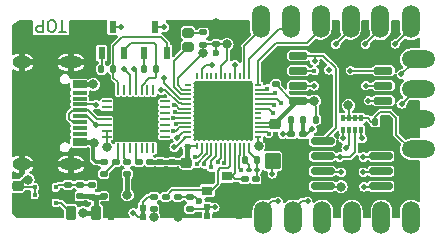
<source format=gtl>
G04 #@! TF.GenerationSoftware,KiCad,Pcbnew,8.0.1*
G04 #@! TF.CreationDate,2024-12-04T18:09:28+05:30*
G04 #@! TF.ProjectId,V1,56312e6b-6963-4616-945f-706362585858,r0.1*
G04 #@! TF.SameCoordinates,Original*
G04 #@! TF.FileFunction,Copper,L1,Top*
G04 #@! TF.FilePolarity,Positive*
%FSLAX46Y46*%
G04 Gerber Fmt 4.6, Leading zero omitted, Abs format (unit mm)*
G04 Created by KiCad (PCBNEW 8.0.1) date 2024-12-04 18:09:28*
%MOMM*%
%LPD*%
G01*
G04 APERTURE LIST*
G04 Aperture macros list*
%AMRoundRect*
0 Rectangle with rounded corners*
0 $1 Rounding radius*
0 $2 $3 $4 $5 $6 $7 $8 $9 X,Y pos of 4 corners*
0 Add a 4 corners polygon primitive as box body*
4,1,4,$2,$3,$4,$5,$6,$7,$8,$9,$2,$3,0*
0 Add four circle primitives for the rounded corners*
1,1,$1+$1,$2,$3*
1,1,$1+$1,$4,$5*
1,1,$1+$1,$6,$7*
1,1,$1+$1,$8,$9*
0 Add four rect primitives between the rounded corners*
20,1,$1+$1,$2,$3,$4,$5,0*
20,1,$1+$1,$4,$5,$6,$7,0*
20,1,$1+$1,$6,$7,$8,$9,0*
20,1,$1+$1,$8,$9,$2,$3,0*%
G04 Aperture macros list end*
G04 #@! TA.AperFunction,Conductor*
%ADD10C,0.200000*%
G04 #@! TD*
%ADD11C,0.200000*%
G04 #@! TA.AperFunction,NonConductor*
%ADD12C,0.200000*%
G04 #@! TD*
G04 #@! TA.AperFunction,SMDPad,CuDef*
%ADD13R,0.550000X0.550000*%
G04 #@! TD*
G04 #@! TA.AperFunction,ComponentPad*
%ADD14C,1.500000*%
G04 #@! TD*
G04 #@! TA.AperFunction,SMDPad,CuDef*
%ADD15R,1.270000X1.524000*%
G04 #@! TD*
G04 #@! TA.AperFunction,SMDPad,CuDef*
%ADD16R,1.524000X1.270000*%
G04 #@! TD*
G04 #@! TA.AperFunction,SMDPad,CuDef*
%ADD17RoundRect,0.193750X0.281250X-0.193750X0.281250X0.193750X-0.281250X0.193750X-0.281250X-0.193750X0*%
G04 #@! TD*
G04 #@! TA.AperFunction,SMDPad,CuDef*
%ADD18RoundRect,0.140000X-0.170000X0.140000X-0.170000X-0.140000X0.170000X-0.140000X0.170000X0.140000X0*%
G04 #@! TD*
G04 #@! TA.AperFunction,SMDPad,CuDef*
%ADD19RoundRect,0.075000X-0.550000X0.225000X-0.550000X-0.225000X0.550000X-0.225000X0.550000X0.225000X0*%
G04 #@! TD*
G04 #@! TA.AperFunction,SMDPad,CuDef*
%ADD20RoundRect,0.075000X-0.550000X0.075000X-0.550000X-0.075000X0.550000X-0.075000X0.550000X0.075000X0*%
G04 #@! TD*
G04 #@! TA.AperFunction,ComponentPad*
%ADD21O,1.900000X1.000000*%
G04 #@! TD*
G04 #@! TA.AperFunction,ComponentPad*
%ADD22O,1.600000X1.000000*%
G04 #@! TD*
G04 #@! TA.AperFunction,SMDPad,CuDef*
%ADD23RoundRect,0.225000X-0.250000X0.225000X-0.250000X-0.225000X0.250000X-0.225000X0.250000X0.225000X0*%
G04 #@! TD*
G04 #@! TA.AperFunction,SMDPad,CuDef*
%ADD24RoundRect,0.135000X-0.185000X0.135000X-0.185000X-0.135000X0.185000X-0.135000X0.185000X0.135000X0*%
G04 #@! TD*
G04 #@! TA.AperFunction,SMDPad,CuDef*
%ADD25RoundRect,0.140000X0.170000X-0.140000X0.170000X0.140000X-0.170000X0.140000X-0.170000X-0.140000X0*%
G04 #@! TD*
G04 #@! TA.AperFunction,SMDPad,CuDef*
%ADD26RoundRect,0.062500X-0.337500X-0.062500X0.337500X-0.062500X0.337500X0.062500X-0.337500X0.062500X0*%
G04 #@! TD*
G04 #@! TA.AperFunction,SMDPad,CuDef*
%ADD27RoundRect,0.062500X-0.062500X-0.337500X0.062500X-0.337500X0.062500X0.337500X-0.062500X0.337500X0*%
G04 #@! TD*
G04 #@! TA.AperFunction,HeatsinkPad*
%ADD28R,3.350000X3.350000*%
G04 #@! TD*
G04 #@! TA.AperFunction,SMDPad,CuDef*
%ADD29RoundRect,0.135000X0.185000X-0.135000X0.185000X0.135000X-0.185000X0.135000X-0.185000X-0.135000X0*%
G04 #@! TD*
G04 #@! TA.AperFunction,SMDPad,CuDef*
%ADD30RoundRect,0.093750X0.093750X0.106250X-0.093750X0.106250X-0.093750X-0.106250X0.093750X-0.106250X0*%
G04 #@! TD*
G04 #@! TA.AperFunction,HeatsinkPad*
%ADD31C,0.500000*%
G04 #@! TD*
G04 #@! TA.AperFunction,HeatsinkPad*
%ADD32R,1.000000X1.600000*%
G04 #@! TD*
G04 #@! TA.AperFunction,SMDPad,CuDef*
%ADD33RoundRect,0.150000X0.650000X0.150000X-0.650000X0.150000X-0.650000X-0.150000X0.650000X-0.150000X0*%
G04 #@! TD*
G04 #@! TA.AperFunction,SMDPad,CuDef*
%ADD34R,0.600000X0.200000*%
G04 #@! TD*
G04 #@! TA.AperFunction,SMDPad,CuDef*
%ADD35R,0.200000X0.600000*%
G04 #@! TD*
G04 #@! TA.AperFunction,SMDPad,CuDef*
%ADD36R,4.350000X4.350000*%
G04 #@! TD*
G04 #@! TA.AperFunction,SMDPad,CuDef*
%ADD37RoundRect,0.135000X-0.135000X-0.185000X0.135000X-0.185000X0.135000X0.185000X-0.135000X0.185000X0*%
G04 #@! TD*
G04 #@! TA.AperFunction,SMDPad,CuDef*
%ADD38R,0.400000X0.500000*%
G04 #@! TD*
G04 #@! TA.AperFunction,SMDPad,CuDef*
%ADD39R,0.300000X0.500000*%
G04 #@! TD*
G04 #@! TA.AperFunction,SMDPad,CuDef*
%ADD40R,0.600000X1.100000*%
G04 #@! TD*
G04 #@! TA.AperFunction,SMDPad,CuDef*
%ADD41RoundRect,0.147500X0.147500X0.172500X-0.147500X0.172500X-0.147500X-0.172500X0.147500X-0.172500X0*%
G04 #@! TD*
G04 #@! TA.AperFunction,SMDPad,CuDef*
%ADD42RoundRect,0.140000X-0.140000X-0.170000X0.140000X-0.170000X0.140000X0.170000X-0.140000X0.170000X0*%
G04 #@! TD*
G04 #@! TA.AperFunction,SMDPad,CuDef*
%ADD43R,0.900000X0.800000*%
G04 #@! TD*
G04 #@! TA.AperFunction,SMDPad,CuDef*
%ADD44RoundRect,0.135000X0.540000X0.540000X-0.540000X0.540000X-0.540000X-0.540000X0.540000X-0.540000X0*%
G04 #@! TD*
G04 #@! TA.AperFunction,SMDPad,CuDef*
%ADD45RoundRect,0.218750X-0.218750X-0.381250X0.218750X-0.381250X0.218750X0.381250X-0.218750X0.381250X0*%
G04 #@! TD*
G04 #@! TA.AperFunction,SMDPad,CuDef*
%ADD46RoundRect,0.150000X0.825000X0.150000X-0.825000X0.150000X-0.825000X-0.150000X0.825000X-0.150000X0*%
G04 #@! TD*
G04 #@! TA.AperFunction,SMDPad,CuDef*
%ADD47RoundRect,0.135000X0.135000X0.185000X-0.135000X0.185000X-0.135000X-0.185000X0.135000X-0.185000X0*%
G04 #@! TD*
G04 #@! TA.AperFunction,SMDPad,CuDef*
%ADD48RoundRect,0.100000X-0.130000X-0.100000X0.130000X-0.100000X0.130000X0.100000X-0.130000X0.100000X0*%
G04 #@! TD*
G04 #@! TA.AperFunction,ViaPad*
%ADD49C,0.800000*%
G04 #@! TD*
G04 #@! TA.AperFunction,ViaPad*
%ADD50C,0.450000*%
G04 #@! TD*
G04 #@! TA.AperFunction,ViaPad*
%ADD51C,0.600000*%
G04 #@! TD*
G04 #@! TA.AperFunction,ViaPad*
%ADD52C,0.500000*%
G04 #@! TD*
G04 #@! TA.AperFunction,Conductor*
%ADD53C,0.400000*%
G04 #@! TD*
G04 #@! TA.AperFunction,Conductor*
%ADD54C,0.300000*%
G04 #@! TD*
G04 #@! TA.AperFunction,Conductor*
%ADD55C,0.180000*%
G04 #@! TD*
G04 #@! TA.AperFunction,Conductor*
%ADD56C,0.170000*%
G04 #@! TD*
G04 APERTURE END LIST*
D10*
X117880000Y-106610000D02*
X118710000Y-106060000D01*
D11*
D12*
X105079523Y-92602780D02*
X104508095Y-92602780D01*
X104793809Y-91602780D02*
X104793809Y-92602780D01*
X103984285Y-92602780D02*
X103793809Y-92602780D01*
X103793809Y-92602780D02*
X103698571Y-92555161D01*
X103698571Y-92555161D02*
X103603333Y-92459923D01*
X103603333Y-92459923D02*
X103555714Y-92269447D01*
X103555714Y-92269447D02*
X103555714Y-91936114D01*
X103555714Y-91936114D02*
X103603333Y-91745638D01*
X103603333Y-91745638D02*
X103698571Y-91650400D01*
X103698571Y-91650400D02*
X103793809Y-91602780D01*
X103793809Y-91602780D02*
X103984285Y-91602780D01*
X103984285Y-91602780D02*
X104079523Y-91650400D01*
X104079523Y-91650400D02*
X104174761Y-91745638D01*
X104174761Y-91745638D02*
X104222380Y-91936114D01*
X104222380Y-91936114D02*
X104222380Y-92269447D01*
X104222380Y-92269447D02*
X104174761Y-92459923D01*
X104174761Y-92459923D02*
X104079523Y-92555161D01*
X104079523Y-92555161D02*
X103984285Y-92602780D01*
X103127142Y-91602780D02*
X103127142Y-92602780D01*
X103127142Y-92602780D02*
X102746190Y-92602780D01*
X102746190Y-92602780D02*
X102650952Y-92555161D01*
X102650952Y-92555161D02*
X102603333Y-92507542D01*
X102603333Y-92507542D02*
X102555714Y-92412304D01*
X102555714Y-92412304D02*
X102555714Y-92269447D01*
X102555714Y-92269447D02*
X102603333Y-92174209D01*
X102603333Y-92174209D02*
X102650952Y-92126590D01*
X102650952Y-92126590D02*
X102746190Y-92078971D01*
X102746190Y-92078971D02*
X103127142Y-92078971D01*
D13*
X111590600Y-108249000D03*
X111590600Y-107499000D03*
X108940600Y-107499000D03*
X108940600Y-108249000D03*
D14*
X134290000Y-100000000D03*
D15*
X134925000Y-100000000D03*
D14*
X135560000Y-100000000D03*
X134290000Y-102540000D03*
D15*
X134925000Y-102540000D03*
D14*
X135560000Y-102540000D03*
X129300000Y-107721500D03*
D16*
X129300000Y-108356500D03*
D14*
X129300000Y-108991500D03*
X129200000Y-92380000D03*
D16*
X129200000Y-91745000D03*
D14*
X129200000Y-91110000D03*
X124130000Y-92380000D03*
D16*
X124130000Y-91745000D03*
D14*
X124130000Y-91110000D03*
X121600000Y-92400000D03*
D16*
X121600000Y-91765000D03*
D14*
X121600000Y-91130000D03*
X126800000Y-107700000D03*
D16*
X126800000Y-108335000D03*
D14*
X126800000Y-108970000D03*
X134300000Y-92400000D03*
D16*
X134300000Y-91765000D03*
D14*
X134300000Y-91130000D03*
X131700000Y-92400000D03*
D16*
X131700000Y-91765000D03*
D14*
X131700000Y-91130000D03*
X134300000Y-107721500D03*
D16*
X134300000Y-108356500D03*
D14*
X134300000Y-108991500D03*
X131800000Y-107721500D03*
D16*
X131800000Y-108356500D03*
D14*
X131800000Y-108991500D03*
D17*
X115443200Y-93856500D03*
X115443200Y-92681500D03*
D18*
X114071600Y-103634800D03*
X114071600Y-104594800D03*
D14*
X134290000Y-97460000D03*
D15*
X134925000Y-97460000D03*
D14*
X135560000Y-97460000D03*
X134290000Y-94920000D03*
D15*
X134925000Y-94920000D03*
D14*
X135560000Y-94920000D03*
X124300000Y-107700000D03*
D16*
X124300000Y-108335000D03*
D14*
X124300000Y-108970000D03*
X121800000Y-107700000D03*
D16*
X121800000Y-108335000D03*
D14*
X121800000Y-108970000D03*
X126670000Y-92380000D03*
D16*
X126670000Y-91745000D03*
D14*
X126670000Y-91110000D03*
D19*
X106245000Y-96250000D03*
X106245000Y-97050000D03*
D20*
X106245000Y-98250000D03*
X106245000Y-99250000D03*
X106245000Y-99750000D03*
X106245000Y-100750000D03*
D19*
X106245000Y-101950000D03*
X106245000Y-102750000D03*
X106245000Y-102750000D03*
X106245000Y-101950000D03*
D20*
X106245000Y-101250000D03*
X106245000Y-100250000D03*
X106245000Y-98750000D03*
X106245000Y-97750000D03*
D19*
X106245000Y-97050000D03*
X106245000Y-96250000D03*
D21*
X105530000Y-95180000D03*
D22*
X101350000Y-95180000D03*
D21*
X105530000Y-103820000D03*
D22*
X101350000Y-103820000D03*
D23*
X115290800Y-103670000D03*
X115290800Y-105220000D03*
D24*
X116738600Y-92657400D03*
X116738600Y-93677400D03*
X112522200Y-106551200D03*
X112522200Y-107571200D03*
D25*
X117780000Y-93647400D03*
X117780000Y-92687400D03*
D26*
X108550000Y-98500000D03*
X108550000Y-99000000D03*
X108550000Y-99500000D03*
X108550000Y-100000000D03*
X108550000Y-100500000D03*
X108550000Y-101000000D03*
X108550000Y-101500000D03*
D27*
X109500000Y-102450000D03*
X110000000Y-102450000D03*
X110500000Y-102450000D03*
X111000000Y-102450000D03*
X111500000Y-102450000D03*
X112000000Y-102450000D03*
X112500000Y-102450000D03*
D26*
X113450000Y-101500000D03*
X113450000Y-101000000D03*
X113450000Y-100500000D03*
X113450000Y-100000000D03*
X113450000Y-99500000D03*
X113450000Y-99000000D03*
X113450000Y-98500000D03*
D27*
X112500000Y-97550000D03*
X112000000Y-97550000D03*
X111500000Y-97550000D03*
X111000000Y-97550000D03*
X110500000Y-97550000D03*
X110000000Y-97550000D03*
X109500000Y-97550000D03*
D28*
X111000000Y-100000000D03*
D29*
X115570200Y-107571200D03*
X115570200Y-106551200D03*
D30*
X104213400Y-107076200D03*
X104213400Y-106426200D03*
X104213400Y-105776200D03*
X102438400Y-105776200D03*
X102438400Y-106426200D03*
X102438400Y-107076200D03*
D31*
X103325900Y-106976200D03*
D32*
X103325900Y-106426200D03*
D31*
X103325900Y-105876200D03*
D25*
X113538200Y-107541200D03*
X113538200Y-106581200D03*
D33*
X131971800Y-98425200D03*
X131971800Y-97155200D03*
X131971800Y-95885200D03*
X131971800Y-94615200D03*
X124771800Y-94615200D03*
X124771800Y-95885200D03*
X124771800Y-97155200D03*
X124771800Y-98425200D03*
D29*
X108305800Y-104624800D03*
X108305800Y-103604800D03*
D34*
X121349549Y-101499999D03*
X121349549Y-101099999D03*
X121349549Y-100699999D03*
X121349549Y-100299999D03*
X121349549Y-99899999D03*
X121349549Y-99499999D03*
X121349549Y-99099999D03*
X121349549Y-98699999D03*
X121349549Y-98299999D03*
X121349549Y-97899999D03*
X121349549Y-97499999D03*
X121349549Y-97099999D03*
D35*
X120599549Y-96349999D03*
X120199549Y-96349999D03*
X119799549Y-96349999D03*
X119399549Y-96349999D03*
X118999549Y-96349999D03*
X118599549Y-96349999D03*
X118199549Y-96349999D03*
X117799549Y-96349999D03*
X117399549Y-96349999D03*
X116999549Y-96349999D03*
X116599549Y-96349999D03*
X116199549Y-96349999D03*
D34*
X115449549Y-97099999D03*
X115449549Y-97499999D03*
X115449549Y-97899999D03*
X115449549Y-98299999D03*
X115449549Y-98699999D03*
X115449549Y-99099999D03*
X115449549Y-99499999D03*
X115449549Y-99899999D03*
X115449549Y-100299999D03*
X115449549Y-100699999D03*
X115449549Y-101099999D03*
X115449549Y-101499999D03*
D35*
X116199549Y-102249999D03*
X116599549Y-102249999D03*
X116999549Y-102249999D03*
X117399549Y-102249999D03*
X117799549Y-102249999D03*
X118199549Y-102249999D03*
X118599549Y-102249999D03*
X118999549Y-102249999D03*
X119399549Y-102249999D03*
X119799549Y-102249999D03*
X120199549Y-102249999D03*
X120599549Y-102249999D03*
D36*
X118399549Y-99299999D03*
D37*
X111732800Y-95783600D03*
X112752800Y-95783600D03*
D23*
X122834600Y-100444200D03*
X122834600Y-101994200D03*
D38*
X128587000Y-100906400D03*
D39*
X129087000Y-100906400D03*
X129587000Y-100906400D03*
D38*
X130087000Y-100906400D03*
X130087000Y-99906400D03*
D39*
X129587000Y-99906400D03*
X129087000Y-99906400D03*
D38*
X128587000Y-99906400D03*
D40*
X108107600Y-94386600D03*
X110007600Y-94386600D03*
X109057600Y-92186600D03*
D41*
X125148400Y-100025400D03*
X124178400Y-100025400D03*
D18*
X124155400Y-101272600D03*
X124155400Y-102232600D03*
D25*
X108305800Y-106525200D03*
X108305800Y-105565200D03*
D13*
X117059800Y-107473600D03*
X117059800Y-108223600D03*
X119709800Y-108223600D03*
X119709800Y-107473600D03*
D25*
X120243800Y-106042600D03*
X120243800Y-105082600D03*
D24*
X105283200Y-105535200D03*
X105283200Y-106555200D03*
D29*
X111252200Y-104624800D03*
X111252200Y-103604800D03*
D42*
X131270000Y-100203200D03*
X132230000Y-100203200D03*
X126266200Y-100025400D03*
X127226200Y-100025400D03*
D18*
X125146000Y-101272600D03*
X125146000Y-102232600D03*
D43*
X118725000Y-104810600D03*
X117075000Y-104810600D03*
X117075000Y-106060600D03*
X118725000Y-106060600D03*
D18*
X112192000Y-103609400D03*
X112192000Y-104569400D03*
D25*
X122860000Y-97051000D03*
X122860000Y-96091000D03*
D29*
X109296400Y-104624800D03*
X109296400Y-103604800D03*
D25*
X121183600Y-106042600D03*
X121183600Y-105082600D03*
D40*
X111724600Y-94394400D03*
X113624600Y-94394400D03*
X112674600Y-92194400D03*
D44*
X122597800Y-103547800D03*
X124747800Y-105697800D03*
X124747800Y-103547800D03*
X122597800Y-105697800D03*
D25*
X106299200Y-106499800D03*
X106299200Y-105539800D03*
D45*
X105490700Y-107899400D03*
X107615700Y-107899400D03*
D24*
X110287000Y-103604800D03*
X110287000Y-104624800D03*
D46*
X131775000Y-105670000D03*
X131775000Y-104400000D03*
X131775000Y-103130000D03*
X131775000Y-101860000D03*
X126825000Y-101860000D03*
X126825000Y-103130000D03*
X126825000Y-104400000D03*
X126825000Y-105670000D03*
D18*
X114554200Y-106581200D03*
X114554200Y-107541200D03*
D23*
X101016000Y-105625800D03*
X101016000Y-107175800D03*
D29*
X107289800Y-106555200D03*
X107289800Y-105535200D03*
D47*
X121287200Y-103429000D03*
X120267200Y-103429000D03*
D48*
X120635000Y-104267200D03*
X121275000Y-104267200D03*
D37*
X108100600Y-95758200D03*
X109120600Y-95758200D03*
D18*
X113081000Y-103609400D03*
X113081000Y-104569400D03*
D49*
X106553200Y-107899400D03*
D50*
X119933597Y-104259968D03*
D51*
X116383000Y-106883400D03*
D49*
X116738600Y-94361200D03*
X108559800Y-102362200D03*
D50*
X118516600Y-103708400D03*
D49*
X112522200Y-108280400D03*
X118745200Y-93650000D03*
D51*
X115404775Y-102349175D03*
D49*
X128397200Y-105715000D03*
X129006800Y-98831600D03*
X121412200Y-102286000D03*
D51*
X117805400Y-94361200D03*
D49*
X126136600Y-98450600D03*
X110287000Y-106400800D03*
X112166600Y-105359400D03*
X116941800Y-99300000D03*
X111226800Y-105334000D03*
X110972800Y-101041400D03*
X118400000Y-99300000D03*
X117780000Y-91872000D03*
X114554200Y-108305800D03*
X111000000Y-100000000D03*
X127228800Y-98933200D03*
X130454600Y-94615200D03*
X102387600Y-107975600D03*
X119786600Y-99263400D03*
X118400000Y-97815600D03*
X123672800Y-105697800D03*
X109779000Y-107899400D03*
X107086600Y-95478800D03*
X104216400Y-107975600D03*
X116967200Y-97841000D03*
X120066000Y-106858000D03*
X103327400Y-107975600D03*
X119786600Y-97815600D03*
X116941800Y-100736600D03*
X132232600Y-101092200D03*
X122834600Y-95199400D03*
X119761200Y-100762000D03*
X109931400Y-100025400D03*
D52*
X117880000Y-106620000D03*
D49*
X111023600Y-98958600D03*
X111988800Y-100025400D03*
X113081000Y-105384800D03*
X118389600Y-100762000D03*
D52*
X107652412Y-100500000D03*
X107645400Y-98755400D03*
D49*
X107416800Y-97053600D03*
X107442200Y-101981200D03*
X101879600Y-105130800D03*
D52*
X128397200Y-104495800D03*
X126136600Y-97180600D03*
X113182600Y-97536200D03*
X130276800Y-103200400D03*
X113436600Y-96494800D03*
X129184600Y-95885200D03*
X128829000Y-102438400D03*
X119405600Y-95402600D03*
X130327600Y-105715000D03*
X133528000Y-98704600D03*
X117703800Y-107467600D03*
D50*
X123317200Y-98653802D03*
D52*
X109728200Y-92202200D03*
X128575000Y-101625600D03*
X123469600Y-101270000D03*
X122580600Y-104622800D03*
D50*
X116814800Y-103810000D03*
D52*
X110007600Y-95758200D03*
D50*
X117373600Y-104085598D03*
D52*
X110845800Y-95758200D03*
X126162000Y-95047000D03*
D50*
X114174537Y-99914012D03*
D52*
X130480000Y-97155200D03*
D50*
X114379060Y-100436167D03*
D52*
X130276800Y-104495800D03*
X110795000Y-107924800D03*
X117424400Y-95402600D03*
X113436600Y-92202200D03*
D50*
X122631400Y-99441200D03*
D52*
X133502600Y-96190000D03*
D50*
X122148800Y-97409200D03*
D52*
X127940000Y-93650000D03*
D50*
X122670072Y-98772765D03*
D52*
X132994600Y-93624600D03*
D50*
X122834600Y-97773600D03*
D52*
X130454600Y-93650000D03*
D50*
X122275800Y-101219200D03*
D52*
X125933400Y-100838200D03*
D50*
X114361273Y-99387834D03*
X126136600Y-95910600D03*
D52*
X128270200Y-103200400D03*
X127330400Y-95809000D03*
X130200600Y-101625600D03*
X130708600Y-98425200D03*
D50*
X114218422Y-98828070D03*
X117932400Y-103657631D03*
X116179800Y-103784600D03*
D52*
X125552400Y-106934200D03*
D50*
X116052800Y-103175000D03*
D52*
X123063200Y-106959600D03*
X114250000Y-102362200D03*
X114538801Y-101588801D03*
D50*
X114175000Y-101023607D03*
D10*
X134612200Y-102862200D02*
X134290000Y-102540000D01*
X115199800Y-102250000D02*
X115163800Y-102286000D01*
D53*
X107615700Y-106881100D02*
X107289800Y-106555200D01*
D10*
X116738600Y-93652400D02*
X116738600Y-94361200D01*
X117780000Y-93652400D02*
X117780000Y-94335800D01*
D53*
X113081000Y-103609400D02*
X112192000Y-103609400D01*
D10*
X115288500Y-103629800D02*
X115316200Y-103657500D01*
X107234400Y-106499800D02*
X107289800Y-106555200D01*
X129006800Y-98831600D02*
X129083000Y-98907800D01*
D54*
X122834600Y-100362400D02*
X124771800Y-98425200D01*
D10*
X108550000Y-101500000D02*
X108550000Y-102352400D01*
D53*
X106299200Y-106499800D02*
X107234400Y-106499800D01*
D10*
X129083000Y-98907800D02*
X129083000Y-99902400D01*
X126261200Y-98910200D02*
X126261200Y-100025400D01*
X124229200Y-98425200D02*
X124771800Y-98425200D01*
D53*
X115316200Y-103657500D02*
X115316200Y-102438400D01*
D10*
X131699200Y-99390400D02*
X132562800Y-99390400D01*
D53*
X114071600Y-103629800D02*
X115288500Y-103629800D01*
D10*
X133070800Y-101320800D02*
X134290000Y-102540000D01*
X116738600Y-93652400D02*
X117780000Y-93652400D01*
X112522200Y-107546200D02*
X112522200Y-108280400D01*
X115570200Y-106551200D02*
X116050800Y-106551200D01*
X132562800Y-99390400D02*
X133070800Y-99898400D01*
D53*
X107615700Y-107899400D02*
X106553200Y-107899400D01*
D55*
X118600000Y-102250000D02*
X118600000Y-103625000D01*
D10*
X117780000Y-93652400D02*
X118742800Y-93652400D01*
X131265000Y-100203200D02*
X130962600Y-100203200D01*
X122702900Y-100300000D02*
X122834600Y-100431700D01*
D53*
X114071600Y-103629800D02*
X113101400Y-103629800D01*
D10*
X129083000Y-99902400D02*
X129087000Y-99906400D01*
D55*
X114962174Y-97500000D02*
X114599400Y-97137226D01*
X119800000Y-103027986D02*
X119747200Y-103080786D01*
D10*
X122860000Y-97056000D02*
X124229200Y-98425200D01*
X108275800Y-106555200D02*
X108305800Y-106525200D01*
X116050800Y-106551200D02*
X116383000Y-106883400D01*
X122834600Y-100431700D02*
X122834600Y-100362400D01*
D53*
X110287000Y-104624800D02*
X110287000Y-106502400D01*
D10*
X130649800Y-99906400D02*
X130087000Y-99906400D01*
X112192000Y-103609400D02*
X112138600Y-103609400D01*
X129587000Y-99906400D02*
X129087000Y-99906400D01*
X114554200Y-106576200D02*
X115545200Y-106576200D01*
X133070800Y-99898400D02*
X133070800Y-101320800D01*
D55*
X118745200Y-94945400D02*
X118200000Y-95490600D01*
X114599400Y-97137226D02*
X114599400Y-96500400D01*
X119800000Y-102250000D02*
X119800000Y-103027986D01*
D10*
X122809200Y-100406300D02*
X122834600Y-100431700D01*
X108550000Y-101000000D02*
X108550000Y-101500000D01*
X121350000Y-101500000D02*
X121350000Y-102223800D01*
D55*
X115450000Y-97500000D02*
X114962174Y-97500000D01*
X121350000Y-100700000D02*
X122566300Y-100700000D01*
D53*
X107289800Y-106555200D02*
X108275800Y-106555200D01*
D54*
X124771800Y-98425200D02*
X125781000Y-98425200D01*
D10*
X131265000Y-100203200D02*
X131265000Y-99824600D01*
X121350000Y-102223800D02*
X121412200Y-102286000D01*
X126836600Y-105715000D02*
X128397200Y-105715000D01*
D55*
X114599400Y-96500400D02*
X116738600Y-94361200D01*
D10*
X108550000Y-102352400D02*
X108559800Y-102362200D01*
X130087000Y-99906400D02*
X129587000Y-99906400D01*
X126263600Y-98907800D02*
X126261200Y-98910200D01*
D55*
X118200000Y-95490600D02*
X118200000Y-96350000D01*
D10*
X129087000Y-99906400D02*
X128587000Y-99906400D01*
X118742800Y-93652400D02*
X118745200Y-93650000D01*
D55*
X119881078Y-104259968D02*
X119933597Y-104259968D01*
X119747200Y-103080786D02*
X119747200Y-104126090D01*
D10*
X130962600Y-100203200D02*
X130657800Y-99898400D01*
X131265000Y-99824600D02*
X131699200Y-99390400D01*
X122566300Y-100700000D02*
X122834600Y-100431700D01*
D55*
X118745200Y-93650000D02*
X118745200Y-94945400D01*
D10*
X115316200Y-102438400D02*
X115163800Y-102286000D01*
X115545200Y-106576200D02*
X115570200Y-106551200D01*
D55*
X121350000Y-100300000D02*
X122702900Y-100300000D01*
D10*
X130657800Y-99898400D02*
X130649800Y-99906400D01*
X113101400Y-103629800D02*
X113081000Y-103609400D01*
X116200000Y-102250000D02*
X115199800Y-102250000D01*
X117780000Y-94335800D02*
X117805400Y-94361200D01*
D53*
X107615700Y-107899400D02*
X107615700Y-106881100D01*
D10*
X125781000Y-98425200D02*
X126263600Y-98907800D01*
D55*
X119747200Y-104126090D02*
X119881078Y-104259968D01*
X118600000Y-103625000D02*
X118516600Y-103708400D01*
D54*
X106324600Y-104800600D02*
X104401500Y-104800600D01*
D53*
X122597800Y-105697800D02*
X124747800Y-105697800D01*
D10*
X127231200Y-100025400D02*
X127231200Y-98935600D01*
X132235000Y-100203200D02*
X132235000Y-101456600D01*
X127231200Y-98935600D02*
X127228800Y-98933200D01*
X111226800Y-104650200D02*
X111252200Y-104624800D01*
X109804400Y-107924800D02*
X109779000Y-107899400D01*
D54*
X106908800Y-104216400D02*
X106324600Y-104800600D01*
D10*
X113081000Y-104630200D02*
X113111400Y-104599800D01*
X112166600Y-104594800D02*
X112192000Y-104569400D01*
D54*
X112192000Y-104569400D02*
X111307600Y-104569400D01*
D10*
X106315400Y-96250000D02*
X107086600Y-95478800D01*
X106245000Y-96250000D02*
X106315400Y-96250000D01*
D54*
X108305800Y-105565200D02*
X109014400Y-105565200D01*
D10*
X105154200Y-106426200D02*
X105283200Y-106555200D01*
X108550000Y-99500000D02*
X110500000Y-99500000D01*
X122834600Y-102006700D02*
X123164900Y-102006700D01*
D54*
X106908800Y-103413800D02*
X106908800Y-104216400D01*
D10*
X101890000Y-107076200D02*
X102438400Y-107076200D01*
D54*
X114071600Y-104599800D02*
X113111400Y-104599800D01*
X109296400Y-105283200D02*
X109296400Y-104624800D01*
X104213400Y-106426200D02*
X105154200Y-106426200D01*
D10*
X113111400Y-104599800D02*
X113081000Y-104569400D01*
D54*
X125146000Y-102768600D02*
X125146000Y-102237600D01*
X119709800Y-108223600D02*
X119709800Y-107473600D01*
D10*
X108940600Y-105639000D02*
X109014400Y-105565200D01*
X117075000Y-104810600D02*
X115738100Y-104810600D01*
D54*
X108940600Y-107499000D02*
X108940600Y-108249000D01*
D10*
X103325900Y-107974100D02*
X103327400Y-107975600D01*
X130454600Y-94615200D02*
X131971800Y-94615200D01*
X102438400Y-107076200D02*
X103225900Y-107076200D01*
D54*
X115316200Y-105232500D02*
X114683500Y-104599800D01*
X123164900Y-102006700D02*
X123395800Y-102237600D01*
D10*
X109429400Y-108249000D02*
X109779000Y-107899400D01*
X124739600Y-103556000D02*
X124747800Y-103547800D01*
X119709800Y-107473600D02*
X119709800Y-107214200D01*
D54*
X123395800Y-102237600D02*
X124155400Y-102237600D01*
X104401500Y-104800600D02*
X103325900Y-105876200D01*
X104213400Y-106426200D02*
X103325900Y-106426200D01*
D53*
X124747800Y-105697800D02*
X124747800Y-103547800D01*
D54*
X106245000Y-102750000D02*
X106908800Y-103413800D01*
X111226800Y-105334000D02*
X111226800Y-104650200D01*
X124155400Y-102237600D02*
X125146000Y-102237600D01*
D10*
X101790400Y-107175800D02*
X101890000Y-107076200D01*
D54*
X118738000Y-106047600D02*
X120243800Y-106047600D01*
X120243800Y-106047600D02*
X121178600Y-106047600D01*
D10*
X122834600Y-96060600D02*
X122860000Y-96086000D01*
D54*
X121183600Y-106042600D02*
X122253000Y-106042600D01*
D10*
X111307600Y-104569400D02*
X111252200Y-104624800D01*
X115738100Y-104810600D02*
X115316200Y-105232500D01*
X117075000Y-104607400D02*
X117075000Y-104810600D01*
D53*
X103325900Y-106976200D02*
X103325900Y-107974100D01*
D54*
X109014400Y-105565200D02*
X109296400Y-105283200D01*
D53*
X103327400Y-107975600D02*
X104216400Y-107975600D01*
D10*
X117780000Y-92682400D02*
X117780000Y-91872000D01*
X101016000Y-107175800D02*
X101790400Y-107175800D01*
X108940600Y-108249000D02*
X109429400Y-108249000D01*
X121178600Y-106047600D02*
X121183600Y-106042600D01*
X113538200Y-107546200D02*
X114554200Y-107546200D01*
X122834600Y-95199400D02*
X122834600Y-96060600D01*
D54*
X113081000Y-105384800D02*
X113081000Y-104630200D01*
X124747800Y-103166800D02*
X125146000Y-102768600D01*
X118725000Y-106060600D02*
X118738000Y-106047600D01*
X112166600Y-105359400D02*
X112166600Y-104594800D01*
X114683500Y-104599800D02*
X114071600Y-104599800D01*
D53*
X114554200Y-108305800D02*
X114554200Y-107546200D01*
D54*
X113081000Y-104569400D02*
X112192000Y-104569400D01*
X119709800Y-107214200D02*
X120243800Y-106680200D01*
D10*
X132235000Y-101456600D02*
X131786600Y-101905000D01*
D54*
X120243800Y-106680200D02*
X120243800Y-106047600D01*
X108940600Y-107499000D02*
X108940600Y-105639000D01*
D10*
X122253000Y-106042600D02*
X122597800Y-105697800D01*
D53*
X103327400Y-107975600D02*
X102235200Y-107975600D01*
D10*
X124747800Y-103547800D02*
X124747800Y-103166800D01*
X107652410Y-100500000D02*
X108550000Y-100500000D01*
X106245000Y-98750000D02*
X107538400Y-98750000D01*
X106902410Y-99750000D02*
X107652410Y-100500000D01*
X106245000Y-99750000D02*
X106902410Y-99750000D01*
X107538400Y-98750000D02*
X107569200Y-98780800D01*
X107718096Y-100000000D02*
X108550000Y-100000000D01*
X106245000Y-100250000D02*
X105658302Y-100250000D01*
X105658302Y-100250000D02*
X105359400Y-99951098D01*
X106245000Y-99250000D02*
X106968096Y-99250000D01*
X105359400Y-99548902D02*
X105658302Y-99250000D01*
X106968096Y-99250000D02*
X107718096Y-100000000D01*
X105658302Y-99250000D02*
X106245000Y-99250000D01*
X105359400Y-99951098D02*
X105359400Y-99548902D01*
X101156000Y-105765800D02*
X102428000Y-105765800D01*
X101016000Y-105625800D02*
X101156000Y-105765800D01*
D54*
X108305800Y-103604800D02*
X107668800Y-103604800D01*
D53*
X106245000Y-97050000D02*
X107413200Y-97050000D01*
D54*
X101511000Y-105130800D02*
X101016000Y-105625800D01*
X107411000Y-103347000D02*
X107411000Y-101950000D01*
D10*
X102428000Y-105765800D02*
X102438400Y-105776200D01*
X102438400Y-105776200D02*
X102438400Y-106426200D01*
D54*
X107668800Y-103604800D02*
X107411000Y-103347000D01*
D53*
X106245000Y-101950000D02*
X107411000Y-101950000D01*
D10*
X107413200Y-97050000D02*
X107416800Y-97053600D01*
X107411000Y-101950000D02*
X107442200Y-101981200D01*
X101879600Y-105130800D02*
X101511000Y-105130800D01*
D55*
X113513452Y-97536200D02*
X114627252Y-98650000D01*
X113182600Y-97536200D02*
X113513452Y-97536200D01*
X114627252Y-98650000D02*
X114839000Y-98650000D01*
D10*
X124797200Y-97180600D02*
X124771800Y-97155200D01*
X126136600Y-97180600D02*
X124797200Y-97180600D01*
X128397200Y-104495800D02*
X126887400Y-104495800D01*
D55*
X114889000Y-98700000D02*
X115450000Y-98700000D01*
X114839000Y-98650000D02*
X114889000Y-98700000D01*
D10*
X126887400Y-104495800D02*
X126836600Y-104445000D01*
X129184600Y-95885200D02*
X131971800Y-95885200D01*
D55*
X114772226Y-98300000D02*
X113436600Y-96964374D01*
D10*
X130302200Y-103175000D02*
X130276800Y-103200400D01*
X131786600Y-103175000D02*
X130302200Y-103175000D01*
D55*
X115450000Y-98300000D02*
X114772226Y-98300000D01*
X113436600Y-96964374D02*
X113436600Y-96494800D01*
D10*
X119380200Y-95402600D02*
X119405600Y-95428000D01*
D55*
X119405600Y-95428000D02*
X119405600Y-96344400D01*
D10*
X129087000Y-100906400D02*
X129087000Y-102180400D01*
X131786600Y-105715000D02*
X130327600Y-105715000D01*
X119405600Y-96344400D02*
X119400000Y-96350000D01*
X129087000Y-102180400D02*
X128829000Y-102438400D01*
D55*
X122961600Y-98298200D02*
X123317200Y-98653800D01*
D54*
X117059800Y-108223600D02*
X117059800Y-107473600D01*
D10*
X116962200Y-107571200D02*
X117059800Y-107473600D01*
X128587000Y-100906400D02*
X128587000Y-101613600D01*
X134290000Y-97460000D02*
X134290000Y-97942600D01*
X115545200Y-107444600D02*
X115570200Y-107469600D01*
X109728200Y-92202200D02*
X109073200Y-92202200D01*
X115570200Y-107571200D02*
X116962200Y-107571200D01*
X117697800Y-107473600D02*
X117703800Y-107467600D01*
X109073200Y-92202200D02*
X109057600Y-92186600D01*
D55*
X121351800Y-98298200D02*
X122961600Y-98298200D01*
D10*
X121350000Y-98300000D02*
X121351800Y-98298200D01*
X128587000Y-101613600D02*
X128575000Y-101625600D01*
X134290000Y-97942600D02*
X133528000Y-98704600D01*
X117059800Y-107473600D02*
X117697800Y-107473600D01*
X124155400Y-100048400D02*
X124178400Y-100025400D01*
X122580600Y-103565000D02*
X122597800Y-103547800D01*
X124155400Y-101267600D02*
X123472000Y-101267600D01*
X123472000Y-101267600D02*
X123469600Y-101270000D01*
X122580600Y-104622800D02*
X122580600Y-103565000D01*
D54*
X124155400Y-101267600D02*
X124155400Y-100048400D01*
D10*
X110007600Y-95758200D02*
X110500000Y-96250600D01*
D55*
X117400000Y-102250000D02*
X117400000Y-103034624D01*
X116814800Y-103619824D02*
X116814800Y-103810000D01*
D10*
X110500000Y-96250600D02*
X110500000Y-97550000D01*
D55*
X117400000Y-103034624D02*
X116814800Y-103619824D01*
D10*
X111000000Y-95912400D02*
X111000000Y-97550000D01*
D55*
X117800000Y-102250000D02*
X117800000Y-103129601D01*
X117399000Y-103530600D02*
X117399000Y-104064000D01*
X117800000Y-103129601D02*
X117399000Y-103530600D01*
D10*
X117399000Y-104064000D02*
X117373600Y-104089400D01*
X110845800Y-95758200D02*
X111000000Y-95912400D01*
D55*
X114188549Y-99900000D02*
X115450000Y-99900000D01*
D10*
X126162000Y-94615200D02*
X124771800Y-94615200D01*
X126847800Y-94615200D02*
X126162000Y-94615200D01*
X126162000Y-95047000D02*
X126162000Y-94615200D01*
D55*
X114174537Y-99914012D02*
X114188549Y-99900000D01*
D10*
X126862000Y-101828800D02*
X127925800Y-100765000D01*
X127925800Y-95693200D02*
X126847800Y-94615200D01*
X127925800Y-100765000D02*
X127925800Y-95693200D01*
D55*
X114523833Y-100436167D02*
X114660000Y-100300000D01*
X114379060Y-100436167D02*
X114523833Y-100436167D01*
D10*
X131971800Y-97155200D02*
X130480000Y-97155200D01*
X131735800Y-104495800D02*
X131786600Y-104445000D01*
X130276800Y-104495800D02*
X131735800Y-104495800D01*
D55*
X114660000Y-100300000D02*
X115450000Y-100300000D01*
D10*
X115443200Y-92681500D02*
X116737700Y-92681500D01*
X116737700Y-92681500D02*
X116738600Y-92682400D01*
D55*
X114249400Y-97282200D02*
X114249400Y-95050300D01*
X115450000Y-97900000D02*
X114867200Y-97900000D01*
X114867200Y-97900000D02*
X114249400Y-97282200D01*
X114249400Y-95050300D02*
X115443200Y-93856500D01*
D10*
X111624400Y-108282800D02*
X111590600Y-108249000D01*
X110795000Y-107924800D02*
X110845800Y-107924800D01*
X111590600Y-107499000D02*
X111590600Y-107027600D01*
X110795000Y-107924800D02*
X110795000Y-107899400D01*
D55*
X116600000Y-95725000D02*
X116922400Y-95402600D01*
D10*
X112042000Y-106576200D02*
X112522200Y-106576200D01*
D55*
X116600000Y-96350000D02*
X116600000Y-95725000D01*
D10*
X113436600Y-92202200D02*
X112682400Y-92202200D01*
D55*
X116922400Y-95402600D02*
X117424400Y-95402600D01*
D10*
X112682400Y-92202200D02*
X112674600Y-92194400D01*
X111590600Y-107027600D02*
X112042000Y-106576200D01*
X111170000Y-108249000D02*
X111590600Y-108249000D01*
X110845800Y-107924800D02*
X111170000Y-108249000D01*
D54*
X111590600Y-108249000D02*
X111590600Y-107499000D01*
D55*
X121350000Y-99100000D02*
X122290200Y-99100000D01*
D10*
X134290000Y-95402600D02*
X133502600Y-96190000D01*
X134290000Y-94920000D02*
X134290000Y-95402600D01*
D55*
X122290200Y-99100000D02*
X122631400Y-99441200D01*
D10*
X127940000Y-93650000D02*
X127940000Y-93640000D01*
X127940000Y-93640000D02*
X129200000Y-92380000D01*
D55*
X121350000Y-97500000D02*
X122058000Y-97500000D01*
D10*
X122160577Y-97397423D02*
X122198380Y-97397423D01*
D55*
X122058000Y-97500000D02*
X122160577Y-97397423D01*
D10*
X134219200Y-92400000D02*
X132994600Y-93624600D01*
D55*
X121350000Y-98700000D02*
X122597307Y-98700000D01*
D10*
X134300000Y-92400000D02*
X134219200Y-92400000D01*
D55*
X122597307Y-98700000D02*
X122670072Y-98772765D01*
X121350000Y-97900000D02*
X122708200Y-97900000D01*
D10*
X130454600Y-93645400D02*
X131700000Y-92400000D01*
D55*
X122708200Y-97900000D02*
X122834600Y-97773600D01*
D10*
X130454600Y-93650000D02*
X130454600Y-93645400D01*
D55*
X118129400Y-104160600D02*
X118775600Y-104160600D01*
D10*
X117045600Y-106031200D02*
X114083200Y-106031200D01*
X117075000Y-106060600D02*
X117045600Y-106031200D01*
X117075000Y-106060600D02*
X117383600Y-106060600D01*
D55*
X117932400Y-104357600D02*
X118129400Y-104160600D01*
D56*
X118775600Y-104160600D02*
X119000000Y-103936200D01*
D55*
X117383600Y-106060600D02*
X117932400Y-105511800D01*
X117932400Y-105511800D02*
X117932400Y-104357600D01*
X119000000Y-103936200D02*
X119000000Y-102250000D01*
D10*
X114083200Y-106031200D02*
X113538200Y-106576200D01*
D55*
X119397200Y-104580400D02*
X119167000Y-104810600D01*
X119400000Y-102250000D02*
X119400000Y-102933012D01*
D10*
X119427600Y-105077600D02*
X120243800Y-105077600D01*
X119167000Y-104810600D02*
X118725000Y-104810600D01*
D55*
X119397200Y-102935811D02*
X119397200Y-104580400D01*
D10*
X119160600Y-104810600D02*
X119427600Y-105077600D01*
X118725000Y-104810600D02*
X119160600Y-104810600D01*
D55*
X121350000Y-101100000D02*
X122156600Y-101100000D01*
D10*
X125146000Y-101267600D02*
X125504000Y-101267600D01*
D54*
X125148400Y-100025400D02*
X125148400Y-101265200D01*
D55*
X122156600Y-101100000D02*
X122275800Y-101219200D01*
D10*
X125148400Y-101265200D02*
X125146000Y-101267600D01*
X125504000Y-101267600D02*
X125933400Y-100838200D01*
X121236400Y-103429000D02*
X121236400Y-104228600D01*
D55*
X120600000Y-102792600D02*
X121236400Y-103429000D01*
D10*
X121275000Y-104991200D02*
X121183600Y-105082600D01*
X121236400Y-104228600D02*
X121275000Y-104267200D01*
X121275000Y-104267200D02*
X121275000Y-104991200D01*
D55*
X120600000Y-102250000D02*
X120600000Y-102792600D01*
D10*
X120216400Y-103429000D02*
X120635000Y-103847600D01*
D55*
X120200000Y-102250000D02*
X120200000Y-103412600D01*
D10*
X120635000Y-103847600D02*
X120635000Y-104267200D01*
X120200000Y-103412600D02*
X120216400Y-103429000D01*
X112752800Y-93728200D02*
X112752800Y-95783600D01*
X111500000Y-97150001D02*
X112104401Y-96545600D01*
X112567400Y-93542800D02*
X112752800Y-93728200D01*
X112752800Y-96391200D02*
X112752800Y-95783600D01*
X111500000Y-97550000D02*
X111500000Y-97150001D01*
X110601400Y-93542800D02*
X112567400Y-93542800D01*
X110007600Y-94136600D02*
X110601400Y-93542800D01*
X112598400Y-96545600D02*
X112752800Y-96391200D01*
X112104401Y-96545600D02*
X112598400Y-96545600D01*
X108107600Y-94386600D02*
X108107600Y-95751200D01*
X108107600Y-95751200D02*
X108100600Y-95758200D01*
X111724600Y-94394400D02*
X111724600Y-95775400D01*
X109120600Y-96471400D02*
X109500000Y-96850800D01*
X113624600Y-93507800D02*
X113624600Y-94394400D01*
X109120600Y-95758200D02*
X109120600Y-93800400D01*
X109500000Y-96850800D02*
X109500000Y-97550000D01*
X109120600Y-93800400D02*
X109855200Y-93065800D01*
X113182600Y-93065800D02*
X113624600Y-93507800D01*
X109855200Y-93065800D02*
X113182600Y-93065800D01*
X109120600Y-95758200D02*
X109120600Y-96471400D01*
X109296400Y-103604800D02*
X109296400Y-103634200D01*
X109500000Y-103401200D02*
X109296400Y-103604800D01*
X109296400Y-103634200D02*
X108305800Y-104624800D01*
X109500000Y-102450000D02*
X109500000Y-103401200D01*
X110000000Y-102450000D02*
X110000000Y-103317800D01*
X110000000Y-103317800D02*
X110287000Y-103604800D01*
X111000000Y-102450000D02*
X111000000Y-103352600D01*
X111000000Y-103352600D02*
X111252200Y-103604800D01*
X105287800Y-105539800D02*
X105283200Y-105535200D01*
X107289800Y-105535200D02*
X106303800Y-105535200D01*
X105283200Y-105535200D02*
X104454400Y-105535200D01*
X104454400Y-105535200D02*
X104213400Y-105776200D01*
X106299200Y-105539800D02*
X105287800Y-105539800D01*
X106303800Y-105535200D02*
X106299200Y-105539800D01*
X104667500Y-107076200D02*
X105490700Y-107899400D01*
X104213400Y-107076200D02*
X104667500Y-107076200D01*
X126836600Y-103175000D02*
X129184600Y-103175000D01*
D55*
X114473439Y-99500000D02*
X115450000Y-99500000D01*
D10*
X129587000Y-102772600D02*
X129587000Y-100906400D01*
X124797200Y-95910600D02*
X124771800Y-95885200D01*
X126111200Y-95910600D02*
X124797200Y-95910600D01*
D55*
X114361273Y-99387834D02*
X114473439Y-99500000D01*
D10*
X129184600Y-103175000D02*
X129587000Y-102772600D01*
X126136600Y-95936000D02*
X126111200Y-95910600D01*
D55*
X114224000Y-98833648D02*
X114393986Y-98833648D01*
D10*
X130708600Y-98425200D02*
X131971800Y-98425200D01*
X130099000Y-101524000D02*
X130099000Y-100918400D01*
X130200600Y-101625600D02*
X130099000Y-101524000D01*
D55*
X114393986Y-98833648D02*
X114660338Y-99100000D01*
X114660338Y-99100000D02*
X115450000Y-99100000D01*
D10*
X130099000Y-100918400D02*
X130087000Y-100906400D01*
X121600000Y-92400000D02*
X120200000Y-93800000D01*
D55*
X120200000Y-93800000D02*
X120200000Y-96350000D01*
D10*
X121350000Y-97100000D02*
X121350000Y-95058400D01*
X121350000Y-95058400D02*
X122885400Y-93523000D01*
X122885400Y-93523000D02*
X125527000Y-93523000D01*
X125527000Y-93523000D02*
X126670000Y-92380000D01*
X124130000Y-92380000D02*
X123114000Y-92380000D01*
X120599400Y-96349400D02*
X120600000Y-96350000D01*
D55*
X120599400Y-94894600D02*
X120599400Y-96349400D01*
D10*
X123114000Y-92380000D02*
X120599400Y-94894600D01*
D55*
X118200000Y-103263000D02*
X118200000Y-102250000D01*
X117932400Y-103657631D02*
X117932400Y-103530600D01*
X117932400Y-103530600D02*
X118200000Y-103263000D01*
D10*
X127202600Y-108102600D02*
X126800000Y-107700000D01*
D55*
X116200000Y-103780000D02*
X116175252Y-103780000D01*
D10*
X125552400Y-106934200D02*
X125065800Y-106934200D01*
D55*
X117000000Y-102250000D02*
X117000000Y-102964400D01*
D10*
X125065800Y-106934200D02*
X124300000Y-107700000D01*
D55*
X116995452Y-102984548D02*
X116200000Y-103780000D01*
X116269676Y-103175000D02*
X116600000Y-102844676D01*
D10*
X123063200Y-106959600D02*
X122540400Y-106959600D01*
D55*
X116600000Y-102844676D02*
X116600000Y-102250000D01*
X116052800Y-103175000D02*
X116269676Y-103175000D01*
D10*
X122540400Y-106959600D02*
X121800000Y-107700000D01*
D55*
X114401799Y-102362200D02*
X114250000Y-102362200D01*
D10*
X129503100Y-108153400D02*
X129300000Y-108356500D01*
D55*
X115263999Y-101500000D02*
X114401799Y-102362200D01*
D10*
X115450000Y-101500000D02*
X115263999Y-101500000D01*
D55*
X115450000Y-101500000D02*
X115125000Y-101500000D01*
D10*
X129300000Y-108356500D02*
X129300000Y-107721500D01*
D55*
X115027602Y-101100000D02*
X115450000Y-101100000D01*
X114538801Y-101588801D02*
X115027602Y-101100000D01*
D10*
X134315400Y-107706100D02*
X134300000Y-107721500D01*
D55*
X115450000Y-100700000D02*
X114699400Y-100700000D01*
X114395590Y-101023607D02*
X114699400Y-100719797D01*
X114175000Y-101023607D02*
X114395590Y-101023607D01*
G04 #@! TA.AperFunction,Conductor*
G36*
X102242108Y-91620185D02*
G01*
X102287863Y-91672989D01*
X102299069Y-91724500D01*
X102299069Y-92859425D01*
X105335023Y-92859425D01*
X105335023Y-91724500D01*
X105354708Y-91657461D01*
X105407512Y-91611706D01*
X105459023Y-91600500D01*
X108483100Y-91600500D01*
X108550139Y-91620185D01*
X108595894Y-91672989D01*
X108607100Y-91724500D01*
X108607100Y-92751420D01*
X108607100Y-92751422D01*
X108607099Y-92751422D01*
X108615831Y-92795317D01*
X108615834Y-92795324D01*
X108645688Y-92840004D01*
X108649096Y-92845104D01*
X108698878Y-92878367D01*
X108698881Y-92878367D01*
X108698882Y-92878368D01*
X108742777Y-92887100D01*
X109378512Y-92887100D01*
X109378512Y-92889441D01*
X109436947Y-92900516D01*
X109487663Y-92948574D01*
X109504346Y-93016423D01*
X109481699Y-93082520D01*
X109468150Y-93098588D01*
X108978703Y-93588036D01*
X108908237Y-93658501D01*
X108908236Y-93658502D01*
X108870100Y-93750570D01*
X108870100Y-95234902D01*
X108850415Y-95301941D01*
X108828567Y-95324442D01*
X108829584Y-95325459D01*
X108745984Y-95409059D01*
X108745980Y-95409066D01*
X108724032Y-95458771D01*
X108678945Y-95512147D01*
X108612159Y-95532673D01*
X108544877Y-95513834D01*
X108498462Y-95461609D01*
X108497190Y-95458824D01*
X108475216Y-95409059D01*
X108399741Y-95333584D01*
X108399740Y-95333583D01*
X108394418Y-95328261D01*
X108360934Y-95266937D01*
X108358100Y-95240580D01*
X108358100Y-95201658D01*
X108377785Y-95134619D01*
X108430589Y-95088864D01*
X108457907Y-95080040D01*
X108466322Y-95078367D01*
X108516104Y-95045104D01*
X108549367Y-94995322D01*
X108555457Y-94964709D01*
X108558100Y-94951422D01*
X108558100Y-93821777D01*
X108549368Y-93777882D01*
X108549367Y-93777881D01*
X108549367Y-93777878D01*
X108516104Y-93728096D01*
X108516103Y-93728095D01*
X108466324Y-93694834D01*
X108466317Y-93694831D01*
X108422422Y-93686100D01*
X108422420Y-93686100D01*
X107792780Y-93686100D01*
X107792778Y-93686100D01*
X107748882Y-93694831D01*
X107748875Y-93694834D01*
X107699096Y-93728095D01*
X107699095Y-93728096D01*
X107665834Y-93777875D01*
X107665831Y-93777882D01*
X107657100Y-93821777D01*
X107657100Y-93821780D01*
X107657100Y-94951420D01*
X107657100Y-94951422D01*
X107657099Y-94951422D01*
X107665831Y-94995317D01*
X107665834Y-94995324D01*
X107698203Y-95043768D01*
X107699096Y-95045104D01*
X107748878Y-95078367D01*
X107757290Y-95080040D01*
X107819201Y-95112425D01*
X107853776Y-95173140D01*
X107857100Y-95201658D01*
X107857100Y-95230107D01*
X107837415Y-95297146D01*
X107803178Y-95332406D01*
X107801460Y-95333582D01*
X107725984Y-95409059D01*
X107725981Y-95409063D01*
X107682870Y-95506699D01*
X107680100Y-95530575D01*
X107680100Y-95985815D01*
X107680101Y-95985824D01*
X107682869Y-96009695D01*
X107682869Y-96009698D01*
X107725980Y-96107335D01*
X107725983Y-96107339D01*
X107725984Y-96107341D01*
X107801459Y-96182816D01*
X107801462Y-96182817D01*
X107801463Y-96182818D01*
X107899099Y-96225929D01*
X107899100Y-96225929D01*
X107899102Y-96225930D01*
X107922977Y-96228700D01*
X108278222Y-96228699D01*
X108302098Y-96225930D01*
X108399735Y-96182819D01*
X108399736Y-96182818D01*
X108399741Y-96182816D01*
X108475216Y-96107341D01*
X108497166Y-96057630D01*
X108542251Y-96004254D01*
X108609038Y-95983726D01*
X108676320Y-96002564D01*
X108722736Y-96054787D01*
X108724034Y-96057630D01*
X108745034Y-96105191D01*
X108745984Y-96107341D01*
X108745986Y-96107343D01*
X108829584Y-96190941D01*
X108827478Y-96193046D01*
X108860352Y-96233304D01*
X108870100Y-96281496D01*
X108870100Y-96521229D01*
X108902736Y-96600018D01*
X108908236Y-96613297D01*
X109077873Y-96782934D01*
X109213181Y-96918241D01*
X109246666Y-96979564D01*
X109249500Y-97005922D01*
X109249500Y-97074205D01*
X109240062Y-97121655D01*
X109236857Y-97129391D01*
X109224500Y-97191515D01*
X109224500Y-97908484D01*
X109236857Y-97970609D01*
X109251295Y-97992216D01*
X109283935Y-98041065D01*
X109322124Y-98066582D01*
X109354390Y-98088142D01*
X109416515Y-98100499D01*
X109416519Y-98100500D01*
X109416520Y-98100500D01*
X109583481Y-98100500D01*
X109583482Y-98100499D01*
X109645609Y-98088142D01*
X109681110Y-98064421D01*
X109747784Y-98043543D01*
X109815165Y-98062026D01*
X109818850Y-98064394D01*
X109854391Y-98088142D01*
X109911156Y-98099433D01*
X109916515Y-98100499D01*
X109916519Y-98100500D01*
X109916520Y-98100500D01*
X110083481Y-98100500D01*
X110083482Y-98100499D01*
X110145609Y-98088142D01*
X110181110Y-98064421D01*
X110247784Y-98043543D01*
X110315165Y-98062026D01*
X110318850Y-98064394D01*
X110354391Y-98088142D01*
X110411156Y-98099433D01*
X110416515Y-98100499D01*
X110416519Y-98100500D01*
X110416520Y-98100500D01*
X110583481Y-98100500D01*
X110583482Y-98100499D01*
X110645609Y-98088142D01*
X110681110Y-98064421D01*
X110747784Y-98043543D01*
X110815165Y-98062026D01*
X110818850Y-98064394D01*
X110854391Y-98088142D01*
X110911156Y-98099433D01*
X110916515Y-98100499D01*
X110916519Y-98100500D01*
X110916520Y-98100500D01*
X111083481Y-98100500D01*
X111083482Y-98100499D01*
X111145609Y-98088142D01*
X111181110Y-98064421D01*
X111247784Y-98043543D01*
X111315165Y-98062026D01*
X111318850Y-98064394D01*
X111354391Y-98088142D01*
X111411156Y-98099433D01*
X111416515Y-98100499D01*
X111416519Y-98100500D01*
X111416520Y-98100500D01*
X111583481Y-98100500D01*
X111583482Y-98100499D01*
X111645609Y-98088142D01*
X111681110Y-98064421D01*
X111747784Y-98043543D01*
X111815165Y-98062026D01*
X111818850Y-98064394D01*
X111854391Y-98088142D01*
X111911156Y-98099433D01*
X111916515Y-98100499D01*
X111916519Y-98100500D01*
X111916520Y-98100500D01*
X112083481Y-98100500D01*
X112083482Y-98100499D01*
X112145609Y-98088142D01*
X112181110Y-98064421D01*
X112247784Y-98043543D01*
X112315165Y-98062026D01*
X112318850Y-98064394D01*
X112354391Y-98088142D01*
X112411156Y-98099433D01*
X112416515Y-98100499D01*
X112416519Y-98100500D01*
X112416520Y-98100500D01*
X112583481Y-98100500D01*
X112583482Y-98100499D01*
X112645609Y-98088142D01*
X112716065Y-98041065D01*
X112763142Y-97970609D01*
X112767060Y-97950907D01*
X112799444Y-97888997D01*
X112860159Y-97854422D01*
X112929929Y-97858161D01*
X112944963Y-97864609D01*
X113057296Y-97921846D01*
X113057299Y-97921847D01*
X113182597Y-97941692D01*
X113182600Y-97941692D01*
X113182603Y-97941692D01*
X113307900Y-97921847D01*
X113307901Y-97921846D01*
X113307904Y-97921846D01*
X113393960Y-97877997D01*
X113462628Y-97865102D01*
X113527368Y-97891378D01*
X113537935Y-97900802D01*
X113649952Y-98012819D01*
X113683437Y-98074142D01*
X113678453Y-98143834D01*
X113636581Y-98199767D01*
X113571117Y-98224184D01*
X113562271Y-98224500D01*
X113091515Y-98224500D01*
X113029390Y-98236857D01*
X112958935Y-98283935D01*
X112911857Y-98354390D01*
X112899500Y-98416515D01*
X112899500Y-98583484D01*
X112911857Y-98645609D01*
X112935578Y-98681109D01*
X112956456Y-98747786D01*
X112937972Y-98815166D01*
X112935578Y-98818891D01*
X112911857Y-98854390D01*
X112899500Y-98916515D01*
X112899500Y-99083484D01*
X112911857Y-99145609D01*
X112935578Y-99181109D01*
X112956456Y-99247786D01*
X112937972Y-99315166D01*
X112935578Y-99318891D01*
X112911857Y-99354390D01*
X112899500Y-99416515D01*
X112899500Y-99583484D01*
X112911857Y-99645609D01*
X112935578Y-99681109D01*
X112956456Y-99747786D01*
X112937972Y-99815166D01*
X112935578Y-99818891D01*
X112911857Y-99854390D01*
X112899500Y-99916515D01*
X112899500Y-100083484D01*
X112911857Y-100145609D01*
X112935578Y-100181109D01*
X112956456Y-100247786D01*
X112937972Y-100315166D01*
X112935578Y-100318891D01*
X112911857Y-100354390D01*
X112899500Y-100416515D01*
X112899500Y-100583484D01*
X112911857Y-100645609D01*
X112935578Y-100681109D01*
X112956456Y-100747786D01*
X112937972Y-100815166D01*
X112935578Y-100818891D01*
X112911857Y-100854390D01*
X112899500Y-100916515D01*
X112899500Y-101083484D01*
X112911857Y-101145609D01*
X112935578Y-101181109D01*
X112956456Y-101247786D01*
X112937972Y-101315166D01*
X112935578Y-101318891D01*
X112911857Y-101354390D01*
X112899500Y-101416515D01*
X112899500Y-101583484D01*
X112911857Y-101645609D01*
X112931825Y-101675492D01*
X112958935Y-101716065D01*
X112998239Y-101742327D01*
X113029390Y-101763142D01*
X113091515Y-101775499D01*
X113091519Y-101775500D01*
X113091520Y-101775500D01*
X113808481Y-101775500D01*
X113808482Y-101775499D01*
X113870609Y-101763142D01*
X113941065Y-101716065D01*
X113944423Y-101711039D01*
X113998032Y-101666235D01*
X114067357Y-101657525D01*
X114130385Y-101687678D01*
X114158009Y-101723633D01*
X114197929Y-101801979D01*
X114210826Y-101870648D01*
X114184550Y-101935389D01*
X114133140Y-101971631D01*
X114133391Y-101972124D01*
X114129965Y-101973869D01*
X114127444Y-101975647D01*
X114125778Y-101976201D01*
X114124704Y-101976549D01*
X114063404Y-102007784D01*
X114011658Y-102034150D01*
X114011657Y-102034151D01*
X114011652Y-102034154D01*
X113921954Y-102123852D01*
X113921951Y-102123857D01*
X113921950Y-102123858D01*
X113918209Y-102131200D01*
X113864352Y-102236898D01*
X113864352Y-102236899D01*
X113844508Y-102362196D01*
X113844508Y-102362203D01*
X113864352Y-102487500D01*
X113864352Y-102487501D01*
X113864354Y-102487504D01*
X113921950Y-102600542D01*
X113921952Y-102600544D01*
X113921954Y-102600547D01*
X114011652Y-102690245D01*
X114011654Y-102690246D01*
X114011658Y-102690250D01*
X114124696Y-102747846D01*
X114124697Y-102747846D01*
X114124699Y-102747847D01*
X114249997Y-102767692D01*
X114250000Y-102767692D01*
X114250003Y-102767692D01*
X114375300Y-102747847D01*
X114375301Y-102747847D01*
X114375302Y-102747846D01*
X114375304Y-102747846D01*
X114488342Y-102690250D01*
X114578050Y-102600542D01*
X114626269Y-102505908D01*
X114640078Y-102478807D01*
X114640789Y-102479169D01*
X114665855Y-102438261D01*
X114739605Y-102364511D01*
X114800926Y-102331028D01*
X114870618Y-102336012D01*
X114926551Y-102377884D01*
X114941845Y-102404742D01*
X114956110Y-102439181D01*
X114951960Y-102440899D01*
X114965676Y-102484394D01*
X114965700Y-102486858D01*
X114965700Y-102986339D01*
X114946015Y-103053378D01*
X114896161Y-103097739D01*
X114819588Y-103135174D01*
X114819587Y-103135174D01*
X114730973Y-103223788D01*
X114728427Y-103227355D01*
X114673451Y-103270476D01*
X114627511Y-103279300D01*
X114488291Y-103279300D01*
X114421252Y-103259615D01*
X114418276Y-103257217D01*
X114418096Y-103257481D01*
X114408616Y-103250987D01*
X114309263Y-103207118D01*
X114284973Y-103204300D01*
X113858234Y-103204300D01*
X113858211Y-103204302D01*
X113833940Y-103207117D01*
X113833937Y-103207118D01*
X113734584Y-103250986D01*
X113725104Y-103257481D01*
X113722635Y-103253877D01*
X113681267Y-103276466D01*
X113654909Y-103279300D01*
X113523091Y-103279300D01*
X113456052Y-103259615D01*
X113435410Y-103242981D01*
X113418016Y-103225587D01*
X113318663Y-103181718D01*
X113294373Y-103178900D01*
X112867634Y-103178900D01*
X112867611Y-103178902D01*
X112843340Y-103181717D01*
X112843337Y-103181718D01*
X112743984Y-103225586D01*
X112734504Y-103232081D01*
X112733166Y-103230129D01*
X112685667Y-103256066D01*
X112659309Y-103258900D01*
X112613691Y-103258900D01*
X112546652Y-103239215D01*
X112533848Y-103228897D01*
X112529362Y-103225824D01*
X112528069Y-103224240D01*
X112526010Y-103222581D01*
X112520891Y-103217462D01*
X112521797Y-103216555D01*
X112485181Y-103171696D01*
X112477278Y-103102275D01*
X112508161Y-103039601D01*
X112568025Y-103003573D01*
X112577541Y-103001871D01*
X112577505Y-103001689D01*
X112645609Y-102988142D01*
X112650365Y-102984964D01*
X112716065Y-102941065D01*
X112763142Y-102870609D01*
X112775500Y-102808480D01*
X112775500Y-102091520D01*
X112767789Y-102052754D01*
X112763142Y-102029390D01*
X112731441Y-101981947D01*
X112716065Y-101958935D01*
X112680826Y-101935389D01*
X112645609Y-101911857D01*
X112583484Y-101899500D01*
X112583480Y-101899500D01*
X112416520Y-101899500D01*
X112416515Y-101899500D01*
X112354390Y-101911857D01*
X112318891Y-101935578D01*
X112252214Y-101956456D01*
X112184834Y-101937972D01*
X112181109Y-101935578D01*
X112145609Y-101911857D01*
X112083484Y-101899500D01*
X112083480Y-101899500D01*
X111916520Y-101899500D01*
X111916515Y-101899500D01*
X111854390Y-101911857D01*
X111818891Y-101935578D01*
X111752214Y-101956456D01*
X111684834Y-101937972D01*
X111681109Y-101935578D01*
X111645609Y-101911857D01*
X111583484Y-101899500D01*
X111583480Y-101899500D01*
X111416520Y-101899500D01*
X111416515Y-101899500D01*
X111354390Y-101911857D01*
X111318891Y-101935578D01*
X111252214Y-101956456D01*
X111184834Y-101937972D01*
X111181109Y-101935578D01*
X111145609Y-101911857D01*
X111083484Y-101899500D01*
X111083480Y-101899500D01*
X110916520Y-101899500D01*
X110916515Y-101899500D01*
X110854390Y-101911857D01*
X110818891Y-101935578D01*
X110752214Y-101956456D01*
X110684834Y-101937972D01*
X110681109Y-101935578D01*
X110645609Y-101911857D01*
X110583484Y-101899500D01*
X110583480Y-101899500D01*
X110416520Y-101899500D01*
X110416515Y-101899500D01*
X110354390Y-101911857D01*
X110318891Y-101935578D01*
X110252214Y-101956456D01*
X110184834Y-101937972D01*
X110181109Y-101935578D01*
X110145609Y-101911857D01*
X110083484Y-101899500D01*
X110083480Y-101899500D01*
X109916520Y-101899500D01*
X109916515Y-101899500D01*
X109854390Y-101911857D01*
X109818891Y-101935578D01*
X109752214Y-101956456D01*
X109684834Y-101937972D01*
X109681109Y-101935578D01*
X109645609Y-101911857D01*
X109583484Y-101899500D01*
X109583480Y-101899500D01*
X109416520Y-101899500D01*
X109416515Y-101899500D01*
X109354390Y-101911857D01*
X109283935Y-101958935D01*
X109236855Y-102029394D01*
X109235420Y-102032859D01*
X109230270Y-102039248D01*
X109230072Y-102039546D01*
X109230045Y-102039528D01*
X109191578Y-102087261D01*
X109125283Y-102109323D01*
X109057584Y-102092042D01*
X109022488Y-102060891D01*
X108952421Y-101969579D01*
X108952418Y-101969576D01*
X108952416Y-101969574D01*
X108946674Y-101963832D01*
X108948063Y-101962442D01*
X108913161Y-101914647D01*
X108909003Y-101844901D01*
X108943212Y-101783979D01*
X108960957Y-101769591D01*
X108970608Y-101763142D01*
X108970609Y-101763142D01*
X109041065Y-101716065D01*
X109088142Y-101645609D01*
X109100500Y-101583480D01*
X109100500Y-101416520D01*
X109088142Y-101354391D01*
X109064421Y-101318889D01*
X109043543Y-101252216D01*
X109062026Y-101184835D01*
X109064394Y-101181149D01*
X109088142Y-101145609D01*
X109100500Y-101083480D01*
X109100500Y-100916520D01*
X109088142Y-100854391D01*
X109064421Y-100818889D01*
X109043543Y-100752216D01*
X109062026Y-100684835D01*
X109064394Y-100681149D01*
X109088142Y-100645609D01*
X109100500Y-100583480D01*
X109100500Y-100416520D01*
X109088142Y-100354391D01*
X109064421Y-100318889D01*
X109043543Y-100252216D01*
X109062026Y-100184835D01*
X109064394Y-100181149D01*
X109088142Y-100145609D01*
X109100500Y-100083480D01*
X109100500Y-99916520D01*
X109088142Y-99854391D01*
X109088142Y-99854390D01*
X109066361Y-99821794D01*
X109041065Y-99783935D01*
X109000010Y-99756503D01*
X108970609Y-99736857D01*
X108908484Y-99724500D01*
X108908480Y-99724500D01*
X108191520Y-99724500D01*
X108191515Y-99724500D01*
X108129391Y-99736857D01*
X108121660Y-99740060D01*
X108074206Y-99749500D01*
X107873219Y-99749500D01*
X107806180Y-99729815D01*
X107785538Y-99713181D01*
X107425541Y-99353184D01*
X107392056Y-99291861D01*
X107397040Y-99222169D01*
X107438912Y-99166236D01*
X107504376Y-99141819D01*
X107532620Y-99143030D01*
X107645398Y-99160892D01*
X107645400Y-99160892D01*
X107645403Y-99160892D01*
X107770700Y-99141047D01*
X107770702Y-99141046D01*
X107770704Y-99141046D01*
X107850154Y-99100563D01*
X107918822Y-99087667D01*
X107983563Y-99113943D01*
X108009551Y-99142157D01*
X108011858Y-99145609D01*
X108058935Y-99216065D01*
X108091129Y-99237576D01*
X108129390Y-99263142D01*
X108191515Y-99275499D01*
X108191519Y-99275500D01*
X108191520Y-99275500D01*
X108908481Y-99275500D01*
X108908482Y-99275499D01*
X108970609Y-99263142D01*
X109041065Y-99216065D01*
X109088142Y-99145609D01*
X109100500Y-99083480D01*
X109100500Y-98916520D01*
X109088142Y-98854391D01*
X109064421Y-98818889D01*
X109043543Y-98752216D01*
X109062026Y-98684835D01*
X109064394Y-98681149D01*
X109088142Y-98645609D01*
X109100500Y-98583480D01*
X109100500Y-98416520D01*
X109095660Y-98392185D01*
X109088142Y-98354390D01*
X109064464Y-98318954D01*
X109041065Y-98283935D01*
X109009413Y-98262786D01*
X108970609Y-98236857D01*
X108908484Y-98224500D01*
X108908480Y-98224500D01*
X108191520Y-98224500D01*
X108191515Y-98224500D01*
X108129390Y-98236857D01*
X108058935Y-98283935D01*
X108005072Y-98364546D01*
X108001674Y-98362276D01*
X107972040Y-98399030D01*
X107905739Y-98421075D01*
X107845056Y-98407638D01*
X107770704Y-98369754D01*
X107770703Y-98369753D01*
X107770700Y-98369752D01*
X107645403Y-98349908D01*
X107645397Y-98349908D01*
X107520099Y-98369752D01*
X107520098Y-98369752D01*
X107445745Y-98407638D01*
X107407058Y-98427350D01*
X107407057Y-98427351D01*
X107407053Y-98427353D01*
X107371228Y-98463180D01*
X107309906Y-98496666D01*
X107283546Y-98499500D01*
X107141302Y-98499500D01*
X107074263Y-98479815D01*
X107028508Y-98427011D01*
X107018564Y-98357853D01*
X107019680Y-98351329D01*
X107020500Y-98347211D01*
X107020499Y-98152790D01*
X107007417Y-98087014D01*
X107007415Y-98087012D01*
X107007415Y-98087010D01*
X106996904Y-98071280D01*
X106995307Y-98068891D01*
X106974429Y-98002215D01*
X106992913Y-97934835D01*
X106995308Y-97931108D01*
X107007417Y-97912986D01*
X107020500Y-97847211D01*
X107020499Y-97670882D01*
X107040183Y-97603843D01*
X107092987Y-97558088D01*
X107162145Y-97548144D01*
X107191947Y-97556319D01*
X107273091Y-97589930D01*
X107392874Y-97605700D01*
X107416799Y-97608850D01*
X107416800Y-97608850D01*
X107416801Y-97608850D01*
X107440726Y-97605700D01*
X107560509Y-97589930D01*
X107694425Y-97534461D01*
X107809421Y-97446221D01*
X107897661Y-97331225D01*
X107953130Y-97197309D01*
X107972050Y-97053600D01*
X107971263Y-97047626D01*
X107968930Y-97029899D01*
X107953130Y-96909891D01*
X107905522Y-96794954D01*
X107897662Y-96775977D01*
X107897661Y-96775976D01*
X107897661Y-96775975D01*
X107809421Y-96660979D01*
X107694425Y-96572739D01*
X107694424Y-96572738D01*
X107694422Y-96572737D01*
X107560512Y-96517271D01*
X107560510Y-96517270D01*
X107560509Y-96517270D01*
X107488654Y-96507810D01*
X107416801Y-96498350D01*
X107416799Y-96498350D01*
X107273091Y-96517270D01*
X107273087Y-96517271D01*
X107139176Y-96572738D01*
X107139175Y-96572738D01*
X107062665Y-96631446D01*
X106997496Y-96656639D01*
X106929051Y-96642600D01*
X106918289Y-96636171D01*
X106882988Y-96612583D01*
X106850098Y-96606041D01*
X106817211Y-96599500D01*
X106817209Y-96599500D01*
X105672791Y-96599500D01*
X105607013Y-96612583D01*
X105595728Y-96617258D01*
X105594887Y-96615229D01*
X105543572Y-96631292D01*
X105476193Y-96612802D01*
X105429507Y-96560820D01*
X105421596Y-96539412D01*
X105396503Y-96445763D01*
X105340485Y-96348737D01*
X105261263Y-96269515D01*
X105172333Y-96218171D01*
X105164239Y-96213498D01*
X105164238Y-96213497D01*
X105164237Y-96213497D01*
X105056018Y-96184500D01*
X104943982Y-96184500D01*
X104835763Y-96213497D01*
X104835760Y-96213498D01*
X104738740Y-96269513D01*
X104738734Y-96269517D01*
X104659517Y-96348734D01*
X104659513Y-96348740D01*
X104603498Y-96445760D01*
X104603497Y-96445763D01*
X104574500Y-96553982D01*
X104574500Y-96666018D01*
X104599137Y-96757963D01*
X104603497Y-96774236D01*
X104603498Y-96774239D01*
X104622169Y-96806579D01*
X104659515Y-96871263D01*
X104738737Y-96950485D01*
X104835763Y-97006503D01*
X104943982Y-97035500D01*
X104943984Y-97035500D01*
X105056016Y-97035500D01*
X105056018Y-97035500D01*
X105164237Y-97006503D01*
X105261263Y-96950485D01*
X105261271Y-96950476D01*
X105267709Y-96945538D01*
X105269328Y-96947648D01*
X105319116Y-96920449D01*
X105388808Y-96925418D01*
X105444751Y-96967277D01*
X105469182Y-97032736D01*
X105469500Y-97041609D01*
X105469500Y-97297207D01*
X105482583Y-97362986D01*
X105482585Y-97362991D01*
X105511396Y-97406109D01*
X105532274Y-97472786D01*
X105513789Y-97540166D01*
X105511397Y-97543889D01*
X105482583Y-97587012D01*
X105469500Y-97652790D01*
X105469500Y-97847207D01*
X105482583Y-97912986D01*
X105482584Y-97912988D01*
X105488503Y-97921846D01*
X105494690Y-97931106D01*
X105494692Y-97931108D01*
X105515570Y-97997785D01*
X105497086Y-98065165D01*
X105494693Y-98068889D01*
X105482583Y-98087012D01*
X105469500Y-98152790D01*
X105469500Y-98347207D01*
X105482583Y-98412986D01*
X105482584Y-98412988D01*
X105484944Y-98416520D01*
X105492181Y-98427351D01*
X105494692Y-98431108D01*
X105515570Y-98497785D01*
X105497086Y-98565165D01*
X105494693Y-98568889D01*
X105482583Y-98587012D01*
X105469500Y-98652790D01*
X105469500Y-98847207D01*
X105482583Y-98912986D01*
X105482584Y-98912988D01*
X105489520Y-98923368D01*
X105510398Y-98990046D01*
X105491913Y-99057426D01*
X105474099Y-99079940D01*
X105217503Y-99336538D01*
X105147037Y-99407003D01*
X105147036Y-99407004D01*
X105108900Y-99499072D01*
X105108900Y-100000927D01*
X105147036Y-100092995D01*
X105474099Y-100420058D01*
X105507584Y-100481381D01*
X105502600Y-100551073D01*
X105489522Y-100576627D01*
X105482583Y-100587011D01*
X105469500Y-100652790D01*
X105469500Y-100847207D01*
X105482583Y-100912986D01*
X105482584Y-100912988D01*
X105488627Y-100922032D01*
X105494690Y-100931106D01*
X105494692Y-100931108D01*
X105515570Y-100997785D01*
X105497086Y-101065165D01*
X105494693Y-101068889D01*
X105482583Y-101087012D01*
X105469500Y-101152790D01*
X105469500Y-101347207D01*
X105482583Y-101412986D01*
X105482585Y-101412991D01*
X105511396Y-101456109D01*
X105532274Y-101522786D01*
X105513789Y-101590166D01*
X105511397Y-101593889D01*
X105482583Y-101637012D01*
X105469500Y-101702790D01*
X105469500Y-101958390D01*
X105449815Y-102025429D01*
X105397011Y-102071184D01*
X105327853Y-102081128D01*
X105268164Y-102053869D01*
X105267709Y-102054462D01*
X105265131Y-102052484D01*
X105264297Y-102052103D01*
X105262714Y-102050629D01*
X105261267Y-102049519D01*
X105261263Y-102049515D01*
X105190010Y-102008377D01*
X105164239Y-101993498D01*
X105164238Y-101993497D01*
X105164237Y-101993497D01*
X105056018Y-101964500D01*
X104943982Y-101964500D01*
X104835763Y-101993497D01*
X104835760Y-101993498D01*
X104738740Y-102049513D01*
X104738734Y-102049517D01*
X104659517Y-102128734D01*
X104659513Y-102128740D01*
X104603498Y-102225760D01*
X104603497Y-102225763D01*
X104574500Y-102333982D01*
X104574500Y-102446018D01*
X104603497Y-102554235D01*
X104603497Y-102554236D01*
X104603498Y-102554239D01*
X104618748Y-102580653D01*
X104659515Y-102651263D01*
X104738737Y-102730485D01*
X104835763Y-102786503D01*
X104943982Y-102815500D01*
X104943984Y-102815500D01*
X105056016Y-102815500D01*
X105056018Y-102815500D01*
X105164237Y-102786503D01*
X105261263Y-102730485D01*
X105340485Y-102651263D01*
X105396503Y-102554237D01*
X105421594Y-102460593D01*
X105457957Y-102400935D01*
X105520804Y-102370405D01*
X105590180Y-102378699D01*
X105603821Y-102386095D01*
X105607010Y-102387415D01*
X105607011Y-102387415D01*
X105607014Y-102387417D01*
X105672789Y-102400500D01*
X106817210Y-102400499D01*
X106882986Y-102387417D01*
X106907625Y-102370953D01*
X106974298Y-102350075D01*
X107041679Y-102368558D01*
X107051992Y-102375672D01*
X107061983Y-102383339D01*
X107103187Y-102439762D01*
X107110500Y-102481716D01*
X107110500Y-103386562D01*
X107114986Y-103403302D01*
X107130979Y-103462990D01*
X107140896Y-103480166D01*
X107154368Y-103503500D01*
X107154369Y-103503501D01*
X107168772Y-103528450D01*
X107170540Y-103531511D01*
X107428340Y-103789311D01*
X107484289Y-103845260D01*
X107484291Y-103845261D01*
X107484295Y-103845264D01*
X107552804Y-103884817D01*
X107552811Y-103884821D01*
X107629238Y-103905300D01*
X107708362Y-103905300D01*
X107831181Y-103905300D01*
X107898220Y-103924985D01*
X107918862Y-103941619D01*
X107956659Y-103979416D01*
X107980410Y-103989903D01*
X108006370Y-104001366D01*
X108059746Y-104046452D01*
X108080273Y-104113238D01*
X108061434Y-104180520D01*
X108009211Y-104226937D01*
X108006370Y-104228234D01*
X107956663Y-104250182D01*
X107956661Y-104250183D01*
X107956659Y-104250184D01*
X107956658Y-104250184D01*
X107956656Y-104250186D01*
X107881186Y-104325656D01*
X107881181Y-104325663D01*
X107838070Y-104423299D01*
X107835300Y-104447175D01*
X107835300Y-104802415D01*
X107835302Y-104802438D01*
X107838069Y-104826295D01*
X107838069Y-104826298D01*
X107881180Y-104923935D01*
X107881183Y-104923939D01*
X107881184Y-104923941D01*
X107956659Y-104999416D01*
X107956662Y-104999417D01*
X107956663Y-104999418D01*
X108054299Y-105042529D01*
X108054300Y-105042529D01*
X108054302Y-105042530D01*
X108078177Y-105045300D01*
X108533422Y-105045299D01*
X108557298Y-105042530D01*
X108654935Y-104999419D01*
X108654936Y-104999418D01*
X108654941Y-104999416D01*
X108730416Y-104923941D01*
X108773530Y-104826298D01*
X108776300Y-104802423D01*
X108776299Y-104559922D01*
X108795983Y-104492883D01*
X108812613Y-104472246D01*
X109223242Y-104061618D01*
X109284565Y-104028133D01*
X109310923Y-104025299D01*
X109524016Y-104025299D01*
X109524022Y-104025299D01*
X109547898Y-104022530D01*
X109645535Y-103979419D01*
X109645536Y-103979418D01*
X109645541Y-103979416D01*
X109704019Y-103920938D01*
X109765342Y-103887453D01*
X109835034Y-103892437D01*
X109879381Y-103920938D01*
X109937859Y-103979416D01*
X109961610Y-103989903D01*
X109987570Y-104001366D01*
X110040946Y-104046452D01*
X110061473Y-104113238D01*
X110042634Y-104180520D01*
X109990411Y-104226937D01*
X109987570Y-104228234D01*
X109937863Y-104250182D01*
X109937861Y-104250183D01*
X109937859Y-104250184D01*
X109937858Y-104250184D01*
X109937856Y-104250186D01*
X109862386Y-104325656D01*
X109862381Y-104325663D01*
X109819270Y-104423299D01*
X109816500Y-104447175D01*
X109816500Y-104802415D01*
X109816502Y-104802438D01*
X109819269Y-104826295D01*
X109819269Y-104826298D01*
X109862380Y-104923935D01*
X109862386Y-104923943D01*
X109900181Y-104961738D01*
X109933666Y-105023061D01*
X109936500Y-105049419D01*
X109936500Y-105914708D01*
X109916815Y-105981747D01*
X109898913Y-106001212D01*
X109900129Y-106002428D01*
X109894384Y-106008172D01*
X109806137Y-106123177D01*
X109750671Y-106257087D01*
X109750670Y-106257091D01*
X109731750Y-106400799D01*
X109731750Y-106400800D01*
X109750670Y-106544508D01*
X109750671Y-106544512D01*
X109806137Y-106678422D01*
X109806138Y-106678424D01*
X109806139Y-106678425D01*
X109894379Y-106793421D01*
X110009375Y-106881661D01*
X110009376Y-106881661D01*
X110009377Y-106881662D01*
X110019131Y-106885702D01*
X110143291Y-106937130D01*
X110270280Y-106953848D01*
X110286999Y-106956050D01*
X110287000Y-106956050D01*
X110287001Y-106956050D01*
X110301977Y-106954078D01*
X110430709Y-106937130D01*
X110564625Y-106881661D01*
X110679621Y-106793421D01*
X110767861Y-106678425D01*
X110823330Y-106544509D01*
X110842250Y-106400800D01*
X110823330Y-106257091D01*
X110783374Y-106160627D01*
X110767862Y-106123177D01*
X110767861Y-106123176D01*
X110767861Y-106123175D01*
X110679621Y-106008179D01*
X110679619Y-106008177D01*
X110679615Y-106008172D01*
X110673871Y-106002428D01*
X110676387Y-105999911D01*
X110644797Y-105956617D01*
X110637500Y-105914708D01*
X110637500Y-105049419D01*
X110657185Y-104982380D01*
X110673819Y-104961738D01*
X110684712Y-104950845D01*
X110711616Y-104923941D01*
X110754730Y-104826298D01*
X110757500Y-104802423D01*
X110757499Y-104447178D01*
X110754730Y-104423302D01*
X110750584Y-104413912D01*
X110711619Y-104325664D01*
X110711617Y-104325661D01*
X110711616Y-104325659D01*
X110636141Y-104250184D01*
X110612587Y-104239784D01*
X110586428Y-104228233D01*
X110533053Y-104183146D01*
X110512526Y-104116360D01*
X110531365Y-104049078D01*
X110583589Y-104002662D01*
X110586344Y-104001403D01*
X110636141Y-103979416D01*
X110681919Y-103933638D01*
X110743242Y-103900153D01*
X110812934Y-103905137D01*
X110857281Y-103933638D01*
X110903059Y-103979416D01*
X110903062Y-103979417D01*
X110903063Y-103979418D01*
X111000699Y-104022529D01*
X111000700Y-104022529D01*
X111000702Y-104022530D01*
X111024577Y-104025300D01*
X111479822Y-104025299D01*
X111503698Y-104022530D01*
X111601335Y-103979419D01*
X111601336Y-103979418D01*
X111601341Y-103979416D01*
X111633583Y-103947174D01*
X111694906Y-103913689D01*
X111764598Y-103918673D01*
X111808945Y-103947174D01*
X111854984Y-103993213D01*
X111954338Y-104037082D01*
X111978627Y-104039900D01*
X112405372Y-104039899D01*
X112429662Y-104037082D01*
X112529016Y-103993213D01*
X112529018Y-103993210D01*
X112538496Y-103986719D01*
X112539833Y-103988670D01*
X112587333Y-103962734D01*
X112613691Y-103959900D01*
X112659309Y-103959900D01*
X112726348Y-103979585D01*
X112739152Y-103989903D01*
X112743983Y-103993212D01*
X112743984Y-103993213D01*
X112843338Y-104037082D01*
X112867627Y-104039900D01*
X113294372Y-104039899D01*
X113318662Y-104037082D01*
X113418016Y-103993213D01*
X113418015Y-103993213D01*
X113423332Y-103990866D01*
X113473418Y-103980300D01*
X113644909Y-103980300D01*
X113711948Y-103999985D01*
X113732590Y-104016619D01*
X113734584Y-104018613D01*
X113833938Y-104062482D01*
X113858227Y-104065300D01*
X114284972Y-104065299D01*
X114309262Y-104062482D01*
X114408616Y-104018613D01*
X114410610Y-104016619D01*
X114415128Y-104014151D01*
X114418096Y-104012119D01*
X114418301Y-104012419D01*
X114471933Y-103983134D01*
X114498291Y-103980300D01*
X114587127Y-103980300D01*
X114654166Y-103999985D01*
X114698526Y-104049837D01*
X114718311Y-104090308D01*
X114730975Y-104116213D01*
X114819589Y-104204827D01*
X114912366Y-104250182D01*
X114932175Y-104259866D01*
X115005164Y-104270500D01*
X115005170Y-104270500D01*
X115576430Y-104270500D01*
X115576436Y-104270500D01*
X115649425Y-104259866D01*
X115762011Y-104204826D01*
X115838528Y-104128308D01*
X115899849Y-104094825D01*
X115969541Y-104099809D01*
X115982502Y-104105506D01*
X116062318Y-104146174D01*
X116062322Y-104146175D01*
X116179797Y-104164781D01*
X116179800Y-104164781D01*
X116179803Y-104164781D01*
X116297277Y-104146175D01*
X116297278Y-104146175D01*
X116297279Y-104146174D01*
X116297282Y-104146174D01*
X116403265Y-104092173D01*
X116403269Y-104092168D01*
X116411164Y-104086434D01*
X116413420Y-104089540D01*
X116458022Y-104065082D01*
X116527723Y-104069940D01*
X116572280Y-104098519D01*
X116591329Y-104117568D01*
X116591333Y-104117571D01*
X116591335Y-104117573D01*
X116697318Y-104171574D01*
X116697320Y-104171574D01*
X116697322Y-104171575D01*
X116814797Y-104190181D01*
X116814800Y-104190181D01*
X116814802Y-104190181D01*
X116889578Y-104178337D01*
X116902234Y-104176333D01*
X116971527Y-104185288D01*
X117024979Y-104230284D01*
X117032116Y-104242510D01*
X117066026Y-104309061D01*
X117066031Y-104309068D01*
X117150129Y-104393166D01*
X117150133Y-104393169D01*
X117150135Y-104393171D01*
X117256118Y-104447172D01*
X117256120Y-104447172D01*
X117256122Y-104447173D01*
X117373597Y-104465779D01*
X117373600Y-104465779D01*
X117373603Y-104465779D01*
X117491077Y-104447173D01*
X117491077Y-104447172D01*
X117491082Y-104447172D01*
X117511608Y-104436713D01*
X117580274Y-104423818D01*
X117645014Y-104450094D01*
X117685272Y-104507200D01*
X117691900Y-104547199D01*
X117691900Y-105360819D01*
X117672215Y-105427858D01*
X117655581Y-105448500D01*
X117630300Y-105473781D01*
X117568977Y-105507266D01*
X117542619Y-105510100D01*
X116610178Y-105510100D01*
X116566282Y-105518831D01*
X116566275Y-105518834D01*
X116516496Y-105552095D01*
X116516495Y-105552096D01*
X116483234Y-105601875D01*
X116483231Y-105601882D01*
X116474500Y-105645777D01*
X116474500Y-105656700D01*
X116454815Y-105723739D01*
X116402011Y-105769494D01*
X116350500Y-105780700D01*
X114033370Y-105780700D01*
X113941303Y-105818836D01*
X113645756Y-106114382D01*
X113584433Y-106147866D01*
X113558076Y-106150700D01*
X113324834Y-106150700D01*
X113324811Y-106150702D01*
X113300540Y-106153517D01*
X113300537Y-106153518D01*
X113201185Y-106197386D01*
X113133589Y-106264982D01*
X113072265Y-106298466D01*
X113002574Y-106293481D01*
X112956290Y-106258834D01*
X112954941Y-106260184D01*
X112871343Y-106176586D01*
X112871341Y-106176584D01*
X112871338Y-106176583D01*
X112871336Y-106176581D01*
X112773700Y-106133470D01*
X112773701Y-106133470D01*
X112749823Y-106130700D01*
X112294584Y-106130700D01*
X112294561Y-106130702D01*
X112270704Y-106133469D01*
X112270701Y-106133469D01*
X112173064Y-106176580D01*
X112173056Y-106176586D01*
X112097586Y-106252056D01*
X112091090Y-106261540D01*
X112090061Y-106260835D01*
X112052618Y-106305163D01*
X112003538Y-106320247D01*
X112004149Y-106323318D01*
X111992170Y-106325700D01*
X111900102Y-106363836D01*
X111378236Y-106885702D01*
X111340099Y-106977773D01*
X111337858Y-106989041D01*
X111305472Y-107050951D01*
X111263700Y-107079406D01*
X111256879Y-107082231D01*
X111207096Y-107115495D01*
X111207095Y-107115496D01*
X111173834Y-107165275D01*
X111173831Y-107165282D01*
X111165100Y-107209177D01*
X111165100Y-107461534D01*
X111145415Y-107528573D01*
X111092611Y-107574328D01*
X111023453Y-107584272D01*
X110984805Y-107572019D01*
X110947994Y-107553263D01*
X110920304Y-107539154D01*
X110920303Y-107539153D01*
X110920300Y-107539152D01*
X110795003Y-107519308D01*
X110794997Y-107519308D01*
X110669699Y-107539152D01*
X110669698Y-107539152D01*
X110605195Y-107572019D01*
X110556658Y-107596750D01*
X110556657Y-107596751D01*
X110556652Y-107596754D01*
X110466954Y-107686452D01*
X110466951Y-107686457D01*
X110466950Y-107686458D01*
X110451377Y-107717022D01*
X110409352Y-107799498D01*
X110409352Y-107799499D01*
X110389508Y-107924796D01*
X110389508Y-107924803D01*
X110409352Y-108050100D01*
X110409352Y-108050101D01*
X110427805Y-108086317D01*
X110466950Y-108163142D01*
X110466952Y-108163144D01*
X110466954Y-108163147D01*
X110491626Y-108187819D01*
X110525111Y-108249142D01*
X110520127Y-108318834D01*
X110478255Y-108374767D01*
X110412791Y-108399184D01*
X110403945Y-108399500D01*
X108327700Y-108399500D01*
X108260661Y-108379815D01*
X108214906Y-108327011D01*
X108203700Y-108275500D01*
X108203699Y-107483106D01*
X108198952Y-107450521D01*
X108193243Y-107411333D01*
X108139119Y-107300620D01*
X108139117Y-107300618D01*
X108139117Y-107300617D01*
X108051983Y-107213483D01*
X108051981Y-107213482D01*
X108051980Y-107213481D01*
X108035737Y-107205540D01*
X107984156Y-107158412D01*
X107966200Y-107094141D01*
X107966200Y-107079699D01*
X107985885Y-107012660D01*
X108038689Y-106966905D01*
X108090200Y-106955699D01*
X108092418Y-106955699D01*
X108092427Y-106955700D01*
X108519172Y-106955699D01*
X108543462Y-106952882D01*
X108642816Y-106909013D01*
X108719613Y-106832216D01*
X108763482Y-106732862D01*
X108766300Y-106708573D01*
X108766299Y-106341828D01*
X108763482Y-106317538D01*
X108719613Y-106218184D01*
X108642816Y-106141387D01*
X108627674Y-106134701D01*
X108543463Y-106097518D01*
X108519173Y-106094700D01*
X108092434Y-106094700D01*
X108092411Y-106094702D01*
X108068140Y-106097517D01*
X108068137Y-106097518D01*
X107968784Y-106141386D01*
X107968783Y-106141387D01*
X107941790Y-106168381D01*
X107880467Y-106201866D01*
X107854109Y-106204700D01*
X107712544Y-106204700D01*
X107645505Y-106185015D01*
X107642465Y-106182998D01*
X107638942Y-106180584D01*
X107589228Y-106158633D01*
X107535853Y-106113546D01*
X107515326Y-106046760D01*
X107534165Y-105979478D01*
X107586389Y-105933062D01*
X107589144Y-105931803D01*
X107638941Y-105909816D01*
X107714416Y-105834341D01*
X107757530Y-105736698D01*
X107760300Y-105712823D01*
X107760299Y-105357578D01*
X107757530Y-105333702D01*
X107757530Y-105333701D01*
X107714419Y-105236064D01*
X107714417Y-105236061D01*
X107714416Y-105236059D01*
X107638941Y-105160584D01*
X107638938Y-105160583D01*
X107638936Y-105160581D01*
X107541300Y-105117470D01*
X107541301Y-105117470D01*
X107517423Y-105114700D01*
X107062184Y-105114700D01*
X107062161Y-105114702D01*
X107038304Y-105117469D01*
X107038301Y-105117469D01*
X106940664Y-105160580D01*
X106940656Y-105160586D01*
X106878417Y-105222826D01*
X106817094Y-105256311D01*
X106747402Y-105251327D01*
X106703055Y-105222826D01*
X106636216Y-105155987D01*
X106536863Y-105112118D01*
X106512573Y-105109300D01*
X106085834Y-105109300D01*
X106085811Y-105109302D01*
X106061540Y-105112117D01*
X106061537Y-105112118D01*
X105962184Y-105155986D01*
X105962183Y-105155987D01*
X105882645Y-105235526D01*
X105821322Y-105269011D01*
X105751630Y-105264027D01*
X105707283Y-105235526D01*
X105632343Y-105160586D01*
X105632341Y-105160584D01*
X105632338Y-105160583D01*
X105632336Y-105160581D01*
X105534700Y-105117470D01*
X105534701Y-105117470D01*
X105510823Y-105114700D01*
X105055584Y-105114700D01*
X105055561Y-105114702D01*
X105031704Y-105117469D01*
X105031701Y-105117469D01*
X104934064Y-105160580D01*
X104934056Y-105160586D01*
X104850459Y-105244184D01*
X104848355Y-105242080D01*
X104808077Y-105274960D01*
X104759903Y-105284700D01*
X104504227Y-105284700D01*
X104404572Y-105284700D01*
X104404570Y-105284700D01*
X104404568Y-105284701D01*
X104312505Y-105322833D01*
X104312502Y-105322835D01*
X104245955Y-105389382D01*
X104184631Y-105422867D01*
X104158277Y-105425700D01*
X104095598Y-105425700D01*
X104024347Y-105439872D01*
X103943555Y-105493855D01*
X103889572Y-105574648D01*
X103889570Y-105574652D01*
X103875400Y-105645891D01*
X103875400Y-105906501D01*
X103889572Y-105977752D01*
X103943555Y-106058544D01*
X103964001Y-106072205D01*
X104024348Y-106112528D01*
X104024351Y-106112528D01*
X104024352Y-106112529D01*
X104041737Y-106115987D01*
X104095595Y-106126700D01*
X104331204Y-106126699D01*
X104402452Y-106112528D01*
X104483244Y-106058544D01*
X104537228Y-105977752D01*
X104551400Y-105906505D01*
X104551399Y-105906497D01*
X104551997Y-105900444D01*
X104554058Y-105900646D01*
X104571085Y-105842661D01*
X104623889Y-105796906D01*
X104675400Y-105785700D01*
X104759903Y-105785700D01*
X104826942Y-105805385D01*
X104849442Y-105827232D01*
X104850459Y-105826216D01*
X104858584Y-105834341D01*
X104934059Y-105909816D01*
X104934062Y-105909817D01*
X104934063Y-105909818D01*
X105031699Y-105952929D01*
X105031700Y-105952929D01*
X105031702Y-105952930D01*
X105055577Y-105955700D01*
X105510822Y-105955699D01*
X105534698Y-105952930D01*
X105632335Y-105909819D01*
X105632336Y-105909818D01*
X105632341Y-105909816D01*
X105702683Y-105839474D01*
X105764006Y-105805989D01*
X105833698Y-105810973D01*
X105878045Y-105839474D01*
X105970309Y-105931738D01*
X105967322Y-105934724D01*
X105997452Y-105971645D01*
X106005347Y-106041067D01*
X105974456Y-106103737D01*
X105970024Y-106107577D01*
X105970309Y-106107862D01*
X105885387Y-106192783D01*
X105841518Y-106292135D01*
X105841518Y-106292137D01*
X105838700Y-106316425D01*
X105838700Y-106683165D01*
X105838702Y-106683188D01*
X105841517Y-106707459D01*
X105841518Y-106707462D01*
X105885386Y-106806815D01*
X105885387Y-106806816D01*
X105962184Y-106883613D01*
X106061538Y-106927482D01*
X106085827Y-106930300D01*
X106512572Y-106930299D01*
X106536862Y-106927482D01*
X106636216Y-106883613D01*
X106636218Y-106883610D01*
X106645696Y-106877119D01*
X106647033Y-106879070D01*
X106694533Y-106853134D01*
X106720891Y-106850300D01*
X106809781Y-106850300D01*
X106876820Y-106869985D01*
X106897462Y-106886619D01*
X106940659Y-106929816D01*
X106940662Y-106929817D01*
X106940663Y-106929818D01*
X107038299Y-106972929D01*
X107038300Y-106972929D01*
X107038302Y-106972930D01*
X107062177Y-106975700D01*
X107129829Y-106975699D01*
X107196868Y-106995383D01*
X107242624Y-107048186D01*
X107252568Y-107117344D01*
X107223544Y-107180900D01*
X107184296Y-107211097D01*
X107179419Y-107213481D01*
X107179417Y-107213483D01*
X107092281Y-107300618D01*
X107045629Y-107396046D01*
X106998501Y-107447628D01*
X106930967Y-107465542D01*
X106864468Y-107444101D01*
X106858743Y-107439961D01*
X106830825Y-107418539D01*
X106830823Y-107418538D01*
X106696912Y-107363071D01*
X106696910Y-107363070D01*
X106696909Y-107363070D01*
X106591748Y-107349225D01*
X106553201Y-107344150D01*
X106553199Y-107344150D01*
X106409491Y-107363070D01*
X106409487Y-107363071D01*
X106275576Y-107418538D01*
X106275574Y-107418539D01*
X106247656Y-107439962D01*
X106182487Y-107465156D01*
X106114042Y-107451118D01*
X106064053Y-107402304D01*
X106060778Y-107396064D01*
X106014119Y-107300620D01*
X106014117Y-107300618D01*
X106014117Y-107300617D01*
X105926982Y-107213482D01*
X105816267Y-107159357D01*
X105744495Y-107148900D01*
X105744489Y-107148900D01*
X105236904Y-107148900D01*
X105174139Y-107158045D01*
X105104962Y-107148230D01*
X105068582Y-107123021D01*
X104809397Y-106863836D01*
X104717329Y-106825700D01*
X104717328Y-106825700D01*
X104566450Y-106825700D01*
X104499411Y-106806015D01*
X104489558Y-106798075D01*
X104483242Y-106793855D01*
X104472618Y-106786756D01*
X104402451Y-106739871D01*
X104402447Y-106739870D01*
X104331208Y-106725700D01*
X104095598Y-106725700D01*
X104024347Y-106739872D01*
X103943555Y-106793855D01*
X103889572Y-106874648D01*
X103889570Y-106874652D01*
X103875400Y-106945891D01*
X103875400Y-107206501D01*
X103889572Y-107277752D01*
X103943555Y-107358544D01*
X103965295Y-107373070D01*
X104024348Y-107412528D01*
X104024351Y-107412528D01*
X104024352Y-107412529D01*
X104059971Y-107419614D01*
X104095595Y-107426700D01*
X104331204Y-107426699D01*
X104402452Y-107412528D01*
X104465975Y-107370082D01*
X104532649Y-107349206D01*
X104600029Y-107367690D01*
X104622544Y-107385505D01*
X104866381Y-107629341D01*
X104899866Y-107690664D01*
X104902700Y-107717022D01*
X104902701Y-108275500D01*
X104883017Y-108342539D01*
X104830213Y-108388294D01*
X104778701Y-108399500D01*
X101306092Y-108399500D01*
X101293938Y-108398903D01*
X101285267Y-108398049D01*
X101260549Y-108395614D01*
X101156180Y-108385335D01*
X101132340Y-108380593D01*
X101005728Y-108342186D01*
X100983271Y-108332883D01*
X100866593Y-108270517D01*
X100846381Y-108257012D01*
X100744108Y-108173079D01*
X100726920Y-108155891D01*
X100642987Y-108053618D01*
X100629482Y-108033406D01*
X100567114Y-107916725D01*
X100557815Y-107894277D01*
X100519404Y-107767652D01*
X100514665Y-107743824D01*
X100501097Y-107606060D01*
X100500500Y-107593907D01*
X100500500Y-106335292D01*
X100520185Y-106268253D01*
X100572989Y-106222498D01*
X100642147Y-106212554D01*
X100653412Y-106215088D01*
X100657373Y-106215665D01*
X100657375Y-106215666D01*
X100730364Y-106226300D01*
X100730370Y-106226300D01*
X101301630Y-106226300D01*
X101301636Y-106226300D01*
X101374625Y-106215666D01*
X101437323Y-106185015D01*
X101487210Y-106160627D01*
X101575824Y-106072013D01*
X101575826Y-106072011D01*
X101575827Y-106072008D01*
X101578512Y-106068249D01*
X101633486Y-106025126D01*
X101679431Y-106016300D01*
X102021799Y-106016300D01*
X102088838Y-106035985D01*
X102134593Y-106088789D01*
X102144537Y-106157947D01*
X102124900Y-106209190D01*
X102122653Y-106212554D01*
X102114572Y-106224648D01*
X102114570Y-106224652D01*
X102100400Y-106295891D01*
X102100400Y-106556501D01*
X102114572Y-106627752D01*
X102168555Y-106708544D01*
X102194233Y-106725701D01*
X102249348Y-106762528D01*
X102249351Y-106762528D01*
X102249352Y-106762529D01*
X102284971Y-106769614D01*
X102320595Y-106776700D01*
X102556204Y-106776699D01*
X102627452Y-106762528D01*
X102708244Y-106708544D01*
X102762228Y-106627752D01*
X102776400Y-106556505D01*
X102776399Y-106295896D01*
X102762228Y-106224648D01*
X102725771Y-106170087D01*
X102704895Y-106103414D01*
X102723379Y-106036034D01*
X102725735Y-106032366D01*
X102762228Y-105977752D01*
X102776400Y-105906505D01*
X102776399Y-105645896D01*
X102762228Y-105574648D01*
X102724934Y-105518834D01*
X102708244Y-105493855D01*
X102642627Y-105450012D01*
X102627452Y-105439872D01*
X102627450Y-105439871D01*
X102627447Y-105439870D01*
X102556209Y-105425700D01*
X102556205Y-105425700D01*
X102537018Y-105425700D01*
X102469979Y-105406015D01*
X102424224Y-105353211D01*
X102414280Y-105284053D01*
X102415377Y-105278700D01*
X102415928Y-105274513D01*
X102415930Y-105274509D01*
X102434850Y-105130800D01*
X102415930Y-104987091D01*
X102375854Y-104890338D01*
X102360462Y-104853177D01*
X102360461Y-104853176D01*
X102360461Y-104853175D01*
X102272221Y-104738179D01*
X102157225Y-104649939D01*
X102157224Y-104649938D01*
X102157222Y-104649937D01*
X102069470Y-104613590D01*
X102015066Y-104569750D01*
X101993001Y-104503456D01*
X102010280Y-104435756D01*
X102048032Y-104395927D01*
X102096222Y-104363727D01*
X102096229Y-104363721D01*
X102193724Y-104266226D01*
X102270332Y-104151573D01*
X102304121Y-104070000D01*
X104425879Y-104070000D01*
X104459667Y-104151573D01*
X104536275Y-104266226D01*
X104633773Y-104363724D01*
X104748420Y-104440328D01*
X104748433Y-104440335D01*
X104875813Y-104493097D01*
X104875823Y-104493100D01*
X105011053Y-104520000D01*
X105280000Y-104520000D01*
X105280000Y-104120000D01*
X105780000Y-104120000D01*
X105780000Y-104520000D01*
X106048946Y-104520000D01*
X106184176Y-104493100D01*
X106184186Y-104493097D01*
X106311566Y-104440335D01*
X106311579Y-104440328D01*
X106426226Y-104363724D01*
X106523724Y-104266226D01*
X106600332Y-104151573D01*
X106634121Y-104070000D01*
X106146988Y-104070000D01*
X106164205Y-104060060D01*
X106220060Y-104004205D01*
X106259556Y-103935796D01*
X106280000Y-103859496D01*
X106280000Y-103780504D01*
X106259556Y-103704204D01*
X106220060Y-103635795D01*
X106164205Y-103579940D01*
X106146988Y-103570000D01*
X106634121Y-103570000D01*
X106634120Y-103569999D01*
X106600332Y-103488426D01*
X106523724Y-103373773D01*
X106426226Y-103276275D01*
X106311579Y-103199671D01*
X106311566Y-103199664D01*
X106184186Y-103146902D01*
X106184176Y-103146899D01*
X106048946Y-103120000D01*
X105780000Y-103120000D01*
X105780000Y-103520000D01*
X105280000Y-103520000D01*
X105280000Y-103120000D01*
X105011054Y-103120000D01*
X104875823Y-103146899D01*
X104875813Y-103146902D01*
X104748433Y-103199664D01*
X104748420Y-103199671D01*
X104633773Y-103276275D01*
X104536275Y-103373773D01*
X104459667Y-103488426D01*
X104425879Y-103569999D01*
X104425879Y-103570000D01*
X104913012Y-103570000D01*
X104895795Y-103579940D01*
X104839940Y-103635795D01*
X104800444Y-103704204D01*
X104780000Y-103780504D01*
X104780000Y-103859496D01*
X104800444Y-103935796D01*
X104839940Y-104004205D01*
X104895795Y-104060060D01*
X104913012Y-104070000D01*
X104425879Y-104070000D01*
X102304121Y-104070000D01*
X101816988Y-104070000D01*
X101834205Y-104060060D01*
X101890060Y-104004205D01*
X101929556Y-103935796D01*
X101950000Y-103859496D01*
X101950000Y-103780504D01*
X101929556Y-103704204D01*
X101890060Y-103635795D01*
X101834205Y-103579940D01*
X101816988Y-103570000D01*
X102304121Y-103570000D01*
X102304120Y-103569999D01*
X102270332Y-103488426D01*
X102193724Y-103373773D01*
X102096226Y-103276275D01*
X101981579Y-103199671D01*
X101981566Y-103199664D01*
X101854186Y-103146902D01*
X101854176Y-103146899D01*
X101718946Y-103120000D01*
X101600000Y-103120000D01*
X101600000Y-103520000D01*
X101100000Y-103520000D01*
X101100000Y-103120000D01*
X100981054Y-103120000D01*
X100845823Y-103146899D01*
X100845813Y-103146902D01*
X100718433Y-103199664D01*
X100718424Y-103199669D01*
X100693389Y-103216397D01*
X100626711Y-103237273D01*
X100559331Y-103218787D01*
X100512642Y-103166807D01*
X100500500Y-103113293D01*
X100500500Y-95886706D01*
X100520185Y-95819667D01*
X100572989Y-95773912D01*
X100642147Y-95763968D01*
X100693391Y-95783604D01*
X100718420Y-95800328D01*
X100718433Y-95800335D01*
X100845813Y-95853097D01*
X100845823Y-95853100D01*
X100981053Y-95880000D01*
X101100000Y-95880000D01*
X101100000Y-95480000D01*
X101600000Y-95480000D01*
X101600000Y-95880000D01*
X101718946Y-95880000D01*
X101854176Y-95853100D01*
X101854186Y-95853097D01*
X101981566Y-95800335D01*
X101981579Y-95800328D01*
X102096226Y-95723724D01*
X102193724Y-95626226D01*
X102270332Y-95511573D01*
X102304121Y-95430000D01*
X104425879Y-95430000D01*
X104459667Y-95511573D01*
X104536275Y-95626226D01*
X104633773Y-95723724D01*
X104748420Y-95800328D01*
X104748433Y-95800335D01*
X104875813Y-95853097D01*
X104875823Y-95853100D01*
X105011053Y-95880000D01*
X105280000Y-95880000D01*
X105280000Y-95480000D01*
X105780000Y-95480000D01*
X105780000Y-95880000D01*
X106048946Y-95880000D01*
X106184176Y-95853100D01*
X106184186Y-95853097D01*
X106311566Y-95800335D01*
X106311579Y-95800328D01*
X106426226Y-95723724D01*
X106523724Y-95626226D01*
X106600332Y-95511573D01*
X106634121Y-95430000D01*
X106146988Y-95430000D01*
X106164205Y-95420060D01*
X106220060Y-95364205D01*
X106259556Y-95295796D01*
X106280000Y-95219496D01*
X106280000Y-95140504D01*
X106259556Y-95064204D01*
X106220060Y-94995795D01*
X106164205Y-94939940D01*
X106146988Y-94930000D01*
X106634121Y-94930000D01*
X106634120Y-94929999D01*
X106600332Y-94848426D01*
X106523724Y-94733773D01*
X106426226Y-94636275D01*
X106311579Y-94559671D01*
X106311566Y-94559664D01*
X106184186Y-94506902D01*
X106184176Y-94506899D01*
X106048946Y-94480000D01*
X105780000Y-94480000D01*
X105780000Y-94880000D01*
X105280000Y-94880000D01*
X105280000Y-94480000D01*
X105011054Y-94480000D01*
X104875823Y-94506899D01*
X104875813Y-94506902D01*
X104748433Y-94559664D01*
X104748420Y-94559671D01*
X104633773Y-94636275D01*
X104536275Y-94733773D01*
X104459667Y-94848426D01*
X104425879Y-94929999D01*
X104425879Y-94930000D01*
X104913012Y-94930000D01*
X104895795Y-94939940D01*
X104839940Y-94995795D01*
X104800444Y-95064204D01*
X104780000Y-95140504D01*
X104780000Y-95219496D01*
X104800444Y-95295796D01*
X104839940Y-95364205D01*
X104895795Y-95420060D01*
X104913012Y-95430000D01*
X104425879Y-95430000D01*
X102304121Y-95430000D01*
X101816988Y-95430000D01*
X101834205Y-95420060D01*
X101890060Y-95364205D01*
X101929556Y-95295796D01*
X101950000Y-95219496D01*
X101950000Y-95140504D01*
X101929556Y-95064204D01*
X101890060Y-94995795D01*
X101834205Y-94939940D01*
X101816988Y-94930000D01*
X102304121Y-94930000D01*
X102304120Y-94929999D01*
X102270332Y-94848426D01*
X102193724Y-94733773D01*
X102096226Y-94636275D01*
X101981579Y-94559671D01*
X101981566Y-94559664D01*
X101854186Y-94506902D01*
X101854176Y-94506899D01*
X101718946Y-94480000D01*
X101600000Y-94480000D01*
X101600000Y-94880000D01*
X101100000Y-94880000D01*
X101100000Y-94480000D01*
X100981054Y-94480000D01*
X100845823Y-94506899D01*
X100845813Y-94506902D01*
X100718433Y-94559664D01*
X100718424Y-94559669D01*
X100693389Y-94576397D01*
X100626711Y-94597273D01*
X100559331Y-94578787D01*
X100512642Y-94526807D01*
X100500500Y-94473293D01*
X100500500Y-92406092D01*
X100501097Y-92393939D01*
X100501960Y-92385170D01*
X100514665Y-92256173D01*
X100519403Y-92232349D01*
X100557816Y-92105719D01*
X100567113Y-92083278D01*
X100629485Y-91966587D01*
X100642982Y-91946387D01*
X100726924Y-91844103D01*
X100744103Y-91826924D01*
X100846387Y-91742982D01*
X100866587Y-91729485D01*
X100983278Y-91667113D01*
X101005719Y-91657816D01*
X101132349Y-91619403D01*
X101156173Y-91614665D01*
X101285268Y-91601951D01*
X101293939Y-91601097D01*
X101306092Y-91600500D01*
X101365892Y-91600500D01*
X102175069Y-91600500D01*
X102242108Y-91620185D01*
G37*
G04 #@! TD.AperFunction*
G04 #@! TA.AperFunction,Conductor*
G36*
X115157423Y-106862335D02*
G01*
X115161188Y-106865945D01*
X115221059Y-106925816D01*
X115258774Y-106942469D01*
X115270770Y-106947766D01*
X115324146Y-106992852D01*
X115344673Y-107059638D01*
X115325834Y-107126920D01*
X115273611Y-107173337D01*
X115270770Y-107174634D01*
X115221063Y-107196582D01*
X115221061Y-107196583D01*
X115221059Y-107196584D01*
X115221058Y-107196584D01*
X115221056Y-107196586D01*
X115145586Y-107272056D01*
X115145581Y-107272063D01*
X115102470Y-107369699D01*
X115099700Y-107393575D01*
X115099700Y-107748815D01*
X115099702Y-107748838D01*
X115102469Y-107772695D01*
X115102469Y-107772698D01*
X115145580Y-107870335D01*
X115145583Y-107870339D01*
X115145584Y-107870341D01*
X115221059Y-107945816D01*
X115221062Y-107945817D01*
X115221063Y-107945818D01*
X115318699Y-107988929D01*
X115318700Y-107988929D01*
X115318702Y-107988930D01*
X115342577Y-107991700D01*
X115797822Y-107991699D01*
X115821698Y-107988930D01*
X115919335Y-107945819D01*
X115919336Y-107945818D01*
X115919341Y-107945816D01*
X115994816Y-107870341D01*
X115994816Y-107870340D01*
X116002941Y-107862216D01*
X116005044Y-107864319D01*
X116045323Y-107831440D01*
X116093497Y-107821700D01*
X116510300Y-107821700D01*
X116577339Y-107841385D01*
X116623094Y-107894189D01*
X116634300Y-107945700D01*
X116634300Y-108275500D01*
X116614615Y-108342539D01*
X116561811Y-108388294D01*
X116510300Y-108399500D01*
X113201450Y-108399500D01*
X113134411Y-108379815D01*
X113088656Y-108327011D01*
X113080220Y-108288232D01*
X113078511Y-108288458D01*
X113073823Y-108252850D01*
X113058530Y-108136691D01*
X113022664Y-108050101D01*
X113003061Y-108002774D01*
X112974995Y-107966198D01*
X112949801Y-107901029D01*
X112959937Y-107840624D01*
X112989930Y-107772698D01*
X112992700Y-107748823D01*
X112992699Y-107393578D01*
X112989930Y-107369702D01*
X112989042Y-107367690D01*
X112946819Y-107272064D01*
X112946817Y-107272061D01*
X112946816Y-107272059D01*
X112871341Y-107196584D01*
X112844427Y-107184700D01*
X112821628Y-107174633D01*
X112768253Y-107129546D01*
X112747726Y-107062760D01*
X112766565Y-106995478D01*
X112818789Y-106949062D01*
X112821544Y-106947803D01*
X112871341Y-106925816D01*
X112931213Y-106865943D01*
X112992532Y-106832461D01*
X113062224Y-106837445D01*
X113118158Y-106879316D01*
X113121189Y-106883548D01*
X113124386Y-106888215D01*
X113124387Y-106888216D01*
X113201184Y-106965013D01*
X113300538Y-107008882D01*
X113324827Y-107011700D01*
X113751572Y-107011699D01*
X113775862Y-107008882D01*
X113875216Y-106965013D01*
X113952013Y-106888216D01*
X113952013Y-106888215D01*
X113958519Y-106881710D01*
X114019842Y-106848225D01*
X114089534Y-106853209D01*
X114133881Y-106881710D01*
X114140387Y-106888216D01*
X114217184Y-106965013D01*
X114316538Y-107008882D01*
X114340827Y-107011700D01*
X114767572Y-107011699D01*
X114791862Y-107008882D01*
X114891216Y-106965013D01*
X114968013Y-106888216D01*
X114968017Y-106888206D01*
X114971202Y-106883558D01*
X115025325Y-106839371D01*
X115094745Y-106831459D01*
X115157423Y-106862335D01*
G37*
G04 #@! TD.AperFunction*
G04 #@! TA.AperFunction,Conductor*
G36*
X132474716Y-99660585D02*
G01*
X132495358Y-99677219D01*
X132783981Y-99965842D01*
X132817466Y-100027165D01*
X132820300Y-100053523D01*
X132820300Y-101370629D01*
X132858436Y-101462697D01*
X133434793Y-102039054D01*
X133468278Y-102100377D01*
X133463645Y-102165151D01*
X133464829Y-102165536D01*
X133409438Y-102336012D01*
X133404326Y-102351744D01*
X133384540Y-102540000D01*
X133404326Y-102728256D01*
X133404327Y-102728259D01*
X133462818Y-102908277D01*
X133462821Y-102908284D01*
X133557467Y-103072216D01*
X133660882Y-103187070D01*
X133684129Y-103212888D01*
X133837265Y-103324148D01*
X133837270Y-103324151D01*
X134010192Y-103401142D01*
X134010197Y-103401144D01*
X134195354Y-103440500D01*
X134202642Y-103440500D01*
X134226835Y-103442883D01*
X134231277Y-103443766D01*
X134231278Y-103443767D01*
X134250890Y-103447668D01*
X134275179Y-103452500D01*
X134275180Y-103452500D01*
X134935500Y-103452500D01*
X135002539Y-103472185D01*
X135048294Y-103524989D01*
X135059500Y-103576500D01*
X135059500Y-106916866D01*
X135039815Y-106983905D01*
X134987011Y-107029660D01*
X134917853Y-107039604D01*
X134862615Y-107017184D01*
X134752734Y-106937351D01*
X134752729Y-106937348D01*
X134579807Y-106860357D01*
X134579802Y-106860355D01*
X134434001Y-106829365D01*
X134394646Y-106821000D01*
X134205354Y-106821000D01*
X134172897Y-106827898D01*
X134020197Y-106860355D01*
X134020192Y-106860357D01*
X133847270Y-106937348D01*
X133847265Y-106937351D01*
X133694129Y-107048611D01*
X133567466Y-107189285D01*
X133472821Y-107353215D01*
X133472818Y-107353222D01*
X133414327Y-107533239D01*
X133414325Y-107533250D01*
X133404111Y-107630414D01*
X133397459Y-107656612D01*
X133387500Y-107706678D01*
X133387500Y-108275500D01*
X133367815Y-108342539D01*
X133315011Y-108388294D01*
X133263500Y-108399500D01*
X132836500Y-108399500D01*
X132769461Y-108379815D01*
X132723706Y-108327011D01*
X132712500Y-108275500D01*
X132712500Y-107706677D01*
X132702540Y-107656607D01*
X132695886Y-107630411D01*
X132685674Y-107533244D01*
X132627179Y-107353216D01*
X132532533Y-107189284D01*
X132405871Y-107048612D01*
X132405285Y-107048186D01*
X132252734Y-106937351D01*
X132252729Y-106937348D01*
X132079807Y-106860357D01*
X132079802Y-106860355D01*
X131934001Y-106829365D01*
X131894646Y-106821000D01*
X131705354Y-106821000D01*
X131672897Y-106827898D01*
X131520197Y-106860355D01*
X131520192Y-106860357D01*
X131347270Y-106937348D01*
X131347265Y-106937351D01*
X131194129Y-107048611D01*
X131067466Y-107189285D01*
X130972821Y-107353215D01*
X130972818Y-107353222D01*
X130914327Y-107533239D01*
X130914325Y-107533250D01*
X130904111Y-107630414D01*
X130897459Y-107656612D01*
X130887500Y-107706678D01*
X130887500Y-108275500D01*
X130867815Y-108342539D01*
X130815011Y-108388294D01*
X130763500Y-108399500D01*
X130336500Y-108399500D01*
X130269461Y-108379815D01*
X130223706Y-108327011D01*
X130212500Y-108275500D01*
X130212500Y-107706677D01*
X130202540Y-107656607D01*
X130195886Y-107630411D01*
X130185674Y-107533244D01*
X130127179Y-107353216D01*
X130032533Y-107189284D01*
X129905871Y-107048612D01*
X129905285Y-107048186D01*
X129752734Y-106937351D01*
X129752729Y-106937348D01*
X129579807Y-106860357D01*
X129579802Y-106860355D01*
X129434001Y-106829365D01*
X129394646Y-106821000D01*
X129205354Y-106821000D01*
X129172897Y-106827898D01*
X129020197Y-106860355D01*
X129020192Y-106860357D01*
X128847270Y-106937348D01*
X128847265Y-106937351D01*
X128694129Y-107048611D01*
X128567466Y-107189285D01*
X128472821Y-107353215D01*
X128472818Y-107353222D01*
X128414327Y-107533239D01*
X128414325Y-107533250D01*
X128404111Y-107630414D01*
X128397459Y-107656612D01*
X128387500Y-107706678D01*
X128387500Y-108275500D01*
X128367815Y-108342539D01*
X128315011Y-108388294D01*
X128263500Y-108399500D01*
X127836500Y-108399500D01*
X127769461Y-108379815D01*
X127723706Y-108327011D01*
X127712500Y-108275500D01*
X127712500Y-107685177D01*
X127702540Y-107635107D01*
X127695886Y-107608911D01*
X127685674Y-107511744D01*
X127627179Y-107331716D01*
X127532533Y-107167784D01*
X127405871Y-107027112D01*
X127405870Y-107027111D01*
X127252734Y-106915851D01*
X127252729Y-106915848D01*
X127079807Y-106838857D01*
X127079802Y-106838855D01*
X126925297Y-106806015D01*
X126894646Y-106799500D01*
X126705354Y-106799500D01*
X126674703Y-106806015D01*
X126520197Y-106838855D01*
X126520192Y-106838857D01*
X126347270Y-106915848D01*
X126347265Y-106915851D01*
X126194131Y-107027110D01*
X126169718Y-107054223D01*
X126110230Y-107090870D01*
X126040373Y-107089539D01*
X125982326Y-107050651D01*
X125954517Y-106986554D01*
X125955095Y-106951854D01*
X125957892Y-106934200D01*
X125957892Y-106934197D01*
X125957892Y-106934196D01*
X125938047Y-106808899D01*
X125938047Y-106808898D01*
X125932532Y-106798075D01*
X125880450Y-106695858D01*
X125880446Y-106695854D01*
X125880445Y-106695852D01*
X125790747Y-106606154D01*
X125790744Y-106606152D01*
X125790742Y-106606150D01*
X125677704Y-106548554D01*
X125677703Y-106548553D01*
X125677700Y-106548552D01*
X125552403Y-106528708D01*
X125552397Y-106528708D01*
X125427099Y-106548552D01*
X125427098Y-106548552D01*
X125351737Y-106586951D01*
X125314058Y-106606150D01*
X125314057Y-106606151D01*
X125314053Y-106606153D01*
X125272828Y-106647380D01*
X125211505Y-106680866D01*
X125185146Y-106683700D01*
X125130070Y-106683700D01*
X125130062Y-106683699D01*
X125115628Y-106683699D01*
X125015972Y-106683699D01*
X125015970Y-106683699D01*
X125015968Y-106683700D01*
X124950872Y-106710663D01*
X124950869Y-106710665D01*
X124925313Y-106721252D01*
X124923903Y-106721836D01*
X124923899Y-106721839D01*
X124853436Y-106792303D01*
X124853433Y-106792304D01*
X124853434Y-106792305D01*
X124797186Y-106848551D01*
X124735862Y-106882035D01*
X124666170Y-106877049D01*
X124659071Y-106874148D01*
X124579802Y-106838855D01*
X124425297Y-106806015D01*
X124394646Y-106799500D01*
X124205354Y-106799500D01*
X124174703Y-106806015D01*
X124020197Y-106838855D01*
X124020192Y-106838857D01*
X123847270Y-106915848D01*
X123847265Y-106915851D01*
X123694129Y-107027111D01*
X123694128Y-107027112D01*
X123684841Y-107037427D01*
X123625354Y-107074075D01*
X123555497Y-107072744D01*
X123497449Y-107033857D01*
X123469640Y-106969760D01*
X123469215Y-106962899D01*
X123448847Y-106834299D01*
X123448847Y-106834298D01*
X123439134Y-106815236D01*
X123391250Y-106721258D01*
X123391246Y-106721254D01*
X123391245Y-106721252D01*
X123301547Y-106631554D01*
X123301544Y-106631552D01*
X123301542Y-106631550D01*
X123188504Y-106573954D01*
X123188503Y-106573953D01*
X123188500Y-106573952D01*
X123063203Y-106554108D01*
X123063197Y-106554108D01*
X122937899Y-106573952D01*
X122937898Y-106573952D01*
X122874708Y-106606150D01*
X122824858Y-106631550D01*
X122824857Y-106631551D01*
X122824853Y-106631553D01*
X122783628Y-106672780D01*
X122722305Y-106706266D01*
X122695946Y-106709100D01*
X122604670Y-106709100D01*
X122604662Y-106709099D01*
X122590228Y-106709099D01*
X122490573Y-106709099D01*
X122490570Y-106709099D01*
X122442955Y-106728823D01*
X122442954Y-106728822D01*
X122398505Y-106747234D01*
X122398501Y-106747237D01*
X122328036Y-106817703D01*
X122328031Y-106817705D01*
X122328032Y-106817706D01*
X122297184Y-106848552D01*
X122235860Y-106882035D01*
X122166169Y-106877048D01*
X122159071Y-106874148D01*
X122079802Y-106838855D01*
X121925297Y-106806015D01*
X121894646Y-106799500D01*
X121705354Y-106799500D01*
X121674703Y-106806015D01*
X121520197Y-106838855D01*
X121520192Y-106838857D01*
X121347270Y-106915848D01*
X121347265Y-106915851D01*
X121194129Y-107027111D01*
X121067466Y-107167785D01*
X120972821Y-107331715D01*
X120972818Y-107331722D01*
X120914327Y-107511739D01*
X120914325Y-107511750D01*
X120904111Y-107608914D01*
X120897459Y-107635112D01*
X120887500Y-107685178D01*
X120887500Y-108275500D01*
X120867815Y-108342539D01*
X120815011Y-108388294D01*
X120763500Y-108399500D01*
X117609300Y-108399500D01*
X117542261Y-108379815D01*
X117496506Y-108327011D01*
X117485300Y-108275500D01*
X117485300Y-107983670D01*
X117504985Y-107916631D01*
X117557789Y-107870876D01*
X117626947Y-107860932D01*
X117628678Y-107861194D01*
X117648409Y-107864319D01*
X117703798Y-107873092D01*
X117703800Y-107873092D01*
X117703803Y-107873092D01*
X117829100Y-107853247D01*
X117829101Y-107853247D01*
X117829102Y-107853246D01*
X117829104Y-107853246D01*
X117942142Y-107795650D01*
X118031850Y-107705942D01*
X118089446Y-107592904D01*
X118089446Y-107592902D01*
X118089447Y-107592901D01*
X118089447Y-107592900D01*
X118109292Y-107467603D01*
X118109292Y-107467596D01*
X118089447Y-107342299D01*
X118089447Y-107342298D01*
X118078442Y-107320700D01*
X118031850Y-107229258D01*
X118031846Y-107229254D01*
X118031845Y-107229252D01*
X117942147Y-107139554D01*
X117942144Y-107139552D01*
X117942142Y-107139550D01*
X117829104Y-107081954D01*
X117829103Y-107081953D01*
X117829100Y-107081952D01*
X117703803Y-107062108D01*
X117703797Y-107062108D01*
X117578498Y-107081952D01*
X117578497Y-107081953D01*
X117559631Y-107091565D01*
X117490961Y-107104458D01*
X117434452Y-107084181D01*
X117393522Y-107056833D01*
X117393521Y-107056832D01*
X117393520Y-107056832D01*
X117393517Y-107056831D01*
X117349622Y-107048100D01*
X117349620Y-107048100D01*
X116957556Y-107048100D01*
X116890517Y-107028415D01*
X116844762Y-106975611D01*
X116834818Y-106906453D01*
X116838133Y-106883400D01*
X116819697Y-106755174D01*
X116819696Y-106755173D01*
X116819348Y-106752747D01*
X116829292Y-106683588D01*
X116875047Y-106630784D01*
X116942086Y-106611100D01*
X117539822Y-106611100D01*
X117583717Y-106602368D01*
X117583717Y-106602367D01*
X117583722Y-106602367D01*
X117633504Y-106569104D01*
X117666767Y-106519322D01*
X117675500Y-106475420D01*
X117675500Y-106160180D01*
X117695185Y-106093141D01*
X117711819Y-106072499D01*
X117919462Y-105864856D01*
X125699500Y-105864856D01*
X125699502Y-105864882D01*
X125702413Y-105889987D01*
X125702415Y-105889991D01*
X125747793Y-105992764D01*
X125747794Y-105992765D01*
X125827235Y-106072206D01*
X125930009Y-106117585D01*
X125955135Y-106120500D01*
X127694864Y-106120499D01*
X127694879Y-106120497D01*
X127694882Y-106120497D01*
X127719987Y-106117586D01*
X127719988Y-106117585D01*
X127719991Y-106117585D01*
X127822765Y-106072206D01*
X127822771Y-106072199D01*
X127827192Y-106069172D01*
X127893623Y-106047523D01*
X127961213Y-106065226D01*
X127995648Y-106095982D01*
X128004579Y-106107621D01*
X128119575Y-106195861D01*
X128119576Y-106195861D01*
X128119577Y-106195862D01*
X128151759Y-106209192D01*
X128253491Y-106251330D01*
X128380480Y-106268048D01*
X128397199Y-106270250D01*
X128397200Y-106270250D01*
X128397201Y-106270250D01*
X128412368Y-106268253D01*
X128540909Y-106251330D01*
X128674825Y-106195861D01*
X128789821Y-106107621D01*
X128878061Y-105992625D01*
X128933530Y-105858709D01*
X128952450Y-105715003D01*
X129922108Y-105715003D01*
X129941952Y-105840300D01*
X129941952Y-105840301D01*
X129954470Y-105864868D01*
X129999550Y-105953342D01*
X129999552Y-105953344D01*
X129999554Y-105953347D01*
X130089252Y-106043045D01*
X130089254Y-106043046D01*
X130089258Y-106043050D01*
X130202296Y-106100646D01*
X130202297Y-106100646D01*
X130202299Y-106100647D01*
X130327597Y-106120492D01*
X130327600Y-106120492D01*
X130327603Y-106120492D01*
X130452900Y-106100647D01*
X130452901Y-106100647D01*
X130452902Y-106100646D01*
X130452904Y-106100646D01*
X130565942Y-106043050D01*
X130569326Y-106039665D01*
X130630646Y-106006179D01*
X130700338Y-106011160D01*
X130744690Y-106039662D01*
X130763573Y-106058544D01*
X130777235Y-106072206D01*
X130880009Y-106117585D01*
X130905135Y-106120500D01*
X132644864Y-106120499D01*
X132644879Y-106120497D01*
X132644882Y-106120497D01*
X132669987Y-106117586D01*
X132669988Y-106117585D01*
X132669991Y-106117585D01*
X132772765Y-106072206D01*
X132852206Y-105992765D01*
X132897585Y-105889991D01*
X132900500Y-105864865D01*
X132900499Y-105475136D01*
X132900342Y-105473781D01*
X132897586Y-105450012D01*
X132897585Y-105450010D01*
X132897585Y-105450009D01*
X132852206Y-105347235D01*
X132772765Y-105267794D01*
X132764234Y-105264027D01*
X132669992Y-105222415D01*
X132644865Y-105219500D01*
X130905143Y-105219500D01*
X130905117Y-105219502D01*
X130880012Y-105222413D01*
X130880008Y-105222415D01*
X130777236Y-105267793D01*
X130690683Y-105354346D01*
X130629359Y-105387830D01*
X130559668Y-105382846D01*
X130546707Y-105377149D01*
X130452900Y-105329352D01*
X130327603Y-105309508D01*
X130327597Y-105309508D01*
X130202299Y-105329352D01*
X130202298Y-105329352D01*
X130139991Y-105361100D01*
X130089258Y-105386950D01*
X130089257Y-105386951D01*
X130089252Y-105386954D01*
X129999554Y-105476652D01*
X129999551Y-105476657D01*
X129941952Y-105589698D01*
X129941952Y-105589699D01*
X129922108Y-105714996D01*
X129922108Y-105715003D01*
X128952450Y-105715003D01*
X128952450Y-105715000D01*
X128952449Y-105714996D01*
X128950248Y-105698280D01*
X128933530Y-105571291D01*
X128879095Y-105439872D01*
X128878062Y-105437377D01*
X128878061Y-105437376D01*
X128878061Y-105437375D01*
X128789821Y-105322379D01*
X128674825Y-105234139D01*
X128674824Y-105234138D01*
X128674822Y-105234137D01*
X128540912Y-105178671D01*
X128540910Y-105178670D01*
X128540909Y-105178670D01*
X128469054Y-105169210D01*
X128397201Y-105159750D01*
X128397199Y-105159750D01*
X128253491Y-105178670D01*
X128253487Y-105178671D01*
X128119577Y-105234137D01*
X128117066Y-105236064D01*
X128018861Y-105311419D01*
X127953693Y-105336613D01*
X127885249Y-105322575D01*
X127855695Y-105300724D01*
X127822765Y-105267794D01*
X127719992Y-105222415D01*
X127694865Y-105219500D01*
X125955143Y-105219500D01*
X125955117Y-105219502D01*
X125930012Y-105222413D01*
X125930008Y-105222415D01*
X125827235Y-105267793D01*
X125747794Y-105347234D01*
X125702415Y-105450006D01*
X125702415Y-105450008D01*
X125699500Y-105475131D01*
X125699500Y-105864856D01*
X117919462Y-105864856D01*
X118136285Y-105648033D01*
X118136286Y-105648032D01*
X118172900Y-105559638D01*
X118172900Y-105485100D01*
X118192585Y-105418061D01*
X118245389Y-105372306D01*
X118296900Y-105361100D01*
X119189822Y-105361100D01*
X119233717Y-105352368D01*
X119233717Y-105352367D01*
X119233722Y-105352367D01*
X119256158Y-105337375D01*
X119322835Y-105316498D01*
X119372499Y-105325916D01*
X119377772Y-105328100D01*
X119477428Y-105328100D01*
X119722487Y-105328100D01*
X119789526Y-105347785D01*
X119824788Y-105382025D01*
X119829985Y-105389613D01*
X119829987Y-105389616D01*
X119906784Y-105466413D01*
X120006138Y-105510282D01*
X120030427Y-105513100D01*
X120457172Y-105513099D01*
X120481462Y-105510282D01*
X120580816Y-105466413D01*
X120626019Y-105421210D01*
X120687342Y-105387725D01*
X120757034Y-105392709D01*
X120801381Y-105421210D01*
X120846584Y-105466413D01*
X120945938Y-105510282D01*
X120970227Y-105513100D01*
X121396972Y-105513099D01*
X121421262Y-105510282D01*
X121520616Y-105466413D01*
X121597413Y-105389616D01*
X121641282Y-105290262D01*
X121644100Y-105265973D01*
X121644099Y-104899228D01*
X121641282Y-104874938D01*
X121597413Y-104775584D01*
X121562975Y-104741146D01*
X121529490Y-104679823D01*
X121534474Y-104610131D01*
X121576346Y-104554198D01*
X121581765Y-104550363D01*
X121585601Y-104547801D01*
X121640966Y-104464940D01*
X121655500Y-104391874D01*
X121655500Y-104388619D01*
X121655982Y-104386975D01*
X121656097Y-104385814D01*
X121656317Y-104385835D01*
X121675185Y-104321580D01*
X121727989Y-104275825D01*
X121797147Y-104265881D01*
X121860703Y-104294906D01*
X121867181Y-104300938D01*
X121893659Y-104327416D01*
X121893662Y-104327417D01*
X121893663Y-104327418D01*
X121991299Y-104370529D01*
X121991300Y-104370529D01*
X121991302Y-104370530D01*
X122015177Y-104373300D01*
X122069439Y-104373299D01*
X122136477Y-104392982D01*
X122182232Y-104445786D01*
X122192177Y-104514944D01*
X122191912Y-104516696D01*
X122175108Y-104622796D01*
X122175108Y-104622803D01*
X122194952Y-104748100D01*
X122194952Y-104748101D01*
X122204065Y-104765985D01*
X122252550Y-104861142D01*
X122252552Y-104861144D01*
X122252554Y-104861147D01*
X122342252Y-104950845D01*
X122342254Y-104950846D01*
X122342258Y-104950850D01*
X122455296Y-105008446D01*
X122455297Y-105008446D01*
X122455299Y-105008447D01*
X122580597Y-105028292D01*
X122580600Y-105028292D01*
X122580603Y-105028292D01*
X122705900Y-105008447D01*
X122705901Y-105008447D01*
X122705902Y-105008446D01*
X122705904Y-105008446D01*
X122818942Y-104950850D01*
X122908650Y-104861142D01*
X122966246Y-104748104D01*
X122966246Y-104748102D01*
X122966247Y-104748101D01*
X122966247Y-104748100D01*
X122986092Y-104622803D01*
X122986092Y-104622796D01*
X122981667Y-104594856D01*
X125699500Y-104594856D01*
X125699502Y-104594882D01*
X125702413Y-104619987D01*
X125702415Y-104619991D01*
X125747793Y-104722764D01*
X125747794Y-104722765D01*
X125827235Y-104802206D01*
X125930009Y-104847585D01*
X125955135Y-104850500D01*
X127694864Y-104850499D01*
X127694879Y-104850497D01*
X127694882Y-104850497D01*
X127719987Y-104847586D01*
X127719988Y-104847585D01*
X127719991Y-104847585D01*
X127822765Y-104802206D01*
X127842352Y-104782619D01*
X127903675Y-104749134D01*
X127930033Y-104746300D01*
X128029946Y-104746300D01*
X128096985Y-104765985D01*
X128117628Y-104782620D01*
X128158853Y-104823846D01*
X128158855Y-104823847D01*
X128158858Y-104823850D01*
X128271896Y-104881446D01*
X128271897Y-104881446D01*
X128271899Y-104881447D01*
X128397197Y-104901292D01*
X128397200Y-104901292D01*
X128397203Y-104901292D01*
X128522500Y-104881447D01*
X128522501Y-104881447D01*
X128522502Y-104881446D01*
X128522504Y-104881446D01*
X128635542Y-104823850D01*
X128725250Y-104734142D01*
X128782846Y-104621104D01*
X128782846Y-104621102D01*
X128782847Y-104621101D01*
X128782847Y-104621100D01*
X128802692Y-104495803D01*
X129871308Y-104495803D01*
X129891152Y-104621100D01*
X129891152Y-104621101D01*
X129893350Y-104625414D01*
X129948750Y-104734142D01*
X129948752Y-104734144D01*
X129948754Y-104734147D01*
X130038452Y-104823845D01*
X130038454Y-104823846D01*
X130038458Y-104823850D01*
X130151496Y-104881446D01*
X130151497Y-104881446D01*
X130151499Y-104881447D01*
X130276797Y-104901292D01*
X130276800Y-104901292D01*
X130276803Y-104901292D01*
X130402100Y-104881447D01*
X130402101Y-104881447D01*
X130402102Y-104881446D01*
X130402104Y-104881446D01*
X130515142Y-104823850D01*
X130556372Y-104782620D01*
X130617695Y-104749134D01*
X130644054Y-104746300D01*
X130669967Y-104746300D01*
X130737006Y-104765985D01*
X130757648Y-104782619D01*
X130777235Y-104802206D01*
X130880009Y-104847585D01*
X130905135Y-104850500D01*
X132644864Y-104850499D01*
X132644879Y-104850497D01*
X132644882Y-104850497D01*
X132669987Y-104847586D01*
X132669988Y-104847585D01*
X132669991Y-104847585D01*
X132772765Y-104802206D01*
X132852206Y-104722765D01*
X132897585Y-104619991D01*
X132900500Y-104594865D01*
X132900499Y-104205136D01*
X132898765Y-104190181D01*
X132897586Y-104180012D01*
X132897585Y-104180010D01*
X132897585Y-104180009D01*
X132852206Y-104077235D01*
X132772765Y-103997794D01*
X132752101Y-103988670D01*
X132669992Y-103952415D01*
X132644865Y-103949500D01*
X130905143Y-103949500D01*
X130905117Y-103949502D01*
X130880012Y-103952413D01*
X130880008Y-103952415D01*
X130777235Y-103997793D01*
X130697793Y-104077235D01*
X130684563Y-104107198D01*
X130639476Y-104160573D01*
X130572689Y-104181099D01*
X130514836Y-104167594D01*
X130402104Y-104110154D01*
X130402103Y-104110153D01*
X130402100Y-104110152D01*
X130276803Y-104090308D01*
X130276797Y-104090308D01*
X130151499Y-104110152D01*
X130151498Y-104110152D01*
X130082940Y-104145085D01*
X130038458Y-104167750D01*
X130038457Y-104167751D01*
X130038452Y-104167754D01*
X129948754Y-104257452D01*
X129948751Y-104257457D01*
X129948750Y-104257458D01*
X129942105Y-104270500D01*
X129891152Y-104370498D01*
X129891152Y-104370499D01*
X129871308Y-104495796D01*
X129871308Y-104495803D01*
X128802692Y-104495803D01*
X128802692Y-104495796D01*
X128782847Y-104370499D01*
X128782847Y-104370498D01*
X128779394Y-104363721D01*
X128725250Y-104257458D01*
X128725246Y-104257454D01*
X128725245Y-104257452D01*
X128635547Y-104167754D01*
X128635544Y-104167752D01*
X128635542Y-104167750D01*
X128522504Y-104110154D01*
X128522503Y-104110153D01*
X128522500Y-104110152D01*
X128397203Y-104090308D01*
X128397197Y-104090308D01*
X128271899Y-104110152D01*
X128271898Y-104110152D01*
X128203340Y-104145085D01*
X128158858Y-104167750D01*
X128158857Y-104167751D01*
X128158852Y-104167754D01*
X128136541Y-104190066D01*
X128075218Y-104223551D01*
X128005526Y-104218567D01*
X127949593Y-104176695D01*
X127935426Y-104152471D01*
X127902206Y-104077235D01*
X127822765Y-103997794D01*
X127719992Y-103952415D01*
X127694865Y-103949500D01*
X125955143Y-103949500D01*
X125955117Y-103949502D01*
X125930012Y-103952413D01*
X125930008Y-103952415D01*
X125827235Y-103997793D01*
X125747794Y-104077234D01*
X125702415Y-104180006D01*
X125702415Y-104180008D01*
X125699500Y-104205131D01*
X125699500Y-104594856D01*
X122981667Y-104594856D01*
X122969288Y-104516696D01*
X122978243Y-104447403D01*
X123023239Y-104393951D01*
X123089991Y-104373312D01*
X123091761Y-104373299D01*
X123180416Y-104373299D01*
X123180422Y-104373299D01*
X123204298Y-104370530D01*
X123301935Y-104327419D01*
X123301936Y-104327418D01*
X123301941Y-104327416D01*
X123377416Y-104251941D01*
X123420530Y-104154298D01*
X123423300Y-104130423D01*
X123423299Y-102965178D01*
X123420530Y-102941302D01*
X123420530Y-102941301D01*
X123377419Y-102843664D01*
X123377417Y-102843661D01*
X123377416Y-102843659D01*
X123301941Y-102768184D01*
X123301938Y-102768183D01*
X123301936Y-102768181D01*
X123204300Y-102725070D01*
X123204301Y-102725070D01*
X123180424Y-102722300D01*
X122012914Y-102722300D01*
X121945875Y-102702615D01*
X121900120Y-102649811D01*
X121890176Y-102580653D01*
X121898353Y-102550848D01*
X121948530Y-102429709D01*
X121967450Y-102286000D01*
X121948530Y-102142291D01*
X121910102Y-102049517D01*
X121893062Y-102008377D01*
X121893061Y-102008376D01*
X121893061Y-102008375D01*
X121804821Y-101893379D01*
X121784378Y-101877692D01*
X121743178Y-101821267D01*
X121739023Y-101751521D01*
X121756766Y-101710427D01*
X121758050Y-101708504D01*
X121758053Y-101708503D01*
X121791316Y-101658721D01*
X121791775Y-101656412D01*
X121800049Y-101614821D01*
X121800049Y-101573850D01*
X121819734Y-101506811D01*
X121872538Y-101461056D01*
X121941696Y-101451112D01*
X122005252Y-101480137D01*
X122011730Y-101486169D01*
X122052329Y-101526768D01*
X122052333Y-101526771D01*
X122052335Y-101526773D01*
X122158318Y-101580774D01*
X122158320Y-101580774D01*
X122158322Y-101580775D01*
X122275797Y-101599381D01*
X122275800Y-101599381D01*
X122275803Y-101599381D01*
X122393277Y-101580775D01*
X122393278Y-101580775D01*
X122393279Y-101580774D01*
X122393282Y-101580774D01*
X122499265Y-101526773D01*
X122583373Y-101442665D01*
X122637374Y-101336682D01*
X122637890Y-101333426D01*
X122655981Y-101219203D01*
X122655981Y-101219199D01*
X122651712Y-101192247D01*
X122651055Y-101188097D01*
X122660009Y-101118805D01*
X122705005Y-101065353D01*
X122771757Y-101044713D01*
X122773528Y-101044700D01*
X122954606Y-101044700D01*
X123021645Y-101064385D01*
X123067400Y-101117189D01*
X123077344Y-101186347D01*
X123077079Y-101188097D01*
X123064108Y-101269996D01*
X123064108Y-101270003D01*
X123083952Y-101395300D01*
X123083952Y-101395301D01*
X123094764Y-101416520D01*
X123141550Y-101508342D01*
X123141552Y-101508344D01*
X123141554Y-101508347D01*
X123231252Y-101598045D01*
X123231254Y-101598046D01*
X123231258Y-101598050D01*
X123344296Y-101655646D01*
X123344297Y-101655646D01*
X123344299Y-101655647D01*
X123469597Y-101675492D01*
X123469600Y-101675492D01*
X123469603Y-101675492D01*
X123594900Y-101655647D01*
X123594902Y-101655646D01*
X123594904Y-101655646D01*
X123662170Y-101621371D01*
X123730838Y-101608475D01*
X123795579Y-101634751D01*
X123806146Y-101644175D01*
X123818384Y-101656413D01*
X123917738Y-101700282D01*
X123942027Y-101703100D01*
X124368772Y-101703099D01*
X124393062Y-101700282D01*
X124492416Y-101656413D01*
X124563019Y-101585810D01*
X124624342Y-101552325D01*
X124694034Y-101557309D01*
X124738381Y-101585810D01*
X124808984Y-101656413D01*
X124908338Y-101700282D01*
X124932627Y-101703100D01*
X125359372Y-101703099D01*
X125383662Y-101700282D01*
X125483016Y-101656413D01*
X125487819Y-101651609D01*
X125549137Y-101618125D01*
X125618829Y-101623107D01*
X125674764Y-101664976D01*
X125699184Y-101730439D01*
X125699500Y-101739290D01*
X125699500Y-102054856D01*
X125699502Y-102054882D01*
X125702413Y-102079987D01*
X125702415Y-102079991D01*
X125747793Y-102182764D01*
X125747794Y-102182765D01*
X125827235Y-102262206D01*
X125930009Y-102307585D01*
X125955135Y-102310500D01*
X127694864Y-102310499D01*
X127694879Y-102310497D01*
X127694882Y-102310497D01*
X127719987Y-102307586D01*
X127719988Y-102307585D01*
X127719991Y-102307585D01*
X127822765Y-102262206D01*
X127902206Y-102182765D01*
X127947585Y-102079991D01*
X127950500Y-102054865D01*
X127950499Y-101798620D01*
X127970183Y-101731583D01*
X128018846Y-101689415D01*
X128015994Y-101689375D01*
X127957761Y-101650765D01*
X127939190Y-101620995D01*
X127916260Y-101569064D01*
X127902206Y-101537235D01*
X127822765Y-101457794D01*
X127813286Y-101451301D01*
X127814332Y-101449773D01*
X127771614Y-101413689D01*
X127751088Y-101346902D01*
X127769928Y-101279620D01*
X127787391Y-101257668D01*
X128024820Y-101020240D01*
X128086142Y-100986756D01*
X128155834Y-100991740D01*
X128211767Y-101033612D01*
X128236184Y-101099076D01*
X128236500Y-101107922D01*
X128236500Y-101171220D01*
X128236500Y-101171222D01*
X128236499Y-101171222D01*
X128245231Y-101215117D01*
X128245233Y-101215123D01*
X128258332Y-101234727D01*
X128279209Y-101301405D01*
X128260723Y-101368784D01*
X128252475Y-101379210D01*
X128252686Y-101379363D01*
X128246952Y-101387255D01*
X128246950Y-101387257D01*
X128246950Y-101387258D01*
X128239281Y-101402310D01*
X128189352Y-101500298D01*
X128175097Y-101590307D01*
X128145168Y-101653442D01*
X128101941Y-101680357D01*
X128155701Y-101704909D01*
X128184984Y-101742327D01*
X128189353Y-101750903D01*
X128189354Y-101750904D01*
X128246950Y-101863942D01*
X128246952Y-101863944D01*
X128246954Y-101863947D01*
X128336652Y-101953645D01*
X128336654Y-101953646D01*
X128336658Y-101953650D01*
X128449696Y-102011246D01*
X128449698Y-102011246D01*
X128457858Y-102015404D01*
X128508654Y-102063379D01*
X128525449Y-102131200D01*
X128505011Y-102191174D01*
X128505381Y-102191363D01*
X128504070Y-102193934D01*
X128502912Y-102197335D01*
X128501891Y-102198761D01*
X128500954Y-102200050D01*
X128443352Y-102313098D01*
X128443352Y-102313099D01*
X128423508Y-102438396D01*
X128423508Y-102438403D01*
X128443352Y-102563700D01*
X128443352Y-102563701D01*
X128476215Y-102628197D01*
X128489111Y-102696867D01*
X128462834Y-102761607D01*
X128405728Y-102801864D01*
X128346333Y-102806966D01*
X128327270Y-102803946D01*
X128270200Y-102794908D01*
X128270198Y-102794908D01*
X128270197Y-102794908D01*
X128144899Y-102814752D01*
X128144895Y-102814753D01*
X128065856Y-102855026D01*
X127997187Y-102867922D01*
X127932447Y-102841645D01*
X127907260Y-102814615D01*
X127902208Y-102807240D01*
X127902206Y-102807235D01*
X127822765Y-102727794D01*
X127811391Y-102722772D01*
X127719992Y-102682415D01*
X127694865Y-102679500D01*
X125955143Y-102679500D01*
X125955117Y-102679502D01*
X125930012Y-102682413D01*
X125930008Y-102682415D01*
X125827235Y-102727793D01*
X125747794Y-102807234D01*
X125702415Y-102910006D01*
X125702415Y-102910008D01*
X125699500Y-102935131D01*
X125699500Y-103324856D01*
X125699502Y-103324882D01*
X125702413Y-103349987D01*
X125702415Y-103349991D01*
X125747793Y-103452764D01*
X125747794Y-103452765D01*
X125827235Y-103532206D01*
X125930009Y-103577585D01*
X125955135Y-103580500D01*
X127694864Y-103580499D01*
X127694879Y-103580497D01*
X127694882Y-103580497D01*
X127719987Y-103577586D01*
X127719988Y-103577585D01*
X127719991Y-103577585D01*
X127822765Y-103532206D01*
X127841508Y-103513463D01*
X127902831Y-103479978D01*
X127972523Y-103484962D01*
X128016870Y-103513463D01*
X128031852Y-103528445D01*
X128031854Y-103528446D01*
X128031858Y-103528450D01*
X128144896Y-103586046D01*
X128144897Y-103586046D01*
X128144899Y-103586047D01*
X128270197Y-103605892D01*
X128270200Y-103605892D01*
X128270203Y-103605892D01*
X128395500Y-103586047D01*
X128395501Y-103586047D01*
X128395502Y-103586046D01*
X128395504Y-103586046D01*
X128508542Y-103528450D01*
X128575174Y-103461817D01*
X128636495Y-103428334D01*
X128662854Y-103425500D01*
X129234426Y-103425500D01*
X129234428Y-103425500D01*
X129326497Y-103387364D01*
X129668800Y-103045059D01*
X129730118Y-103011577D01*
X129799810Y-103016561D01*
X129855744Y-103058432D01*
X129880161Y-103123896D01*
X129878951Y-103152139D01*
X129874713Y-103178900D01*
X129871424Y-103199671D01*
X129871308Y-103200401D01*
X129871308Y-103200403D01*
X129891152Y-103325700D01*
X129891152Y-103325701D01*
X129891154Y-103325704D01*
X129948750Y-103438742D01*
X129948752Y-103438744D01*
X129948754Y-103438747D01*
X130038452Y-103528445D01*
X130038454Y-103528446D01*
X130038458Y-103528450D01*
X130151496Y-103586046D01*
X130151497Y-103586046D01*
X130151499Y-103586047D01*
X130276797Y-103605892D01*
X130276800Y-103605892D01*
X130276803Y-103605892D01*
X130402100Y-103586047D01*
X130402101Y-103586047D01*
X130402102Y-103586046D01*
X130402104Y-103586046D01*
X130515142Y-103528450D01*
X130556628Y-103486964D01*
X130617951Y-103453478D01*
X130687642Y-103458462D01*
X130731990Y-103486962D01*
X130758492Y-103513463D01*
X130777235Y-103532206D01*
X130880009Y-103577585D01*
X130905135Y-103580500D01*
X132644864Y-103580499D01*
X132644879Y-103580497D01*
X132644882Y-103580497D01*
X132669987Y-103577586D01*
X132669988Y-103577585D01*
X132669991Y-103577585D01*
X132772765Y-103532206D01*
X132852206Y-103452765D01*
X132897585Y-103349991D01*
X132900500Y-103324865D01*
X132900499Y-102935136D01*
X132900497Y-102935117D01*
X132897586Y-102910012D01*
X132897585Y-102910010D01*
X132897585Y-102910009D01*
X132852206Y-102807235D01*
X132772765Y-102727794D01*
X132761391Y-102722772D01*
X132669992Y-102682415D01*
X132644865Y-102679500D01*
X130905143Y-102679500D01*
X130905117Y-102679502D01*
X130880012Y-102682413D01*
X130880008Y-102682415D01*
X130777235Y-102727793D01*
X130697794Y-102807234D01*
X130697793Y-102807236D01*
X130693708Y-102816488D01*
X130648621Y-102869863D01*
X130581834Y-102890389D01*
X130525010Y-102874477D01*
X130523837Y-102876781D01*
X130515143Y-102872351D01*
X130515142Y-102872350D01*
X130402104Y-102814754D01*
X130402103Y-102814753D01*
X130402100Y-102814752D01*
X130276803Y-102794908D01*
X130276797Y-102794908D01*
X130151499Y-102814752D01*
X130151498Y-102814752D01*
X130038451Y-102872353D01*
X130034378Y-102875313D01*
X129968570Y-102898787D01*
X129900517Y-102882956D01*
X129851826Y-102832847D01*
X129837501Y-102774989D01*
X129837501Y-102712783D01*
X129837500Y-102712769D01*
X129837500Y-102092432D01*
X129857185Y-102025393D01*
X129909989Y-101979638D01*
X129979147Y-101969694D01*
X130017791Y-101981945D01*
X130075296Y-102011246D01*
X130075297Y-102011246D01*
X130075299Y-102011247D01*
X130200597Y-102031092D01*
X130200600Y-102031092D01*
X130200603Y-102031092D01*
X130325900Y-102011247D01*
X130325901Y-102011247D01*
X130325902Y-102011246D01*
X130325904Y-102011246D01*
X130438942Y-101953650D01*
X130528650Y-101863942D01*
X130586246Y-101750904D01*
X130586246Y-101750902D01*
X130586247Y-101750901D01*
X130586247Y-101750900D01*
X130606092Y-101625603D01*
X130606092Y-101625596D01*
X130586247Y-101500299D01*
X130586247Y-101500298D01*
X130569046Y-101466540D01*
X130528650Y-101387258D01*
X130528646Y-101387254D01*
X130528645Y-101387252D01*
X130463646Y-101322253D01*
X130430161Y-101260930D01*
X130429710Y-101210381D01*
X130437500Y-101171220D01*
X130437500Y-100641580D01*
X130437500Y-100641577D01*
X130428768Y-100597682D01*
X130428767Y-100597681D01*
X130428767Y-100597678D01*
X130420416Y-100585179D01*
X130395505Y-100547897D01*
X130395504Y-100547896D01*
X130345722Y-100514633D01*
X130345720Y-100514632D01*
X130338043Y-100509503D01*
X130293237Y-100455891D01*
X130284530Y-100386566D01*
X130314684Y-100323538D01*
X130338043Y-100303297D01*
X130345719Y-100298167D01*
X130345722Y-100298167D01*
X130395504Y-100264904D01*
X130421525Y-100225959D01*
X130475136Y-100181155D01*
X130544460Y-100172446D01*
X130607488Y-100202600D01*
X130612308Y-100207169D01*
X130823014Y-100417875D01*
X130848767Y-100455469D01*
X130873915Y-100512423D01*
X130886187Y-100540216D01*
X130962984Y-100617013D01*
X131062338Y-100660882D01*
X131086627Y-100663700D01*
X131453372Y-100663699D01*
X131477662Y-100660882D01*
X131577016Y-100617013D01*
X131653813Y-100540216D01*
X131697682Y-100440862D01*
X131700500Y-100416573D01*
X131700499Y-99989828D01*
X131697682Y-99965538D01*
X131664800Y-99891068D01*
X131655729Y-99821794D01*
X131685552Y-99758609D01*
X131690531Y-99753327D01*
X131766642Y-99677218D01*
X131827965Y-99643733D01*
X131854322Y-99640900D01*
X132407677Y-99640900D01*
X132474716Y-99660585D01*
G37*
G04 #@! TD.AperFunction*
G04 #@! TA.AperFunction,Conductor*
G36*
X101600000Y-104541283D02*
G01*
X101607884Y-104555722D01*
X101602900Y-104625414D01*
X101562205Y-104680455D01*
X101486977Y-104738180D01*
X101420018Y-104825442D01*
X101383643Y-104857341D01*
X101372204Y-104863945D01*
X101326492Y-104890338D01*
X101326486Y-104890342D01*
X101227848Y-104988981D01*
X101166525Y-105022466D01*
X101140167Y-105025300D01*
X100730364Y-105025300D01*
X100657375Y-105035934D01*
X100657373Y-105035934D01*
X100647845Y-105037323D01*
X100647502Y-105034974D01*
X100591233Y-105035761D01*
X100531932Y-104998813D01*
X100502021Y-104935670D01*
X100500500Y-104916307D01*
X100500500Y-104526706D01*
X100520185Y-104459667D01*
X100572989Y-104413912D01*
X100642147Y-104403968D01*
X100693391Y-104423604D01*
X100718420Y-104440328D01*
X100718433Y-104440335D01*
X100845813Y-104493097D01*
X100845823Y-104493100D01*
X100981053Y-104520000D01*
X101100000Y-104520000D01*
X101100000Y-104120000D01*
X101600000Y-104120000D01*
X101600000Y-104541283D01*
G37*
G04 #@! TD.AperFunction*
G04 #@! TA.AperFunction,Conductor*
G36*
X120432965Y-96790202D02*
G01*
X120484726Y-96800499D01*
X120484729Y-96800499D01*
X120714370Y-96800499D01*
X120742244Y-96794954D01*
X120758271Y-96791766D01*
X120758271Y-96791765D01*
X120762890Y-96790847D01*
X120832482Y-96797074D01*
X120887660Y-96839936D01*
X120910905Y-96905825D01*
X120908701Y-96936654D01*
X120903989Y-96960343D01*
X120899049Y-96985179D01*
X120899049Y-97214819D01*
X120899049Y-97214821D01*
X120899048Y-97214821D01*
X120910164Y-97270699D01*
X120907239Y-97271280D01*
X120912689Y-97322032D01*
X120909343Y-97333426D01*
X120899049Y-97385176D01*
X120899049Y-97385179D01*
X120899049Y-97614819D01*
X120899049Y-97614821D01*
X120899048Y-97614821D01*
X120910164Y-97670699D01*
X120907239Y-97671280D01*
X120912689Y-97722032D01*
X120909343Y-97733426D01*
X120899049Y-97785176D01*
X120899049Y-97785179D01*
X120899049Y-98014819D01*
X120899049Y-98014821D01*
X120899048Y-98014821D01*
X120910164Y-98070699D01*
X120907239Y-98071280D01*
X120912689Y-98122032D01*
X120909343Y-98133426D01*
X120899049Y-98185176D01*
X120899049Y-98185179D01*
X120899049Y-98414819D01*
X120899049Y-98414821D01*
X120899048Y-98414821D01*
X120910164Y-98470699D01*
X120907239Y-98471280D01*
X120912689Y-98522032D01*
X120909343Y-98533426D01*
X120899049Y-98585176D01*
X120899049Y-98585179D01*
X120899049Y-98814819D01*
X120899049Y-98814821D01*
X120899048Y-98814821D01*
X120910164Y-98870699D01*
X120907239Y-98871280D01*
X120912689Y-98922032D01*
X120909343Y-98933426D01*
X120899049Y-98985176D01*
X120899049Y-98985179D01*
X120899049Y-99214819D01*
X120899049Y-99214821D01*
X120899048Y-99214821D01*
X120910164Y-99270699D01*
X120907239Y-99271280D01*
X120912689Y-99322032D01*
X120909343Y-99333426D01*
X120899049Y-99385176D01*
X120899049Y-99385179D01*
X120899049Y-99614819D01*
X120899049Y-99614821D01*
X120899048Y-99614821D01*
X120910164Y-99670699D01*
X120907239Y-99671280D01*
X120912689Y-99722032D01*
X120909343Y-99733426D01*
X120899049Y-99785176D01*
X120899049Y-99785179D01*
X120899049Y-100014819D01*
X120899049Y-100014821D01*
X120899048Y-100014821D01*
X120910164Y-100070699D01*
X120907239Y-100071280D01*
X120912689Y-100122032D01*
X120909343Y-100133426D01*
X120899049Y-100185176D01*
X120899049Y-100185179D01*
X120899049Y-100414819D01*
X120899049Y-100414821D01*
X120899048Y-100414821D01*
X120910164Y-100470699D01*
X120907239Y-100471280D01*
X120912689Y-100522032D01*
X120909343Y-100533426D01*
X120899049Y-100585176D01*
X120899049Y-100585179D01*
X120899049Y-100814819D01*
X120899049Y-100814821D01*
X120899048Y-100814821D01*
X120910164Y-100870699D01*
X120907239Y-100871280D01*
X120912689Y-100922032D01*
X120909343Y-100933426D01*
X120899049Y-100985176D01*
X120899049Y-100985179D01*
X120899049Y-101214819D01*
X120899049Y-101214821D01*
X120899048Y-101214821D01*
X120910164Y-101270699D01*
X120907239Y-101271280D01*
X120912689Y-101322032D01*
X120909343Y-101333426D01*
X120899049Y-101385176D01*
X120899049Y-101614823D01*
X120908700Y-101663342D01*
X120902473Y-101732934D01*
X120859610Y-101788111D01*
X120793720Y-101811355D01*
X120762892Y-101809150D01*
X120714373Y-101799499D01*
X120714369Y-101799499D01*
X120484729Y-101799499D01*
X120484727Y-101799499D01*
X120428849Y-101810614D01*
X120428267Y-101807689D01*
X120377516Y-101813139D01*
X120366121Y-101809793D01*
X120314371Y-101799499D01*
X120314369Y-101799499D01*
X120084729Y-101799499D01*
X120084727Y-101799499D01*
X120028849Y-101810614D01*
X120028267Y-101807689D01*
X119977516Y-101813139D01*
X119966121Y-101809793D01*
X119914371Y-101799499D01*
X119914369Y-101799499D01*
X119684729Y-101799499D01*
X119684727Y-101799499D01*
X119628849Y-101810614D01*
X119628267Y-101807689D01*
X119577516Y-101813139D01*
X119566121Y-101809793D01*
X119514371Y-101799499D01*
X119514369Y-101799499D01*
X119284729Y-101799499D01*
X119284727Y-101799499D01*
X119228849Y-101810614D01*
X119228267Y-101807689D01*
X119177516Y-101813139D01*
X119166121Y-101809793D01*
X119114371Y-101799499D01*
X119114369Y-101799499D01*
X118884729Y-101799499D01*
X118884727Y-101799499D01*
X118828849Y-101810614D01*
X118828267Y-101807689D01*
X118777516Y-101813139D01*
X118766121Y-101809793D01*
X118714371Y-101799499D01*
X118714369Y-101799499D01*
X118484729Y-101799499D01*
X118484727Y-101799499D01*
X118428849Y-101810614D01*
X118428267Y-101807689D01*
X118377516Y-101813139D01*
X118366121Y-101809793D01*
X118314371Y-101799499D01*
X118314369Y-101799499D01*
X118084729Y-101799499D01*
X118084727Y-101799499D01*
X118028849Y-101810614D01*
X118028267Y-101807689D01*
X117977516Y-101813139D01*
X117966121Y-101809793D01*
X117914371Y-101799499D01*
X117914369Y-101799499D01*
X117684729Y-101799499D01*
X117684727Y-101799499D01*
X117628849Y-101810614D01*
X117628267Y-101807689D01*
X117577516Y-101813139D01*
X117566121Y-101809793D01*
X117514371Y-101799499D01*
X117514369Y-101799499D01*
X117284729Y-101799499D01*
X117284727Y-101799499D01*
X117228849Y-101810614D01*
X117228267Y-101807689D01*
X117177516Y-101813139D01*
X117166121Y-101809793D01*
X117114371Y-101799499D01*
X117114369Y-101799499D01*
X116884729Y-101799499D01*
X116884727Y-101799499D01*
X116828849Y-101810614D01*
X116828267Y-101807689D01*
X116777516Y-101813139D01*
X116766121Y-101809793D01*
X116714371Y-101799499D01*
X116714369Y-101799499D01*
X116484729Y-101799499D01*
X116484727Y-101799499D01*
X116428849Y-101810614D01*
X116428267Y-101807689D01*
X116377516Y-101813139D01*
X116366121Y-101809793D01*
X116314371Y-101799499D01*
X116314369Y-101799499D01*
X116084729Y-101799499D01*
X116036204Y-101809151D01*
X115966613Y-101802923D01*
X115911436Y-101760059D01*
X115888192Y-101694169D01*
X115890397Y-101663340D01*
X115900049Y-101614820D01*
X115900049Y-101385176D01*
X115888934Y-101329299D01*
X115891860Y-101328716D01*
X115886404Y-101277986D01*
X115889752Y-101266582D01*
X115891527Y-101257662D01*
X115896089Y-101234727D01*
X115900049Y-101214821D01*
X115900049Y-100985176D01*
X115888934Y-100929299D01*
X115891860Y-100928716D01*
X115886404Y-100877986D01*
X115889752Y-100866582D01*
X115892178Y-100854390D01*
X115894070Y-100844875D01*
X115900049Y-100814821D01*
X115900049Y-100585176D01*
X115888934Y-100529299D01*
X115891860Y-100528716D01*
X115886404Y-100477986D01*
X115889752Y-100466582D01*
X115900049Y-100414821D01*
X115900049Y-100185176D01*
X115888934Y-100129299D01*
X115891860Y-100128716D01*
X115886404Y-100077986D01*
X115889752Y-100066582D01*
X115900049Y-100014821D01*
X115900049Y-99785176D01*
X115888934Y-99729299D01*
X115891860Y-99728716D01*
X115886404Y-99677986D01*
X115889752Y-99666582D01*
X115900049Y-99614821D01*
X115900049Y-99385176D01*
X115888934Y-99329299D01*
X115891860Y-99328716D01*
X115886404Y-99277986D01*
X115889752Y-99266582D01*
X115900049Y-99214821D01*
X115900049Y-98985176D01*
X115888934Y-98929299D01*
X115891860Y-98928716D01*
X115886404Y-98877986D01*
X115889752Y-98866582D01*
X115892178Y-98854390D01*
X115894399Y-98843221D01*
X115900049Y-98814821D01*
X115900049Y-98585176D01*
X115888934Y-98529299D01*
X115891860Y-98528716D01*
X115886404Y-98477986D01*
X115889752Y-98466582D01*
X115900049Y-98414821D01*
X115900049Y-98185176D01*
X115888934Y-98129299D01*
X115891860Y-98128716D01*
X115886404Y-98077986D01*
X115889752Y-98066582D01*
X115891464Y-98057979D01*
X115898423Y-98022993D01*
X115900049Y-98014821D01*
X115900049Y-97785176D01*
X115888934Y-97729299D01*
X115891860Y-97728716D01*
X115886404Y-97677986D01*
X115889752Y-97666582D01*
X115900049Y-97614821D01*
X115900049Y-97385176D01*
X115888934Y-97329299D01*
X115891860Y-97328716D01*
X115886404Y-97277986D01*
X115889752Y-97266582D01*
X115900049Y-97214821D01*
X115900049Y-96985177D01*
X115890397Y-96936657D01*
X115896624Y-96867065D01*
X115939486Y-96811887D01*
X116005376Y-96788642D01*
X116036207Y-96790847D01*
X116084728Y-96800499D01*
X116084729Y-96800499D01*
X116314371Y-96800499D01*
X116370249Y-96789384D01*
X116370831Y-96792310D01*
X116421562Y-96786854D01*
X116432965Y-96790202D01*
X116484726Y-96800499D01*
X116484729Y-96800499D01*
X116714371Y-96800499D01*
X116770249Y-96789384D01*
X116770831Y-96792310D01*
X116821562Y-96786854D01*
X116832965Y-96790202D01*
X116884726Y-96800499D01*
X116884729Y-96800499D01*
X117114371Y-96800499D01*
X117170249Y-96789384D01*
X117170831Y-96792310D01*
X117221562Y-96786854D01*
X117232965Y-96790202D01*
X117284726Y-96800499D01*
X117284729Y-96800499D01*
X117514371Y-96800499D01*
X117570249Y-96789384D01*
X117570831Y-96792310D01*
X117621562Y-96786854D01*
X117632965Y-96790202D01*
X117684726Y-96800499D01*
X117684729Y-96800499D01*
X117914371Y-96800499D01*
X117970249Y-96789384D01*
X117970831Y-96792310D01*
X118021562Y-96786854D01*
X118032965Y-96790202D01*
X118084726Y-96800499D01*
X118084729Y-96800499D01*
X118314371Y-96800499D01*
X118370249Y-96789384D01*
X118370831Y-96792310D01*
X118421562Y-96786854D01*
X118432965Y-96790202D01*
X118484726Y-96800499D01*
X118484729Y-96800499D01*
X118714371Y-96800499D01*
X118770249Y-96789384D01*
X118770831Y-96792310D01*
X118821562Y-96786854D01*
X118832965Y-96790202D01*
X118884726Y-96800499D01*
X118884729Y-96800499D01*
X119114371Y-96800499D01*
X119170249Y-96789384D01*
X119170831Y-96792310D01*
X119221562Y-96786854D01*
X119232965Y-96790202D01*
X119284726Y-96800499D01*
X119284729Y-96800499D01*
X119514371Y-96800499D01*
X119570249Y-96789384D01*
X119570831Y-96792310D01*
X119621562Y-96786854D01*
X119632965Y-96790202D01*
X119684726Y-96800499D01*
X119684729Y-96800499D01*
X119914371Y-96800499D01*
X119970249Y-96789384D01*
X119970831Y-96792310D01*
X120021562Y-96786854D01*
X120032965Y-96790202D01*
X120084726Y-96800499D01*
X120084729Y-96800499D01*
X120314371Y-96800499D01*
X120370249Y-96789384D01*
X120370831Y-96792310D01*
X120421562Y-96786854D01*
X120432965Y-96790202D01*
G37*
G04 #@! TD.AperFunction*
G04 #@! TA.AperFunction,Conductor*
G36*
X128230539Y-91620185D02*
G01*
X128276294Y-91672989D01*
X128287500Y-91724500D01*
X128287500Y-92394822D01*
X128297459Y-92444889D01*
X128304112Y-92471085D01*
X128314326Y-92568256D01*
X128314327Y-92568258D01*
X128314327Y-92568260D01*
X128374829Y-92754465D01*
X128372060Y-92755364D01*
X128379686Y-92812016D01*
X128350089Y-92875307D01*
X128344793Y-92880944D01*
X128017478Y-93208259D01*
X127956155Y-93241744D01*
X127949195Y-93243051D01*
X127814698Y-93264352D01*
X127761405Y-93291507D01*
X127701658Y-93321950D01*
X127701657Y-93321951D01*
X127701652Y-93321954D01*
X127611954Y-93411652D01*
X127611951Y-93411657D01*
X127554352Y-93524698D01*
X127554352Y-93524699D01*
X127534508Y-93649996D01*
X127534508Y-93650003D01*
X127554352Y-93775300D01*
X127554352Y-93775301D01*
X127559638Y-93785675D01*
X127611950Y-93888342D01*
X127611952Y-93888344D01*
X127611954Y-93888347D01*
X127701652Y-93978045D01*
X127701654Y-93978046D01*
X127701658Y-93978050D01*
X127814696Y-94035646D01*
X127814697Y-94035646D01*
X127814699Y-94035647D01*
X127939997Y-94055492D01*
X127940000Y-94055492D01*
X127940003Y-94055492D01*
X128065300Y-94035647D01*
X128065301Y-94035647D01*
X128065302Y-94035646D01*
X128065304Y-94035646D01*
X128178342Y-93978050D01*
X128268050Y-93888342D01*
X128325646Y-93775304D01*
X128325646Y-93775302D01*
X128325647Y-93775301D01*
X128325647Y-93775300D01*
X128345492Y-93650003D01*
X128345492Y-93640241D01*
X128349619Y-93640241D01*
X128355559Y-93591167D01*
X128381792Y-93552467D01*
X128702812Y-93231447D01*
X128764133Y-93197964D01*
X128833825Y-93202948D01*
X128840927Y-93205851D01*
X128920192Y-93241142D01*
X128920197Y-93241144D01*
X129105354Y-93280500D01*
X129105355Y-93280500D01*
X129294644Y-93280500D01*
X129294646Y-93280500D01*
X129479803Y-93241144D01*
X129652730Y-93164151D01*
X129805871Y-93052888D01*
X129932533Y-92912216D01*
X130027179Y-92748284D01*
X130085674Y-92568256D01*
X130095886Y-92471084D01*
X130102536Y-92444904D01*
X130103765Y-92438724D01*
X130103767Y-92438722D01*
X130112500Y-92394820D01*
X130112500Y-91724500D01*
X130132185Y-91657461D01*
X130184989Y-91611706D01*
X130236500Y-91600500D01*
X130663500Y-91600500D01*
X130730539Y-91620185D01*
X130776294Y-91672989D01*
X130787500Y-91724500D01*
X130787500Y-92414822D01*
X130797459Y-92464889D01*
X130804112Y-92491085D01*
X130814326Y-92588256D01*
X130814327Y-92588258D01*
X130814327Y-92588260D01*
X130874829Y-92774465D01*
X130872060Y-92775364D01*
X130879686Y-92832016D01*
X130850089Y-92895307D01*
X130844793Y-92900944D01*
X130537549Y-93208189D01*
X130476226Y-93241674D01*
X130464235Y-93242963D01*
X130464238Y-93242981D01*
X130329299Y-93264352D01*
X130329298Y-93264352D01*
X130276005Y-93291507D01*
X130216258Y-93321950D01*
X130216257Y-93321951D01*
X130216252Y-93321954D01*
X130126554Y-93411652D01*
X130126551Y-93411657D01*
X130068952Y-93524698D01*
X130068952Y-93524699D01*
X130049108Y-93649996D01*
X130049108Y-93650003D01*
X130068952Y-93775300D01*
X130068952Y-93775301D01*
X130074238Y-93785675D01*
X130126550Y-93888342D01*
X130126552Y-93888344D01*
X130126554Y-93888347D01*
X130216252Y-93978045D01*
X130216254Y-93978046D01*
X130216258Y-93978050D01*
X130329296Y-94035646D01*
X130329297Y-94035646D01*
X130329299Y-94035647D01*
X130454597Y-94055492D01*
X130454600Y-94055492D01*
X130454603Y-94055492D01*
X130579900Y-94035647D01*
X130579901Y-94035647D01*
X130579902Y-94035646D01*
X130579904Y-94035646D01*
X130692942Y-93978050D01*
X130782650Y-93888342D01*
X130840246Y-93775304D01*
X130840246Y-93775302D01*
X130840247Y-93775301D01*
X130840247Y-93775300D01*
X130860092Y-93650003D01*
X130860092Y-93645530D01*
X130879777Y-93578491D01*
X130896411Y-93557849D01*
X131042608Y-93411652D01*
X131202812Y-93251447D01*
X131264133Y-93217964D01*
X131333824Y-93222948D01*
X131340927Y-93225851D01*
X131420192Y-93261142D01*
X131420197Y-93261144D01*
X131605354Y-93300500D01*
X131605355Y-93300500D01*
X131794644Y-93300500D01*
X131794646Y-93300500D01*
X131979803Y-93261144D01*
X132152730Y-93184151D01*
X132305871Y-93072888D01*
X132432533Y-92932216D01*
X132527179Y-92768284D01*
X132585674Y-92588256D01*
X132595886Y-92491084D01*
X132602536Y-92464904D01*
X132603765Y-92458724D01*
X132603767Y-92458722D01*
X132612500Y-92414820D01*
X132612500Y-91724500D01*
X132632185Y-91657461D01*
X132684989Y-91611706D01*
X132736500Y-91600500D01*
X133263500Y-91600500D01*
X133330539Y-91620185D01*
X133376294Y-91672989D01*
X133387500Y-91724500D01*
X133387500Y-92414822D01*
X133397459Y-92464889D01*
X133404112Y-92491085D01*
X133414326Y-92588256D01*
X133414327Y-92588258D01*
X133414327Y-92588260D01*
X133455184Y-92714005D01*
X133457179Y-92783846D01*
X133424934Y-92840004D01*
X133082149Y-93182789D01*
X133020826Y-93216274D01*
X132994868Y-93219064D01*
X132869299Y-93238952D01*
X132869298Y-93238952D01*
X132793937Y-93277351D01*
X132756258Y-93296550D01*
X132756257Y-93296551D01*
X132756252Y-93296554D01*
X132666554Y-93386252D01*
X132666551Y-93386257D01*
X132666550Y-93386258D01*
X132658580Y-93401900D01*
X132608952Y-93499298D01*
X132608952Y-93499299D01*
X132589108Y-93624596D01*
X132589108Y-93624603D01*
X132608952Y-93749900D01*
X132608952Y-93749901D01*
X132627180Y-93785675D01*
X132666550Y-93862942D01*
X132666552Y-93862944D01*
X132666554Y-93862947D01*
X132756252Y-93952645D01*
X132756254Y-93952646D01*
X132756258Y-93952650D01*
X132869296Y-94010246D01*
X132869297Y-94010246D01*
X132869299Y-94010247D01*
X132994597Y-94030092D01*
X132994600Y-94030092D01*
X132994603Y-94030092D01*
X133119900Y-94010247D01*
X133119901Y-94010247D01*
X133119902Y-94010246D01*
X133119904Y-94010246D01*
X133232942Y-93952650D01*
X133322650Y-93862942D01*
X133380246Y-93749904D01*
X133380246Y-93749902D01*
X133380247Y-93749901D01*
X133380247Y-93749900D01*
X133401619Y-93614962D01*
X133402900Y-93615164D01*
X133419777Y-93557690D01*
X133436407Y-93537052D01*
X133746904Y-93226554D01*
X133808225Y-93193071D01*
X133877916Y-93198055D01*
X133885015Y-93200956D01*
X134020197Y-93261144D01*
X134205354Y-93300500D01*
X134205355Y-93300500D01*
X134394644Y-93300500D01*
X134394646Y-93300500D01*
X134579803Y-93261144D01*
X134752730Y-93184151D01*
X134862616Y-93104314D01*
X134928421Y-93080835D01*
X134996475Y-93096660D01*
X135045170Y-93146766D01*
X135059500Y-93204633D01*
X135059500Y-93883500D01*
X135039815Y-93950539D01*
X134987011Y-93996294D01*
X134935500Y-94007500D01*
X134275179Y-94007500D01*
X134261375Y-94010246D01*
X134231278Y-94016233D01*
X134231277Y-94016233D01*
X134226835Y-94017117D01*
X134202642Y-94019500D01*
X134195354Y-94019500D01*
X134170965Y-94024684D01*
X134010197Y-94058855D01*
X134010192Y-94058857D01*
X133837270Y-94135848D01*
X133837265Y-94135851D01*
X133684129Y-94247111D01*
X133557466Y-94387785D01*
X133462821Y-94551715D01*
X133462818Y-94551722D01*
X133404327Y-94731740D01*
X133404326Y-94731744D01*
X133384540Y-94920000D01*
X133404326Y-95108256D01*
X133404327Y-95108259D01*
X133462818Y-95288277D01*
X133462821Y-95288284D01*
X133557464Y-95452212D01*
X133557465Y-95452214D01*
X133557467Y-95452216D01*
X133634446Y-95537710D01*
X133664675Y-95600699D01*
X133656050Y-95670034D01*
X133629977Y-95708360D01*
X133590150Y-95748188D01*
X133528828Y-95781674D01*
X133502868Y-95784464D01*
X133377299Y-95804352D01*
X133377298Y-95804352D01*
X133320441Y-95833323D01*
X133264258Y-95861950D01*
X133264257Y-95861951D01*
X133264252Y-95861954D01*
X133174554Y-95951652D01*
X133174550Y-95951657D01*
X133156783Y-95986527D01*
X133108807Y-96037322D01*
X133040986Y-96054116D01*
X132974852Y-96031577D01*
X132931401Y-95976861D01*
X132922299Y-95930233D01*
X132922299Y-95690336D01*
X132921927Y-95687129D01*
X132919386Y-95665212D01*
X132919385Y-95665210D01*
X132919385Y-95665209D01*
X132874006Y-95562435D01*
X132794565Y-95482994D01*
X132761130Y-95468231D01*
X132691792Y-95437615D01*
X132666665Y-95434700D01*
X131276943Y-95434700D01*
X131276917Y-95434702D01*
X131251812Y-95437613D01*
X131251808Y-95437615D01*
X131149035Y-95482993D01*
X131069594Y-95562434D01*
X131063101Y-95571914D01*
X131061721Y-95570968D01*
X131025236Y-95614163D01*
X130958450Y-95634690D01*
X130956888Y-95634700D01*
X129551854Y-95634700D01*
X129484815Y-95615015D01*
X129464172Y-95598380D01*
X129422946Y-95557153D01*
X129422944Y-95557152D01*
X129422942Y-95557150D01*
X129309904Y-95499554D01*
X129309903Y-95499553D01*
X129309900Y-95499552D01*
X129184603Y-95479708D01*
X129184597Y-95479708D01*
X129059299Y-95499552D01*
X129059298Y-95499552D01*
X128984731Y-95537547D01*
X128946258Y-95557150D01*
X128946257Y-95557151D01*
X128946252Y-95557154D01*
X128856554Y-95646852D01*
X128856551Y-95646857D01*
X128856550Y-95646858D01*
X128841109Y-95677162D01*
X128798952Y-95759898D01*
X128798952Y-95759899D01*
X128779108Y-95885196D01*
X128779108Y-95885203D01*
X128798952Y-96010500D01*
X128798952Y-96010501D01*
X128816393Y-96044729D01*
X128856550Y-96123542D01*
X128856552Y-96123544D01*
X128856554Y-96123547D01*
X128946252Y-96213245D01*
X128946254Y-96213246D01*
X128946258Y-96213250D01*
X129059296Y-96270846D01*
X129059297Y-96270846D01*
X129059299Y-96270847D01*
X129184597Y-96290692D01*
X129184600Y-96290692D01*
X129184603Y-96290692D01*
X129309900Y-96270847D01*
X129309901Y-96270847D01*
X129309902Y-96270846D01*
X129309904Y-96270846D01*
X129422942Y-96213250D01*
X129464172Y-96172020D01*
X129525495Y-96138534D01*
X129551854Y-96135700D01*
X130956888Y-96135700D01*
X131023927Y-96155385D01*
X131061954Y-96199271D01*
X131063101Y-96198486D01*
X131069594Y-96207965D01*
X131149035Y-96287406D01*
X131251809Y-96332785D01*
X131276935Y-96335700D01*
X132666664Y-96335699D01*
X132666679Y-96335697D01*
X132666682Y-96335697D01*
X132691787Y-96332786D01*
X132691788Y-96332785D01*
X132691791Y-96332785D01*
X132794565Y-96287406D01*
X132874006Y-96207965D01*
X132874007Y-96207960D01*
X132880499Y-96198486D01*
X132883632Y-96200632D01*
X132915297Y-96163115D01*
X132982075Y-96142561D01*
X133049365Y-96161373D01*
X133095802Y-96213578D01*
X133106159Y-96247153D01*
X133116952Y-96315300D01*
X133116952Y-96315301D01*
X133133989Y-96348737D01*
X133174550Y-96428342D01*
X133174552Y-96428344D01*
X133174554Y-96428347D01*
X133264252Y-96518045D01*
X133264254Y-96518046D01*
X133264258Y-96518050D01*
X133377296Y-96575646D01*
X133377297Y-96575646D01*
X133377299Y-96575647D01*
X133502597Y-96595492D01*
X133502600Y-96595492D01*
X133502601Y-96595492D01*
X133519407Y-96592830D01*
X133569701Y-96584864D01*
X133638994Y-96593818D01*
X133692446Y-96638814D01*
X133713086Y-96705565D01*
X133694362Y-96772879D01*
X133681249Y-96790309D01*
X133557466Y-96927784D01*
X133462821Y-97091715D01*
X133462818Y-97091722D01*
X133404327Y-97271740D01*
X133404326Y-97271744D01*
X133384540Y-97460000D01*
X133404326Y-97648256D01*
X133404327Y-97648259D01*
X133462818Y-97828277D01*
X133462821Y-97828284D01*
X133557464Y-97992212D01*
X133557465Y-97992214D01*
X133557467Y-97992216D01*
X133634446Y-98077710D01*
X133664675Y-98140699D01*
X133656050Y-98210034D01*
X133629979Y-98248358D01*
X133615552Y-98262786D01*
X133554230Y-98296273D01*
X133528268Y-98299064D01*
X133402699Y-98318952D01*
X133402698Y-98318952D01*
X133339204Y-98351305D01*
X133289658Y-98376550D01*
X133289657Y-98376551D01*
X133289652Y-98376554D01*
X133199954Y-98466252D01*
X133199949Y-98466259D01*
X133156783Y-98550976D01*
X133108808Y-98601771D01*
X133040987Y-98618566D01*
X132974853Y-98596028D01*
X132931402Y-98541312D01*
X132922299Y-98494683D01*
X132922299Y-98230336D01*
X132922297Y-98230317D01*
X132919386Y-98205212D01*
X132919385Y-98205210D01*
X132919385Y-98205209D01*
X132874006Y-98102435D01*
X132794565Y-98022994D01*
X132776055Y-98014821D01*
X132691792Y-97977615D01*
X132666665Y-97974700D01*
X131276943Y-97974700D01*
X131276917Y-97974702D01*
X131251812Y-97977613D01*
X131251808Y-97977615D01*
X131149036Y-98022993D01*
X131095399Y-98076630D01*
X131034075Y-98110114D01*
X130964384Y-98105129D01*
X130951423Y-98099433D01*
X130836869Y-98041065D01*
X130833904Y-98039554D01*
X130833903Y-98039553D01*
X130833900Y-98039552D01*
X130708603Y-98019708D01*
X130708597Y-98019708D01*
X130583299Y-98039552D01*
X130583298Y-98039552D01*
X130510531Y-98076630D01*
X130470258Y-98097150D01*
X130470257Y-98097151D01*
X130470252Y-98097154D01*
X130380554Y-98186852D01*
X130380551Y-98186857D01*
X130322952Y-98299898D01*
X130322952Y-98299899D01*
X130303108Y-98425196D01*
X130303108Y-98425203D01*
X130322952Y-98550500D01*
X130322952Y-98550501D01*
X130337624Y-98579296D01*
X130380550Y-98663542D01*
X130380552Y-98663544D01*
X130380554Y-98663547D01*
X130470252Y-98753245D01*
X130470254Y-98753246D01*
X130470258Y-98753250D01*
X130583296Y-98810846D01*
X130583297Y-98810846D01*
X130583299Y-98810847D01*
X130708597Y-98830692D01*
X130708600Y-98830692D01*
X130708603Y-98830692D01*
X130833900Y-98810847D01*
X130833901Y-98810846D01*
X130833904Y-98810846D01*
X130946942Y-98753250D01*
X130946943Y-98753248D01*
X130951423Y-98750966D01*
X131020092Y-98738070D01*
X131084832Y-98764346D01*
X131095399Y-98773770D01*
X131149035Y-98827406D01*
X131251809Y-98872785D01*
X131276935Y-98875700D01*
X132666664Y-98875699D01*
X132666679Y-98875697D01*
X132666682Y-98875697D01*
X132691787Y-98872786D01*
X132691788Y-98872785D01*
X132691791Y-98872785D01*
X132794565Y-98827406D01*
X132874006Y-98747965D01*
X132891908Y-98707420D01*
X132936991Y-98654046D01*
X133003777Y-98633517D01*
X133071059Y-98652354D01*
X133117477Y-98704577D01*
X133127814Y-98738109D01*
X133142352Y-98829900D01*
X133142352Y-98829901D01*
X133149139Y-98843221D01*
X133199950Y-98942942D01*
X133199952Y-98942944D01*
X133199954Y-98942947D01*
X133289652Y-99032645D01*
X133289654Y-99032646D01*
X133289658Y-99032650D01*
X133402696Y-99090246D01*
X133402697Y-99090246D01*
X133402699Y-99090247D01*
X133527997Y-99110092D01*
X133528000Y-99110092D01*
X133528003Y-99110092D01*
X133653300Y-99090247D01*
X133653301Y-99090247D01*
X133653302Y-99090246D01*
X133653304Y-99090246D01*
X133766342Y-99032650D01*
X133856050Y-98942942D01*
X133913646Y-98829904D01*
X133913646Y-98829902D01*
X133913647Y-98829901D01*
X133913647Y-98829900D01*
X133935019Y-98694962D01*
X133936300Y-98695164D01*
X133953177Y-98637691D01*
X133969811Y-98617049D01*
X134069802Y-98517058D01*
X134178344Y-98408515D01*
X134239665Y-98375032D01*
X134269088Y-98373323D01*
X134269088Y-98372500D01*
X134275180Y-98372500D01*
X134935500Y-98372500D01*
X135002539Y-98392185D01*
X135048294Y-98444989D01*
X135059500Y-98496500D01*
X135059500Y-101503500D01*
X135039815Y-101570539D01*
X134987011Y-101616294D01*
X134935500Y-101627500D01*
X134275179Y-101627500D01*
X134250890Y-101632331D01*
X134231278Y-101636233D01*
X134231277Y-101636233D01*
X134226835Y-101637117D01*
X134202642Y-101639500D01*
X134195354Y-101639500D01*
X134173360Y-101644175D01*
X134010197Y-101678855D01*
X134010195Y-101678856D01*
X133930927Y-101714149D01*
X133861677Y-101723433D01*
X133798401Y-101693805D01*
X133792811Y-101688550D01*
X133357619Y-101253358D01*
X133324134Y-101192035D01*
X133321300Y-101165677D01*
X133321300Y-99848573D01*
X133321299Y-99848570D01*
X133309198Y-99819355D01*
X133283164Y-99756503D01*
X133212697Y-99686036D01*
X132704697Y-99178036D01*
X132674010Y-99165325D01*
X132612629Y-99139900D01*
X132612628Y-99139900D01*
X131763470Y-99139900D01*
X131763462Y-99139899D01*
X131749028Y-99139899D01*
X131649373Y-99139899D01*
X131649372Y-99139899D01*
X131622406Y-99151069D01*
X131595440Y-99162239D01*
X131557303Y-99178036D01*
X131557301Y-99178037D01*
X131521340Y-99213999D01*
X131486836Y-99248503D01*
X131486835Y-99248504D01*
X131301928Y-99433411D01*
X131105662Y-99629676D01*
X131105661Y-99629676D01*
X131105662Y-99629677D01*
X131052635Y-99682704D01*
X131048591Y-99692467D01*
X131004747Y-99746868D01*
X130938452Y-99768930D01*
X130870754Y-99751648D01*
X130846350Y-99732689D01*
X130799698Y-99686037D01*
X130799697Y-99686036D01*
X130707628Y-99647899D01*
X130607973Y-99647899D01*
X130607972Y-99647899D01*
X130595993Y-99650282D01*
X130595849Y-99649562D01*
X130563991Y-99655900D01*
X130533949Y-99655900D01*
X130466910Y-99636215D01*
X130430847Y-99600791D01*
X130402708Y-99558678D01*
X130395504Y-99547896D01*
X130383500Y-99539875D01*
X130345724Y-99514634D01*
X130345717Y-99514631D01*
X130301822Y-99505900D01*
X130301820Y-99505900D01*
X129872180Y-99505900D01*
X129872177Y-99505900D01*
X129836191Y-99513058D01*
X129787809Y-99513058D01*
X129751823Y-99505900D01*
X129751820Y-99505900D01*
X129457500Y-99505900D01*
X129390461Y-99486215D01*
X129344706Y-99433411D01*
X129333500Y-99381900D01*
X129333500Y-99335953D01*
X129353185Y-99268914D01*
X129382011Y-99237579D01*
X129399421Y-99224221D01*
X129487661Y-99109225D01*
X129543130Y-98975309D01*
X129562050Y-98831600D01*
X129561930Y-98830692D01*
X129559019Y-98808577D01*
X129543130Y-98687891D01*
X129498149Y-98579296D01*
X129487662Y-98553977D01*
X129487661Y-98553976D01*
X129487661Y-98553975D01*
X129399421Y-98438979D01*
X129284425Y-98350739D01*
X129284424Y-98350738D01*
X129284422Y-98350737D01*
X129150512Y-98295271D01*
X129150510Y-98295270D01*
X129150509Y-98295270D01*
X129027673Y-98279098D01*
X129006801Y-98276350D01*
X129006799Y-98276350D01*
X128863091Y-98295270D01*
X128863087Y-98295271D01*
X128729177Y-98350737D01*
X128614179Y-98438979D01*
X128525937Y-98553977D01*
X128470471Y-98687887D01*
X128470470Y-98687891D01*
X128451670Y-98830692D01*
X128451550Y-98831600D01*
X128462729Y-98916515D01*
X128470470Y-98975308D01*
X128470471Y-98975312D01*
X128525937Y-99109222D01*
X128525938Y-99109224D01*
X128525939Y-99109225D01*
X128614179Y-99224221D01*
X128691466Y-99283526D01*
X128732667Y-99339952D01*
X128736822Y-99409698D01*
X128702609Y-99470619D01*
X128640892Y-99503371D01*
X128615978Y-99505900D01*
X128372175Y-99505900D01*
X128324491Y-99515385D01*
X128254899Y-99509158D01*
X128199722Y-99466294D01*
X128176478Y-99400404D01*
X128176300Y-99393768D01*
X128176300Y-97155203D01*
X130074508Y-97155203D01*
X130094352Y-97280500D01*
X130094352Y-97280501D01*
X130102866Y-97297210D01*
X130151950Y-97393542D01*
X130151952Y-97393544D01*
X130151954Y-97393547D01*
X130241652Y-97483245D01*
X130241654Y-97483246D01*
X130241658Y-97483250D01*
X130354696Y-97540846D01*
X130354697Y-97540846D01*
X130354699Y-97540847D01*
X130479997Y-97560692D01*
X130480000Y-97560692D01*
X130480003Y-97560692D01*
X130605300Y-97540847D01*
X130605301Y-97540847D01*
X130605302Y-97540846D01*
X130605304Y-97540846D01*
X130718342Y-97483250D01*
X130759572Y-97442020D01*
X130820895Y-97408534D01*
X130847254Y-97405700D01*
X130956888Y-97405700D01*
X131023927Y-97425385D01*
X131061954Y-97469271D01*
X131063101Y-97468486D01*
X131069594Y-97477965D01*
X131149035Y-97557406D01*
X131251809Y-97602785D01*
X131276935Y-97605700D01*
X132666664Y-97605699D01*
X132666679Y-97605697D01*
X132666682Y-97605697D01*
X132691787Y-97602786D01*
X132691788Y-97602785D01*
X132691791Y-97602785D01*
X132794565Y-97557406D01*
X132874006Y-97477965D01*
X132919385Y-97375191D01*
X132922300Y-97350065D01*
X132922299Y-96960336D01*
X132921157Y-96950485D01*
X132919386Y-96935212D01*
X132919385Y-96935210D01*
X132919385Y-96935209D01*
X132874006Y-96832435D01*
X132794565Y-96752994D01*
X132774590Y-96744174D01*
X132691792Y-96707615D01*
X132666665Y-96704700D01*
X131276943Y-96704700D01*
X131276917Y-96704702D01*
X131251812Y-96707613D01*
X131251808Y-96707615D01*
X131149035Y-96752993D01*
X131069594Y-96832434D01*
X131063101Y-96841914D01*
X131061721Y-96840968D01*
X131025236Y-96884163D01*
X130958450Y-96904690D01*
X130956888Y-96904700D01*
X130847254Y-96904700D01*
X130780215Y-96885015D01*
X130759572Y-96868380D01*
X130718346Y-96827153D01*
X130718344Y-96827152D01*
X130718342Y-96827150D01*
X130605304Y-96769554D01*
X130605303Y-96769553D01*
X130605300Y-96769552D01*
X130480003Y-96749708D01*
X130479997Y-96749708D01*
X130354699Y-96769552D01*
X130354698Y-96769552D01*
X130300685Y-96797074D01*
X130241658Y-96827150D01*
X130241657Y-96827151D01*
X130241652Y-96827154D01*
X130151954Y-96916852D01*
X130151951Y-96916857D01*
X130151950Y-96916858D01*
X130139508Y-96941277D01*
X130094352Y-97029898D01*
X130094352Y-97029899D01*
X130074508Y-97155196D01*
X130074508Y-97155203D01*
X128176300Y-97155203D01*
X128176300Y-95643373D01*
X128176299Y-95643370D01*
X128159590Y-95603031D01*
X128138164Y-95551303D01*
X128067697Y-95480836D01*
X126989697Y-94402836D01*
X126971281Y-94395208D01*
X126897629Y-94364700D01*
X126897628Y-94364700D01*
X126211828Y-94364700D01*
X125786712Y-94364700D01*
X125719673Y-94345015D01*
X125681645Y-94301128D01*
X125680499Y-94301914D01*
X125674005Y-94292434D01*
X125594565Y-94212994D01*
X125491792Y-94167615D01*
X125466665Y-94164700D01*
X124076943Y-94164700D01*
X124076917Y-94164702D01*
X124051812Y-94167613D01*
X124051808Y-94167615D01*
X123949035Y-94212993D01*
X123869594Y-94292434D01*
X123824215Y-94395206D01*
X123824215Y-94395208D01*
X123821300Y-94420331D01*
X123821300Y-94810056D01*
X123821302Y-94810082D01*
X123824213Y-94835187D01*
X123824215Y-94835191D01*
X123869593Y-94937964D01*
X123869594Y-94937965D01*
X123949035Y-95017406D01*
X124051809Y-95062785D01*
X124076935Y-95065700D01*
X125466664Y-95065699D01*
X125466679Y-95065697D01*
X125466682Y-95065697D01*
X125491787Y-95062786D01*
X125491787Y-95062785D01*
X125491791Y-95062785D01*
X125594183Y-95017574D01*
X125663458Y-95008503D01*
X125726644Y-95038326D01*
X125763675Y-95097575D01*
X125766740Y-95111610D01*
X125776353Y-95172301D01*
X125776352Y-95172301D01*
X125793663Y-95206275D01*
X125833950Y-95285342D01*
X125833952Y-95285344D01*
X125833954Y-95285347D01*
X125923652Y-95375045D01*
X125923656Y-95375048D01*
X125923658Y-95375050D01*
X125925272Y-95375872D01*
X125926878Y-95377389D01*
X125931550Y-95380783D01*
X125931111Y-95381386D01*
X125976068Y-95423845D01*
X125992864Y-95491666D01*
X125970328Y-95557801D01*
X125925277Y-95596840D01*
X125913135Y-95603026D01*
X125913129Y-95603031D01*
X125892380Y-95623781D01*
X125831057Y-95657266D01*
X125804699Y-95660100D01*
X125797927Y-95660100D01*
X125730888Y-95640415D01*
X125685133Y-95587611D01*
X125684547Y-95586308D01*
X125674006Y-95562435D01*
X125594565Y-95482994D01*
X125561130Y-95468231D01*
X125491792Y-95437615D01*
X125466665Y-95434700D01*
X124076943Y-95434700D01*
X124076917Y-95434702D01*
X124051812Y-95437613D01*
X124051808Y-95437615D01*
X123949035Y-95482993D01*
X123869594Y-95562434D01*
X123824215Y-95665206D01*
X123824215Y-95665208D01*
X123821300Y-95690331D01*
X123821300Y-96080056D01*
X123821302Y-96080082D01*
X123824213Y-96105187D01*
X123824215Y-96105191D01*
X123869593Y-96207964D01*
X123869594Y-96207965D01*
X123949035Y-96287406D01*
X124051809Y-96332785D01*
X124076935Y-96335700D01*
X125466664Y-96335699D01*
X125466679Y-96335697D01*
X125466682Y-96335697D01*
X125491787Y-96332786D01*
X125491788Y-96332785D01*
X125491791Y-96332785D01*
X125594565Y-96287406D01*
X125674006Y-96207965D01*
X125674006Y-96207964D01*
X125682131Y-96199840D01*
X125684666Y-96202375D01*
X125723283Y-96170846D01*
X125771470Y-96161100D01*
X125804699Y-96161100D01*
X125871738Y-96180785D01*
X125892380Y-96197419D01*
X125913129Y-96218168D01*
X125913133Y-96218171D01*
X125913135Y-96218173D01*
X126019118Y-96272174D01*
X126019120Y-96272174D01*
X126019122Y-96272175D01*
X126136597Y-96290781D01*
X126136600Y-96290781D01*
X126136603Y-96290781D01*
X126254077Y-96272175D01*
X126254078Y-96272175D01*
X126254079Y-96272174D01*
X126254082Y-96272174D01*
X126360065Y-96218173D01*
X126444173Y-96134065D01*
X126498174Y-96028082D01*
X126500361Y-96014272D01*
X126516781Y-95910603D01*
X126516781Y-95910596D01*
X126498175Y-95793122D01*
X126498175Y-95793121D01*
X126498174Y-95793119D01*
X126498174Y-95793118D01*
X126444173Y-95687135D01*
X126444171Y-95687133D01*
X126444168Y-95687129D01*
X126360070Y-95603031D01*
X126360066Y-95603028D01*
X126360065Y-95603027D01*
X126360063Y-95603026D01*
X126355940Y-95600031D01*
X126313271Y-95544703D01*
X126307287Y-95475090D01*
X126339889Y-95413293D01*
X126372522Y-95389224D01*
X126400342Y-95375050D01*
X126490050Y-95285342D01*
X126547646Y-95172304D01*
X126547646Y-95172302D01*
X126547647Y-95172301D01*
X126547647Y-95172300D01*
X126567492Y-95047003D01*
X126567492Y-95046998D01*
X126561489Y-95009098D01*
X126570443Y-94939805D01*
X126615439Y-94886353D01*
X126682191Y-94865713D01*
X126683962Y-94865700D01*
X126692677Y-94865700D01*
X126759716Y-94885385D01*
X126780358Y-94902019D01*
X127148405Y-95270066D01*
X127181890Y-95331389D01*
X127176906Y-95401081D01*
X127135034Y-95457014D01*
X127117020Y-95468231D01*
X127092059Y-95480949D01*
X127092052Y-95480954D01*
X127002354Y-95570652D01*
X127002351Y-95570657D01*
X127002350Y-95570658D01*
X127000371Y-95574542D01*
X126944752Y-95683698D01*
X126944752Y-95683699D01*
X126924908Y-95808996D01*
X126924908Y-95809003D01*
X126944752Y-95934300D01*
X126944752Y-95934301D01*
X126948418Y-95941495D01*
X127002350Y-96047342D01*
X127002352Y-96047344D01*
X127002354Y-96047347D01*
X127092052Y-96137045D01*
X127092054Y-96137046D01*
X127092058Y-96137050D01*
X127205096Y-96194646D01*
X127205097Y-96194646D01*
X127205099Y-96194647D01*
X127330397Y-96214492D01*
X127330400Y-96214492D01*
X127330403Y-96214492D01*
X127455700Y-96194647D01*
X127455702Y-96194646D01*
X127455704Y-96194646D01*
X127495005Y-96174620D01*
X127563673Y-96161724D01*
X127628413Y-96187999D01*
X127668671Y-96245105D01*
X127675300Y-96285105D01*
X127675300Y-100609876D01*
X127655615Y-100676915D01*
X127638981Y-100697557D01*
X126963356Y-101373181D01*
X126902033Y-101406666D01*
X126875675Y-101409500D01*
X126210832Y-101409500D01*
X126143793Y-101389815D01*
X126098038Y-101337011D01*
X126088094Y-101267853D01*
X126117119Y-101204297D01*
X126154536Y-101175016D01*
X126171742Y-101166250D01*
X126261450Y-101076542D01*
X126319046Y-100963504D01*
X126319046Y-100963502D01*
X126319047Y-100963501D01*
X126319047Y-100963500D01*
X126338892Y-100838203D01*
X126338892Y-100838196D01*
X126319047Y-100712899D01*
X126319047Y-100712898D01*
X126295250Y-100666194D01*
X126282354Y-100597524D01*
X126308631Y-100532784D01*
X126365737Y-100492527D01*
X126405735Y-100485899D01*
X126449566Y-100485899D01*
X126449572Y-100485899D01*
X126473862Y-100483082D01*
X126573216Y-100439213D01*
X126650013Y-100362416D01*
X126693882Y-100263062D01*
X126696700Y-100238773D01*
X126696699Y-99812028D01*
X126693882Y-99787738D01*
X126650013Y-99688384D01*
X126573216Y-99611587D01*
X126573213Y-99611585D01*
X126565621Y-99606385D01*
X126521439Y-99552258D01*
X126511700Y-99504086D01*
X126511700Y-98981907D01*
X126514082Y-98957717D01*
X126514100Y-98957626D01*
X126514100Y-98905019D01*
X126533785Y-98837980D01*
X126539713Y-98829547D01*
X126617461Y-98728225D01*
X126672930Y-98594309D01*
X126691850Y-98450600D01*
X126672930Y-98306891D01*
X126630812Y-98205208D01*
X126617462Y-98172977D01*
X126617461Y-98172976D01*
X126617461Y-98172975D01*
X126529221Y-98057979D01*
X126414225Y-97969739D01*
X126414224Y-97969738D01*
X126414222Y-97969737D01*
X126280312Y-97914271D01*
X126280310Y-97914270D01*
X126280309Y-97914270D01*
X126208454Y-97904810D01*
X126136601Y-97895350D01*
X126136599Y-97895350D01*
X125992891Y-97914270D01*
X125992887Y-97914271D01*
X125858976Y-97969738D01*
X125858974Y-97969739D01*
X125765504Y-98041461D01*
X125700335Y-98066655D01*
X125631890Y-98052616D01*
X125602337Y-98030766D01*
X125594565Y-98022994D01*
X125491792Y-97977615D01*
X125466668Y-97974700D01*
X125466665Y-97974700D01*
X124184323Y-97974700D01*
X124117284Y-97955015D01*
X124096642Y-97938381D01*
X123974796Y-97816535D01*
X123941311Y-97755212D01*
X123946295Y-97685520D01*
X123988167Y-97629587D01*
X124053631Y-97605170D01*
X124073346Y-97605606D01*
X124073353Y-97605493D01*
X124076550Y-97605677D01*
X124076787Y-97605682D01*
X124076935Y-97605700D01*
X125466664Y-97605699D01*
X125466679Y-97605697D01*
X125466682Y-97605697D01*
X125491787Y-97602786D01*
X125491788Y-97602785D01*
X125491791Y-97602785D01*
X125594565Y-97557406D01*
X125674006Y-97477965D01*
X125674006Y-97477964D01*
X125682131Y-97469840D01*
X125684974Y-97472683D01*
X125722391Y-97442119D01*
X125791809Y-97434187D01*
X125854495Y-97465045D01*
X125858287Y-97468680D01*
X125898252Y-97508645D01*
X125898254Y-97508646D01*
X125898258Y-97508650D01*
X126011296Y-97566246D01*
X126011297Y-97566246D01*
X126011299Y-97566247D01*
X126136597Y-97586092D01*
X126136600Y-97586092D01*
X126136603Y-97586092D01*
X126261900Y-97566247D01*
X126261901Y-97566247D01*
X126261902Y-97566246D01*
X126261904Y-97566246D01*
X126374942Y-97508650D01*
X126464650Y-97418942D01*
X126522246Y-97305904D01*
X126522246Y-97305902D01*
X126522247Y-97305901D01*
X126522247Y-97305900D01*
X126542092Y-97180603D01*
X126542092Y-97180596D01*
X126522247Y-97055299D01*
X126522247Y-97055298D01*
X126510751Y-97032736D01*
X126464650Y-96942258D01*
X126464646Y-96942254D01*
X126464645Y-96942252D01*
X126374947Y-96852554D01*
X126374944Y-96852552D01*
X126374942Y-96852550D01*
X126261904Y-96794954D01*
X126261903Y-96794953D01*
X126261900Y-96794952D01*
X126136603Y-96775108D01*
X126136597Y-96775108D01*
X126011299Y-96794952D01*
X126011298Y-96794952D01*
X125953780Y-96824260D01*
X125898258Y-96852550D01*
X125898257Y-96852551D01*
X125898255Y-96852552D01*
X125876852Y-96873955D01*
X125815528Y-96907439D01*
X125745836Y-96902453D01*
X125689904Y-96860581D01*
X125675739Y-96836362D01*
X125674006Y-96832435D01*
X125594565Y-96752994D01*
X125574590Y-96744174D01*
X125491792Y-96707615D01*
X125466665Y-96704700D01*
X124076943Y-96704700D01*
X124076917Y-96704702D01*
X124051812Y-96707613D01*
X124051808Y-96707615D01*
X123949035Y-96752993D01*
X123869594Y-96832434D01*
X123824215Y-96935206D01*
X123824215Y-96935208D01*
X123821300Y-96960331D01*
X123821300Y-97350056D01*
X123821302Y-97350085D01*
X123821323Y-97350261D01*
X123821315Y-97350305D01*
X123821508Y-97353639D01*
X123820734Y-97353683D01*
X123809480Y-97419119D01*
X123762289Y-97470644D01*
X123694733Y-97488476D01*
X123628261Y-97466954D01*
X123610465Y-97452204D01*
X123356818Y-97198557D01*
X123323333Y-97137234D01*
X123320499Y-97110876D01*
X123320499Y-96867634D01*
X123320499Y-96867628D01*
X123317682Y-96843338D01*
X123273813Y-96743984D01*
X123197016Y-96667187D01*
X123173127Y-96656639D01*
X123097663Y-96623318D01*
X123073373Y-96620500D01*
X122646634Y-96620500D01*
X122646611Y-96620502D01*
X122622340Y-96623317D01*
X122622337Y-96623318D01*
X122522984Y-96667186D01*
X122446187Y-96743983D01*
X122402318Y-96843335D01*
X122402318Y-96843337D01*
X122399500Y-96867625D01*
X122399500Y-96923540D01*
X122379815Y-96990579D01*
X122327011Y-97036334D01*
X122257853Y-97046278D01*
X122256103Y-97046013D01*
X122148803Y-97029019D01*
X122148797Y-97029019D01*
X122031322Y-97047624D01*
X122031320Y-97047625D01*
X121978562Y-97074506D01*
X121909892Y-97087401D01*
X121845153Y-97061123D01*
X121804896Y-97004016D01*
X121800651Y-96988210D01*
X121800049Y-96985183D01*
X121800049Y-96985179D01*
X121791316Y-96941277D01*
X121758053Y-96891495D01*
X121752914Y-96888061D01*
X121708273Y-96858233D01*
X121708267Y-96858230D01*
X121700306Y-96856647D01*
X121638396Y-96824260D01*
X121603823Y-96763544D01*
X121600500Y-96735030D01*
X121600500Y-95213522D01*
X121620185Y-95146483D01*
X121636819Y-95125841D01*
X122952841Y-93809819D01*
X123014164Y-93776334D01*
X123040522Y-93773500D01*
X125576826Y-93773500D01*
X125576828Y-93773500D01*
X125668897Y-93735364D01*
X126172811Y-93231448D01*
X126234134Y-93197964D01*
X126303825Y-93202948D01*
X126310928Y-93205851D01*
X126340605Y-93219064D01*
X126390197Y-93241144D01*
X126575354Y-93280500D01*
X126575355Y-93280500D01*
X126764644Y-93280500D01*
X126764646Y-93280500D01*
X126949803Y-93241144D01*
X127122730Y-93164151D01*
X127275871Y-93052888D01*
X127402533Y-92912216D01*
X127497179Y-92748284D01*
X127555674Y-92568256D01*
X127565886Y-92471084D01*
X127572536Y-92444904D01*
X127573765Y-92438724D01*
X127573767Y-92438722D01*
X127582500Y-92394820D01*
X127582500Y-91724500D01*
X127602185Y-91657461D01*
X127654989Y-91611706D01*
X127706500Y-91600500D01*
X128163500Y-91600500D01*
X128230539Y-91620185D01*
G37*
G04 #@! TD.AperFunction*
G04 #@! TA.AperFunction,Conductor*
G36*
X120630539Y-91620185D02*
G01*
X120676294Y-91672989D01*
X120687500Y-91724500D01*
X120687500Y-92414822D01*
X120697459Y-92464889D01*
X120704112Y-92491085D01*
X120714326Y-92588256D01*
X120714327Y-92588258D01*
X120714327Y-92588260D01*
X120774829Y-92774465D01*
X120772060Y-92775364D01*
X120779686Y-92832016D01*
X120750089Y-92895307D01*
X120744793Y-92900944D01*
X119987637Y-93658101D01*
X119987636Y-93658102D01*
X119949500Y-93750170D01*
X119949500Y-93849830D01*
X119950059Y-93851178D01*
X119959500Y-93898635D01*
X119959500Y-95093481D01*
X119939815Y-95160520D01*
X119887011Y-95206275D01*
X119817853Y-95216219D01*
X119754297Y-95187194D01*
X119735180Y-95166364D01*
X119733647Y-95164254D01*
X119643947Y-95074554D01*
X119643944Y-95074552D01*
X119643942Y-95074550D01*
X119530904Y-95016954D01*
X119530903Y-95016953D01*
X119530900Y-95016952D01*
X119405603Y-94997108D01*
X119405597Y-94997108D01*
X119280299Y-95016952D01*
X119280298Y-95016952D01*
X119211929Y-95051789D01*
X119167258Y-95074550D01*
X119167257Y-95074550D01*
X119165995Y-95075194D01*
X119097326Y-95088090D01*
X119032585Y-95061814D01*
X118992328Y-95004708D01*
X118985700Y-94964709D01*
X118985700Y-94220498D01*
X119005385Y-94153459D01*
X119034213Y-94122123D01*
X119073830Y-94091723D01*
X119137821Y-94042621D01*
X119226061Y-93927625D01*
X119281530Y-93793709D01*
X119300450Y-93650000D01*
X119300449Y-93649996D01*
X119296818Y-93622410D01*
X119281530Y-93506291D01*
X119242330Y-93411652D01*
X119226062Y-93372377D01*
X119226061Y-93372376D01*
X119226061Y-93372375D01*
X119137821Y-93257379D01*
X119022825Y-93169139D01*
X119022824Y-93169138D01*
X119022822Y-93169137D01*
X118888912Y-93113671D01*
X118888910Y-93113670D01*
X118888909Y-93113670D01*
X118817054Y-93104210D01*
X118745201Y-93094750D01*
X118745199Y-93094750D01*
X118601491Y-93113670D01*
X118601487Y-93113671D01*
X118467577Y-93169137D01*
X118398675Y-93222008D01*
X118353204Y-93256900D01*
X118352578Y-93257380D01*
X118349690Y-93261144D01*
X118334582Y-93280834D01*
X118333683Y-93282005D01*
X118277255Y-93323207D01*
X118207508Y-93327361D01*
X118147627Y-93294198D01*
X118117016Y-93263587D01*
X118017663Y-93219718D01*
X117993373Y-93216900D01*
X117566634Y-93216900D01*
X117566611Y-93216902D01*
X117542340Y-93219717D01*
X117542337Y-93219718D01*
X117442984Y-93263586D01*
X117366189Y-93340381D01*
X117360988Y-93347975D01*
X117306863Y-93392159D01*
X117258687Y-93401900D01*
X117238220Y-93401900D01*
X117171181Y-93382215D01*
X117150539Y-93365582D01*
X117120942Y-93335985D01*
X117087741Y-93302784D01*
X117062201Y-93291507D01*
X117038028Y-93280833D01*
X116984653Y-93235746D01*
X116964126Y-93168960D01*
X116982965Y-93101678D01*
X117035189Y-93055262D01*
X117037944Y-93054003D01*
X117087741Y-93032016D01*
X117163216Y-92956541D01*
X117206330Y-92858898D01*
X117209100Y-92835023D01*
X117209099Y-92479778D01*
X117206330Y-92455902D01*
X117202580Y-92447409D01*
X117163219Y-92358264D01*
X117163216Y-92358260D01*
X117163216Y-92358259D01*
X117087741Y-92282784D01*
X117087738Y-92282783D01*
X117087736Y-92282781D01*
X116990100Y-92239670D01*
X116990101Y-92239670D01*
X116966223Y-92236900D01*
X116510984Y-92236900D01*
X116510961Y-92236902D01*
X116487104Y-92239669D01*
X116487101Y-92239669D01*
X116389464Y-92282780D01*
X116389459Y-92282784D01*
X116313982Y-92358260D01*
X116307491Y-92367737D01*
X116306234Y-92366875D01*
X116269412Y-92410465D01*
X116202625Y-92430990D01*
X116201067Y-92431000D01*
X116156823Y-92431000D01*
X116089784Y-92411315D01*
X116044441Y-92359404D01*
X116010797Y-92287255D01*
X116010793Y-92287249D01*
X115924950Y-92201406D01*
X115924944Y-92201402D01*
X115814929Y-92150102D01*
X115814924Y-92150100D01*
X115814923Y-92150100D01*
X115814920Y-92150099D01*
X115814918Y-92150099D01*
X115764801Y-92143501D01*
X115764796Y-92143500D01*
X115764791Y-92143500D01*
X115764784Y-92143500D01*
X115121607Y-92143500D01*
X115071480Y-92150099D01*
X115071469Y-92150102D01*
X114961455Y-92201402D01*
X114961449Y-92201406D01*
X114875606Y-92287249D01*
X114875602Y-92287255D01*
X114824302Y-92397270D01*
X114824299Y-92397281D01*
X114817701Y-92447398D01*
X114817700Y-92447415D01*
X114817700Y-92915592D01*
X114824299Y-92965719D01*
X114824302Y-92965730D01*
X114875602Y-93075744D01*
X114875606Y-93075750D01*
X114961450Y-93161594D01*
X114969782Y-93167429D01*
X115013404Y-93222008D01*
X115020593Y-93291507D01*
X114989068Y-93353860D01*
X114969782Y-93370571D01*
X114961450Y-93376405D01*
X114875606Y-93462249D01*
X114875602Y-93462255D01*
X114824302Y-93572270D01*
X114824299Y-93572281D01*
X114817701Y-93622398D01*
X114817700Y-93622415D01*
X114817700Y-94090517D01*
X114798015Y-94157556D01*
X114781381Y-94178198D01*
X114286781Y-94672799D01*
X114225458Y-94706284D01*
X114155767Y-94701300D01*
X114099833Y-94659429D01*
X114075416Y-94593964D01*
X114075100Y-94585118D01*
X114075100Y-93829577D01*
X114066368Y-93785682D01*
X114066367Y-93785681D01*
X114066367Y-93785678D01*
X114033104Y-93735896D01*
X114032308Y-93735364D01*
X113983324Y-93702634D01*
X113983315Y-93702630D01*
X113974904Y-93700957D01*
X113912994Y-93668570D01*
X113878423Y-93607853D01*
X113875100Y-93579341D01*
X113875100Y-93457973D01*
X113875099Y-93457970D01*
X113836964Y-93365903D01*
X113766497Y-93295436D01*
X113324497Y-92853436D01*
X113280044Y-92835023D01*
X113262437Y-92827730D01*
X113208034Y-92783889D01*
X113185969Y-92717594D01*
X113203248Y-92649895D01*
X113254386Y-92602285D01*
X113323145Y-92589880D01*
X113329288Y-92590696D01*
X113436598Y-92607692D01*
X113436600Y-92607692D01*
X113436603Y-92607692D01*
X113561900Y-92587847D01*
X113561901Y-92587847D01*
X113561902Y-92587846D01*
X113561904Y-92587846D01*
X113674942Y-92530250D01*
X113764650Y-92440542D01*
X113822246Y-92327504D01*
X113822246Y-92327502D01*
X113822247Y-92327501D01*
X113822247Y-92327500D01*
X113842092Y-92202203D01*
X113842092Y-92202196D01*
X113822247Y-92076899D01*
X113822247Y-92076898D01*
X113820026Y-92072539D01*
X113764650Y-91963858D01*
X113764646Y-91963854D01*
X113764645Y-91963852D01*
X113674947Y-91874154D01*
X113674944Y-91874152D01*
X113674942Y-91874150D01*
X113598075Y-91834984D01*
X113547280Y-91787010D01*
X113530485Y-91719189D01*
X113553023Y-91653054D01*
X113607738Y-91609603D01*
X113654371Y-91600500D01*
X120563500Y-91600500D01*
X120630539Y-91620185D01*
G37*
G04 #@! TD.AperFunction*
M02*

</source>
